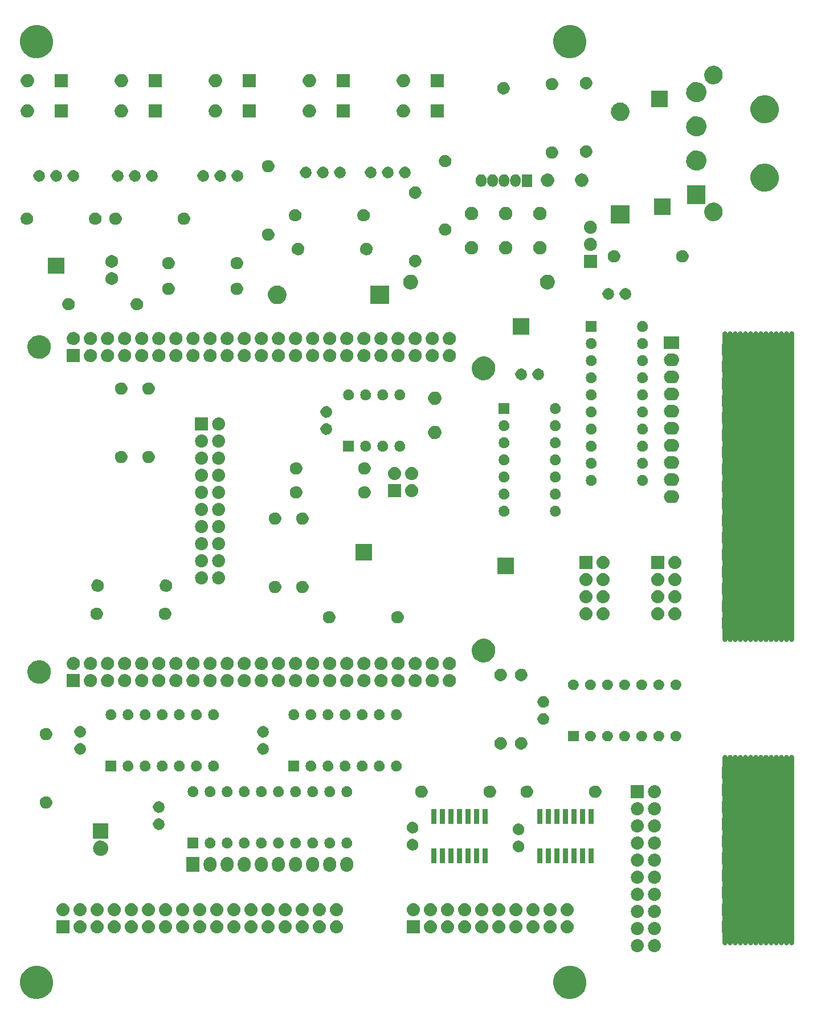
<source format=gts>
G04 #@! TF.FileFunction,Soldermask,Top*
%FSLAX46Y46*%
G04 Gerber Fmt 4.6, Leading zero omitted, Abs format (unit mm)*
G04 Created by KiCad (PCBNEW (after 2015-mar-04 BZR unknown)-product) date Sun 03 Mar 2019 09:58:20 PM EST*
%MOMM*%
G01*
G04 APERTURE LIST*
%ADD10C,0.152400*%
%ADD11C,0.762000*%
G04 APERTURE END LIST*
D10*
D11*
X224434400Y-151917000D02*
X224434400Y-124434200D01*
X225196400Y-151917000D02*
X225196400Y-124434200D01*
X225958400Y-151917000D02*
X225958400Y-124434200D01*
X226720400Y-151917000D02*
X226720400Y-124434200D01*
X227482400Y-151917000D02*
X227482400Y-124434200D01*
X228244400Y-151917000D02*
X228244400Y-124434200D01*
X229006400Y-151917000D02*
X229006400Y-124434200D01*
X229768400Y-151917000D02*
X229768400Y-124434200D01*
X230530400Y-151917000D02*
X230530400Y-124434200D01*
X231292400Y-151917000D02*
X231292400Y-124434200D01*
X232054400Y-151917000D02*
X232054400Y-124434200D01*
X232816400Y-151917000D02*
X232816400Y-124434200D01*
X233578400Y-151917000D02*
X233578400Y-124434200D01*
X234340400Y-151917000D02*
X234340400Y-124434200D01*
X224434400Y-106883200D02*
X224434400Y-61518800D01*
X225196400Y-106883200D02*
X225196400Y-61518800D01*
X225958400Y-106883200D02*
X225958400Y-61518800D01*
X226720400Y-106883200D02*
X226720400Y-61518800D01*
X227482400Y-106883200D02*
X227482400Y-61518800D01*
X228244400Y-106883200D02*
X228244400Y-61518800D01*
X229006400Y-106883200D02*
X229006400Y-61518800D01*
X229768400Y-106883200D02*
X229768400Y-61518800D01*
X230530400Y-106883200D02*
X230530400Y-61518800D01*
X231292400Y-106883200D02*
X231292400Y-61518800D01*
X232054400Y-106883200D02*
X232054400Y-61518800D01*
X232816400Y-106883200D02*
X232816400Y-61518800D01*
X233578400Y-106883200D02*
X233578400Y-61518800D01*
X234340400Y-106883200D02*
X234340400Y-61518800D01*
D10*
G36*
X121655880Y-44359093D02*
X121652980Y-44566759D01*
X121652922Y-44567013D01*
X121652922Y-44567021D01*
X121612701Y-44744054D01*
X121612700Y-44744054D01*
X121538750Y-44910151D01*
X121433949Y-45058716D01*
X121433946Y-45058717D01*
X121302282Y-45184100D01*
X121302281Y-45184102D01*
X121148774Y-45281520D01*
X121148771Y-45281520D01*
X121000158Y-45339163D01*
X120979262Y-45347269D01*
X120979261Y-45347269D01*
X120979259Y-45347270D01*
X120800213Y-45378842D01*
X120618437Y-45375033D01*
X120618434Y-45375033D01*
X120440863Y-45335992D01*
X120274259Y-45263205D01*
X120124961Y-45159440D01*
X119998661Y-45028653D01*
X119900170Y-44875824D01*
X119833241Y-44706781D01*
X119800419Y-44527952D01*
X119802958Y-44346157D01*
X119840759Y-44168317D01*
X119912383Y-44001205D01*
X120015103Y-43851186D01*
X120145002Y-43723980D01*
X120297138Y-43624425D01*
X120465717Y-43556314D01*
X120644307Y-43522247D01*
X120826116Y-43523516D01*
X121004219Y-43560075D01*
X121171827Y-43630531D01*
X121322552Y-43732196D01*
X121450667Y-43861210D01*
X121450671Y-43861214D01*
X121551282Y-44012645D01*
X121551282Y-44012647D01*
X121620567Y-44180744D01*
X121655829Y-44358828D01*
X121655828Y-44358834D01*
X121655880Y-44359093D01*
X121655880Y-44359093D01*
G37*
G36*
X121783642Y-28350867D02*
X121780544Y-28572756D01*
X121780486Y-28573010D01*
X121780486Y-28573017D01*
X121737506Y-28762194D01*
X121737505Y-28762195D01*
X121658490Y-28939668D01*
X121546510Y-29098409D01*
X121546508Y-29098410D01*
X121405824Y-29232383D01*
X121241803Y-29336473D01*
X121241800Y-29336474D01*
X121060681Y-29406725D01*
X121060678Y-29406727D01*
X120869369Y-29440460D01*
X120869366Y-29440459D01*
X120675140Y-29436392D01*
X120485404Y-29394676D01*
X120307390Y-29316903D01*
X120307388Y-29316901D01*
X120147864Y-29206030D01*
X120012918Y-29066289D01*
X119907679Y-28902990D01*
X119836166Y-28722369D01*
X119801096Y-28531291D01*
X119803809Y-28337043D01*
X119844199Y-28147024D01*
X119920729Y-27968465D01*
X120030484Y-27808171D01*
X120169280Y-27672253D01*
X120331837Y-27565879D01*
X120511962Y-27493103D01*
X120702784Y-27456702D01*
X120897046Y-27458059D01*
X121087348Y-27497122D01*
X121266435Y-27572404D01*
X121427488Y-27681034D01*
X121564376Y-27818883D01*
X121671881Y-27980689D01*
X121745911Y-28160301D01*
X121783592Y-28350602D01*
X121783591Y-28350613D01*
X121783642Y-28350867D01*
X121783642Y-28350867D01*
G37*
G36*
X121807642Y-23850867D02*
X121804544Y-24072756D01*
X121804486Y-24073010D01*
X121804486Y-24073017D01*
X121761506Y-24262194D01*
X121761505Y-24262195D01*
X121682490Y-24439668D01*
X121570510Y-24598409D01*
X121570508Y-24598410D01*
X121429824Y-24732383D01*
X121265803Y-24836473D01*
X121265800Y-24836474D01*
X121084681Y-24906725D01*
X121084678Y-24906727D01*
X120893369Y-24940460D01*
X120893366Y-24940459D01*
X120699140Y-24936392D01*
X120509404Y-24894676D01*
X120331390Y-24816903D01*
X120331388Y-24816901D01*
X120171864Y-24706030D01*
X120036918Y-24566289D01*
X119931679Y-24402990D01*
X119860166Y-24222369D01*
X119825096Y-24031291D01*
X119827809Y-23837043D01*
X119868199Y-23647024D01*
X119944729Y-23468465D01*
X120054484Y-23308171D01*
X120193280Y-23172253D01*
X120355837Y-23065879D01*
X120535962Y-22993103D01*
X120726784Y-22956702D01*
X120921046Y-22958059D01*
X121111348Y-22997122D01*
X121290435Y-23072404D01*
X121451488Y-23181034D01*
X121588376Y-23318883D01*
X121695881Y-23480689D01*
X121769911Y-23660301D01*
X121807592Y-23850602D01*
X121807591Y-23850613D01*
X121807642Y-23850867D01*
X121807642Y-23850867D01*
G37*
G36*
X123418637Y-38015320D02*
X123415936Y-38208762D01*
X123415878Y-38209016D01*
X123415878Y-38209023D01*
X123378416Y-38373913D01*
X123378415Y-38373914D01*
X123309530Y-38528634D01*
X123211907Y-38667023D01*
X123211904Y-38667025D01*
X123089258Y-38783819D01*
X123089257Y-38783821D01*
X122946264Y-38874567D01*
X122946262Y-38874567D01*
X122788363Y-38935812D01*
X122788360Y-38935814D01*
X122621578Y-38965223D01*
X122452252Y-38961675D01*
X122452249Y-38961675D01*
X122286840Y-38925308D01*
X122131647Y-38857506D01*
X121992576Y-38760849D01*
X121992575Y-38760847D01*
X121874926Y-38639019D01*
X121783181Y-38496658D01*
X121720836Y-38339194D01*
X121690263Y-38172612D01*
X121692628Y-38003268D01*
X121727839Y-37837611D01*
X121794558Y-37681944D01*
X121890243Y-37542200D01*
X122011243Y-37423708D01*
X122152960Y-37330971D01*
X122309993Y-37267525D01*
X122476350Y-37235791D01*
X122645706Y-37236974D01*
X122811611Y-37271029D01*
X122967738Y-37336659D01*
X123108140Y-37431360D01*
X123227481Y-37551538D01*
X123227485Y-37551542D01*
X123321204Y-37692600D01*
X123385744Y-37849186D01*
X123418587Y-38015055D01*
X123418586Y-38015066D01*
X123418637Y-38015320D01*
X123418637Y-38015320D01*
G37*
G36*
X124307675Y-63328149D02*
X124302193Y-63720722D01*
X124302135Y-63720976D01*
X124302135Y-63720984D01*
X124226048Y-64055883D01*
X124226047Y-64055883D01*
X124086251Y-64369873D01*
X123888130Y-64650728D01*
X123639232Y-64887750D01*
X123349034Y-65071915D01*
X123349031Y-65071915D01*
X123028589Y-65196206D01*
X123028587Y-65196208D01*
X122690111Y-65255891D01*
X122690108Y-65255890D01*
X122346481Y-65248692D01*
X122346477Y-65248692D01*
X122010795Y-65174888D01*
X121695842Y-65037289D01*
X121413607Y-64841130D01*
X121174854Y-64593894D01*
X120988664Y-64304984D01*
X120862140Y-63985421D01*
X120800095Y-63647362D01*
X120804894Y-63303693D01*
X120876353Y-62967504D01*
X121011752Y-62651593D01*
X121205934Y-62367997D01*
X121451498Y-62127524D01*
X121739099Y-61939323D01*
X122057775Y-61810570D01*
X122395388Y-61746166D01*
X122739082Y-61748566D01*
X123075767Y-61817678D01*
X123392614Y-61950868D01*
X123677552Y-62143060D01*
X123919743Y-62386949D01*
X124109942Y-62673221D01*
X124240918Y-62990994D01*
X124307624Y-63327884D01*
X124307623Y-63327890D01*
X124307675Y-63328149D01*
X124307675Y-63328149D01*
G37*
G36*
X124307675Y-111588149D02*
X124302193Y-111980722D01*
X124302135Y-111980976D01*
X124302135Y-111980984D01*
X124226048Y-112315883D01*
X124226047Y-112315883D01*
X124086251Y-112629873D01*
X123888130Y-112910728D01*
X123639232Y-113147750D01*
X123349034Y-113331915D01*
X123349031Y-113331915D01*
X123028589Y-113456206D01*
X123028587Y-113456208D01*
X122690111Y-113515891D01*
X122690108Y-113515890D01*
X122346481Y-113508692D01*
X122346477Y-113508692D01*
X122010795Y-113434888D01*
X121695842Y-113297289D01*
X121413607Y-113101130D01*
X121174854Y-112853894D01*
X120988664Y-112564984D01*
X120862140Y-112245421D01*
X120800095Y-111907362D01*
X120804894Y-111563693D01*
X120876353Y-111227504D01*
X121011752Y-110911593D01*
X121205934Y-110627997D01*
X121451498Y-110387524D01*
X121739099Y-110199323D01*
X122057775Y-110070570D01*
X122395388Y-110006166D01*
X122739082Y-110008566D01*
X123075767Y-110077678D01*
X123392614Y-110210868D01*
X123677552Y-110403060D01*
X123919743Y-110646949D01*
X124109942Y-110933221D01*
X124240918Y-111250994D01*
X124307624Y-111587884D01*
X124307623Y-111587890D01*
X124307675Y-111588149D01*
X124307675Y-111588149D01*
G37*
G36*
X124498140Y-120891833D02*
X124495240Y-121099499D01*
X124495182Y-121099753D01*
X124495182Y-121099761D01*
X124454961Y-121276794D01*
X124454960Y-121276794D01*
X124381010Y-121442891D01*
X124276209Y-121591456D01*
X124276206Y-121591457D01*
X124144542Y-121716840D01*
X124144541Y-121716842D01*
X123991034Y-121814260D01*
X123991031Y-121814260D01*
X123842418Y-121871903D01*
X123821522Y-121880009D01*
X123821521Y-121880009D01*
X123821519Y-121880010D01*
X123642473Y-121911582D01*
X123460697Y-121907773D01*
X123460694Y-121907773D01*
X123283123Y-121868732D01*
X123116519Y-121795945D01*
X122967221Y-121692180D01*
X122840921Y-121561393D01*
X122742430Y-121408564D01*
X122675501Y-121239521D01*
X122642679Y-121060692D01*
X122645218Y-120878897D01*
X122683019Y-120701057D01*
X122754643Y-120533945D01*
X122857363Y-120383926D01*
X122987262Y-120256720D01*
X123139398Y-120157165D01*
X123307977Y-120089054D01*
X123486567Y-120054987D01*
X123668376Y-120056256D01*
X123846479Y-120092815D01*
X124014087Y-120163271D01*
X124164812Y-120264936D01*
X124292927Y-120393950D01*
X124292931Y-120393954D01*
X124393542Y-120545385D01*
X124393542Y-120545387D01*
X124462827Y-120713484D01*
X124498089Y-120891568D01*
X124498088Y-120891574D01*
X124498140Y-120891833D01*
X124498140Y-120891833D01*
G37*
G36*
X124498140Y-131051833D02*
X124495240Y-131259499D01*
X124495182Y-131259753D01*
X124495182Y-131259761D01*
X124454961Y-131436794D01*
X124454960Y-131436794D01*
X124381010Y-131602891D01*
X124276209Y-131751456D01*
X124276206Y-131751457D01*
X124144542Y-131876840D01*
X124144541Y-131876842D01*
X123991034Y-131974260D01*
X123991031Y-131974260D01*
X123842418Y-132031903D01*
X123821522Y-132040009D01*
X123821521Y-132040009D01*
X123821519Y-132040010D01*
X123642473Y-132071582D01*
X123460697Y-132067773D01*
X123460694Y-132067773D01*
X123283123Y-132028732D01*
X123116519Y-131955945D01*
X122967221Y-131852180D01*
X122840921Y-131721393D01*
X122742430Y-131568564D01*
X122675501Y-131399521D01*
X122642679Y-131220692D01*
X122645218Y-131038897D01*
X122683019Y-130861057D01*
X122754643Y-130693945D01*
X122857363Y-130543926D01*
X122987262Y-130416720D01*
X123139398Y-130317165D01*
X123307977Y-130249054D01*
X123486567Y-130214987D01*
X123668376Y-130216256D01*
X123846479Y-130252815D01*
X124014087Y-130323271D01*
X124164812Y-130424936D01*
X124292927Y-130553950D01*
X124292931Y-130553954D01*
X124393542Y-130705385D01*
X124393542Y-130705387D01*
X124462827Y-130873484D01*
X124498089Y-131051568D01*
X124498088Y-131051574D01*
X124498140Y-131051833D01*
X124498140Y-131051833D01*
G37*
G36*
X124650606Y-17918167D02*
X124642861Y-18472890D01*
X124642803Y-18473144D01*
X124642803Y-18473152D01*
X124535264Y-18946487D01*
X124337724Y-19390168D01*
X124057772Y-19787025D01*
X124057769Y-19787026D01*
X123706063Y-20121954D01*
X123296003Y-20382184D01*
X123296001Y-20382184D01*
X123296001Y-20382185D01*
X123069601Y-20469999D01*
X122843202Y-20557814D01*
X122843200Y-20557815D01*
X122364917Y-20642150D01*
X122364914Y-20642149D01*
X121879354Y-20631978D01*
X121879350Y-20631978D01*
X121405015Y-20527689D01*
X120959971Y-20333255D01*
X120561163Y-20056075D01*
X120223793Y-19706719D01*
X119960700Y-19298478D01*
X119781916Y-18846920D01*
X119694243Y-18369229D01*
X119701024Y-17883610D01*
X119801999Y-17408559D01*
X119993324Y-16962164D01*
X120267711Y-16561431D01*
X120614704Y-16221632D01*
X121021094Y-15955697D01*
X121471401Y-15773761D01*
X121948462Y-15682757D01*
X122434116Y-15686148D01*
X122909866Y-15783805D01*
X123357585Y-15972009D01*
X123760216Y-16243587D01*
X123760219Y-16243591D01*
X124102440Y-16588209D01*
X124371201Y-16992726D01*
X124556275Y-17441751D01*
X124650556Y-17917902D01*
X124650555Y-17917913D01*
X124650606Y-17918167D01*
X124650606Y-17918167D01*
G37*
G36*
X124650606Y-157618167D02*
X124642861Y-158172890D01*
X124642803Y-158173144D01*
X124642803Y-158173152D01*
X124535264Y-158646487D01*
X124337724Y-159090168D01*
X124057772Y-159487025D01*
X124057769Y-159487026D01*
X123706063Y-159821954D01*
X123296003Y-160082184D01*
X123296001Y-160082184D01*
X123296001Y-160082185D01*
X123069601Y-160169999D01*
X122843202Y-160257814D01*
X122843200Y-160257815D01*
X122364917Y-160342150D01*
X122364914Y-160342149D01*
X121879354Y-160331978D01*
X121879350Y-160331978D01*
X121405015Y-160227689D01*
X120959971Y-160033255D01*
X120561163Y-159756075D01*
X120223793Y-159406719D01*
X119960700Y-158998478D01*
X119781916Y-158546920D01*
X119694243Y-158069229D01*
X119701024Y-157583610D01*
X119801999Y-157108559D01*
X119993324Y-156662164D01*
X120267711Y-156261431D01*
X120614704Y-155921632D01*
X121021094Y-155655697D01*
X121471401Y-155473761D01*
X121948462Y-155382757D01*
X122434116Y-155386148D01*
X122909866Y-155483805D01*
X123357585Y-155672009D01*
X123760216Y-155943587D01*
X123760219Y-155943591D01*
X124102440Y-156288209D01*
X124371201Y-156692726D01*
X124556275Y-157141751D01*
X124650556Y-157617902D01*
X124650555Y-157617913D01*
X124650606Y-157618167D01*
X124650606Y-157618167D01*
G37*
G36*
X125958637Y-38015320D02*
X125955936Y-38208762D01*
X125955878Y-38209016D01*
X125955878Y-38209023D01*
X125918416Y-38373913D01*
X125918415Y-38373914D01*
X125849530Y-38528634D01*
X125751907Y-38667023D01*
X125751904Y-38667025D01*
X125629258Y-38783819D01*
X125629257Y-38783821D01*
X125486264Y-38874567D01*
X125486262Y-38874567D01*
X125328363Y-38935812D01*
X125328360Y-38935814D01*
X125161578Y-38965223D01*
X124992252Y-38961675D01*
X124992249Y-38961675D01*
X124826840Y-38925308D01*
X124671647Y-38857506D01*
X124532576Y-38760849D01*
X124532575Y-38760847D01*
X124414926Y-38639019D01*
X124323181Y-38496658D01*
X124260836Y-38339194D01*
X124230263Y-38172612D01*
X124232628Y-38003268D01*
X124267839Y-37837611D01*
X124334558Y-37681944D01*
X124430243Y-37542200D01*
X124551243Y-37423708D01*
X124692960Y-37330971D01*
X124849993Y-37267525D01*
X125016350Y-37235791D01*
X125185706Y-37236974D01*
X125351611Y-37271029D01*
X125507738Y-37336659D01*
X125648140Y-37431360D01*
X125767481Y-37551538D01*
X125767485Y-37551542D01*
X125861204Y-37692600D01*
X125925744Y-37849186D01*
X125958587Y-38015055D01*
X125958586Y-38015066D01*
X125958637Y-38015320D01*
X125958637Y-38015320D01*
G37*
G36*
X126314200Y-52654200D02*
X123875800Y-52654200D01*
X123875800Y-50215800D01*
X126314200Y-50215800D01*
X126314200Y-52654200D01*
X126314200Y-52654200D01*
G37*
G36*
X126807600Y-24938600D02*
X124826400Y-24938600D01*
X124826400Y-22957400D01*
X126807600Y-22957400D01*
X126807600Y-24938600D01*
X126807600Y-24938600D01*
G37*
G36*
X126807600Y-29438600D02*
X124826400Y-29438600D01*
X124826400Y-27457400D01*
X126807600Y-27457400D01*
X126807600Y-29438600D01*
X126807600Y-29438600D01*
G37*
G36*
X127076200Y-150571200D02*
X125145800Y-150571200D01*
X125145800Y-148640800D01*
X127076200Y-148640800D01*
X127076200Y-150571200D01*
X127076200Y-150571200D01*
G37*
G36*
X127080849Y-147072737D02*
X127061163Y-147260042D01*
X127061158Y-147260056D01*
X127061156Y-147260080D01*
X127005452Y-147440030D01*
X126915857Y-147605733D01*
X126795783Y-147750878D01*
X126649804Y-147869936D01*
X126483479Y-147958372D01*
X126303145Y-148012818D01*
X126115670Y-148031200D01*
X126113993Y-148031200D01*
X126106330Y-148031200D01*
X126106269Y-148031200D01*
X126094405Y-148031117D01*
X126094403Y-148031116D01*
X126092854Y-148031106D01*
X125905654Y-148010108D01*
X125726097Y-147953149D01*
X125561024Y-147862400D01*
X125416721Y-147741315D01*
X125298685Y-147594508D01*
X125211412Y-147427570D01*
X125158226Y-147246860D01*
X125158224Y-147246838D01*
X125158220Y-147246825D01*
X125141151Y-147059263D01*
X125160837Y-146871958D01*
X125160841Y-146871943D01*
X125160844Y-146871920D01*
X125216548Y-146691970D01*
X125306143Y-146526267D01*
X125426217Y-146381122D01*
X125572196Y-146262064D01*
X125738521Y-146173628D01*
X125918855Y-146119182D01*
X126106330Y-146100800D01*
X126108007Y-146100800D01*
X126115670Y-146100800D01*
X126115731Y-146100800D01*
X126127595Y-146100883D01*
X126127596Y-146100883D01*
X126129146Y-146100894D01*
X126316346Y-146121892D01*
X126495903Y-146178851D01*
X126660976Y-146269600D01*
X126805279Y-146390685D01*
X126923315Y-146537492D01*
X127010588Y-146704430D01*
X127063774Y-146885140D01*
X127063775Y-146885161D01*
X127063780Y-146885175D01*
X127080849Y-147072737D01*
X127080849Y-147072737D01*
G37*
G36*
X127848400Y-57059093D02*
X127845500Y-57266759D01*
X127845442Y-57267013D01*
X127845442Y-57267021D01*
X127805221Y-57444054D01*
X127805220Y-57444054D01*
X127731270Y-57610151D01*
X127626469Y-57758716D01*
X127626466Y-57758717D01*
X127494802Y-57884100D01*
X127494801Y-57884102D01*
X127341294Y-57981520D01*
X127341291Y-57981520D01*
X127192678Y-58039163D01*
X127171782Y-58047269D01*
X127171781Y-58047269D01*
X127171779Y-58047270D01*
X126992733Y-58078842D01*
X126810957Y-58075033D01*
X126810954Y-58075033D01*
X126633383Y-58035992D01*
X126466779Y-57963205D01*
X126317481Y-57859440D01*
X126191181Y-57728653D01*
X126092690Y-57575824D01*
X126025761Y-57406781D01*
X125992939Y-57227952D01*
X125995478Y-57046157D01*
X126033279Y-56868317D01*
X126104903Y-56701205D01*
X126207623Y-56551186D01*
X126337522Y-56423980D01*
X126489658Y-56324425D01*
X126658237Y-56256314D01*
X126836827Y-56222247D01*
X127018636Y-56223516D01*
X127196739Y-56260075D01*
X127364347Y-56330531D01*
X127515072Y-56432196D01*
X127643187Y-56561210D01*
X127643191Y-56561214D01*
X127743802Y-56712645D01*
X127743802Y-56712647D01*
X127813087Y-56880744D01*
X127848349Y-57058828D01*
X127848348Y-57058834D01*
X127848400Y-57059093D01*
X127848400Y-57059093D01*
G37*
G36*
X128498637Y-38015320D02*
X128495936Y-38208762D01*
X128495878Y-38209016D01*
X128495878Y-38209023D01*
X128458416Y-38373913D01*
X128458415Y-38373914D01*
X128389530Y-38528634D01*
X128291907Y-38667023D01*
X128291904Y-38667025D01*
X128169258Y-38783819D01*
X128169257Y-38783821D01*
X128026264Y-38874567D01*
X128026262Y-38874567D01*
X127868363Y-38935812D01*
X127868360Y-38935814D01*
X127701578Y-38965223D01*
X127532252Y-38961675D01*
X127532249Y-38961675D01*
X127366840Y-38925308D01*
X127211647Y-38857506D01*
X127072576Y-38760849D01*
X127072575Y-38760847D01*
X126954926Y-38639019D01*
X126863181Y-38496658D01*
X126800836Y-38339194D01*
X126770263Y-38172612D01*
X126772628Y-38003268D01*
X126807839Y-37837611D01*
X126874558Y-37681944D01*
X126970243Y-37542200D01*
X127091243Y-37423708D01*
X127232960Y-37330971D01*
X127389993Y-37267525D01*
X127556350Y-37235791D01*
X127725706Y-37236974D01*
X127891611Y-37271029D01*
X128047738Y-37336659D01*
X128188140Y-37431360D01*
X128307481Y-37551538D01*
X128307485Y-37551542D01*
X128401204Y-37692600D01*
X128465744Y-37849186D01*
X128498587Y-38015055D01*
X128498586Y-38015066D01*
X128498637Y-38015320D01*
X128498637Y-38015320D01*
G37*
G36*
X128600200Y-65735200D02*
X126669800Y-65735200D01*
X126669800Y-63804800D01*
X128600200Y-63804800D01*
X128600200Y-65735200D01*
X128600200Y-65735200D01*
G37*
G36*
X128600200Y-113995200D02*
X126669800Y-113995200D01*
X126669800Y-112064800D01*
X128600200Y-112064800D01*
X128600200Y-113995200D01*
X128600200Y-113995200D01*
G37*
G36*
X128600241Y-62135357D02*
X128597222Y-62351557D01*
X128597165Y-62351807D01*
X128597165Y-62351819D01*
X128555289Y-62536138D01*
X128478299Y-62709062D01*
X128369190Y-62863732D01*
X128369187Y-62863733D01*
X128232111Y-62994271D01*
X128072295Y-63095693D01*
X127895815Y-63164145D01*
X127709411Y-63197014D01*
X127520160Y-63193049D01*
X127335292Y-63152403D01*
X127161841Y-63076625D01*
X127006406Y-62968594D01*
X126874917Y-62832433D01*
X126772381Y-62673331D01*
X126702698Y-62497331D01*
X126668529Y-62311155D01*
X126671172Y-62121888D01*
X126710526Y-61936741D01*
X126785094Y-61762761D01*
X126892033Y-61606579D01*
X127027275Y-61474142D01*
X127185663Y-61370495D01*
X127361166Y-61299588D01*
X127547097Y-61264119D01*
X127736378Y-61265441D01*
X127921801Y-61303502D01*
X128096296Y-61376854D01*
X128253216Y-61482697D01*
X128386600Y-61617016D01*
X128491346Y-61774671D01*
X128563478Y-61949677D01*
X128600191Y-62135092D01*
X128600190Y-62135103D01*
X128600241Y-62135357D01*
X128600241Y-62135357D01*
G37*
G36*
X128600241Y-110395357D02*
X128597222Y-110611557D01*
X128597165Y-110611807D01*
X128597165Y-110611819D01*
X128555289Y-110796138D01*
X128478299Y-110969062D01*
X128369190Y-111123732D01*
X128369187Y-111123733D01*
X128232111Y-111254271D01*
X128072295Y-111355693D01*
X127895815Y-111424145D01*
X127709411Y-111457014D01*
X127520160Y-111453049D01*
X127335292Y-111412403D01*
X127161841Y-111336625D01*
X127006406Y-111228594D01*
X126874917Y-111092433D01*
X126772381Y-110933331D01*
X126702698Y-110757331D01*
X126668529Y-110571155D01*
X126671172Y-110381888D01*
X126710526Y-110196741D01*
X126785094Y-110022761D01*
X126892033Y-109866579D01*
X127027275Y-109734142D01*
X127185663Y-109630495D01*
X127361166Y-109559588D01*
X127547097Y-109524119D01*
X127736378Y-109525441D01*
X127921801Y-109563502D01*
X128096296Y-109636854D01*
X128253216Y-109742697D01*
X128386600Y-109877016D01*
X128491346Y-110034671D01*
X128563478Y-110209677D01*
X128600191Y-110395092D01*
X128600190Y-110395103D01*
X128600241Y-110395357D01*
X128600241Y-110395357D01*
G37*
G36*
X129514637Y-120565320D02*
X129511936Y-120758762D01*
X129511878Y-120759016D01*
X129511878Y-120759023D01*
X129474416Y-120923913D01*
X129474415Y-120923914D01*
X129405530Y-121078634D01*
X129307907Y-121217023D01*
X129307904Y-121217025D01*
X129185258Y-121333819D01*
X129185257Y-121333821D01*
X129042264Y-121424567D01*
X129042262Y-121424567D01*
X128884363Y-121485812D01*
X128884360Y-121485814D01*
X128717578Y-121515223D01*
X128548252Y-121511675D01*
X128548249Y-121511675D01*
X128382840Y-121475308D01*
X128227647Y-121407506D01*
X128088576Y-121310849D01*
X128088575Y-121310847D01*
X127970926Y-121189019D01*
X127879181Y-121046658D01*
X127816836Y-120889194D01*
X127786263Y-120722612D01*
X127788628Y-120553268D01*
X127823839Y-120387611D01*
X127890558Y-120231944D01*
X127986243Y-120092200D01*
X128107243Y-119973708D01*
X128248960Y-119880971D01*
X128405993Y-119817525D01*
X128572350Y-119785791D01*
X128741706Y-119786974D01*
X128907611Y-119821029D01*
X129063738Y-119886659D01*
X129204140Y-119981360D01*
X129323481Y-120101538D01*
X129323485Y-120101542D01*
X129417204Y-120242600D01*
X129481744Y-120399186D01*
X129514587Y-120565055D01*
X129514586Y-120565066D01*
X129514637Y-120565320D01*
X129514637Y-120565320D01*
G37*
G36*
X129514637Y-123105320D02*
X129511936Y-123298762D01*
X129511878Y-123299016D01*
X129511878Y-123299023D01*
X129474416Y-123463913D01*
X129474415Y-123463914D01*
X129405530Y-123618634D01*
X129307907Y-123757023D01*
X129307904Y-123757025D01*
X129185258Y-123873819D01*
X129185257Y-123873821D01*
X129042264Y-123964567D01*
X129042262Y-123964567D01*
X128884363Y-124025812D01*
X128884360Y-124025814D01*
X128717578Y-124055223D01*
X128548252Y-124051675D01*
X128548249Y-124051675D01*
X128382840Y-124015308D01*
X128227647Y-123947506D01*
X128088576Y-123850849D01*
X128088575Y-123850847D01*
X127970926Y-123729019D01*
X127879181Y-123586658D01*
X127816836Y-123429194D01*
X127786263Y-123262612D01*
X127788628Y-123093268D01*
X127823839Y-122927611D01*
X127890558Y-122771944D01*
X127986243Y-122632200D01*
X128107243Y-122513708D01*
X128248960Y-122420971D01*
X128405993Y-122357525D01*
X128572350Y-122325791D01*
X128741706Y-122326974D01*
X128907611Y-122361029D01*
X129063738Y-122426659D01*
X129204140Y-122521360D01*
X129323481Y-122641538D01*
X129323485Y-122641542D01*
X129417204Y-122782600D01*
X129481744Y-122939186D01*
X129514587Y-123105055D01*
X129514586Y-123105066D01*
X129514637Y-123105320D01*
X129514637Y-123105320D01*
G37*
G36*
X129620849Y-147072737D02*
X129601163Y-147260042D01*
X129601158Y-147260056D01*
X129601156Y-147260080D01*
X129545452Y-147440030D01*
X129455857Y-147605733D01*
X129335783Y-147750878D01*
X129189804Y-147869936D01*
X129023479Y-147958372D01*
X128843145Y-148012818D01*
X128655670Y-148031200D01*
X128653993Y-148031200D01*
X128646330Y-148031200D01*
X128646269Y-148031200D01*
X128634405Y-148031117D01*
X128634403Y-148031116D01*
X128632854Y-148031106D01*
X128445654Y-148010108D01*
X128266097Y-147953149D01*
X128101024Y-147862400D01*
X127956721Y-147741315D01*
X127838685Y-147594508D01*
X127751412Y-147427570D01*
X127698226Y-147246860D01*
X127698224Y-147246838D01*
X127698220Y-147246825D01*
X127681151Y-147059263D01*
X127700837Y-146871958D01*
X127700841Y-146871943D01*
X127700844Y-146871920D01*
X127756548Y-146691970D01*
X127846143Y-146526267D01*
X127966217Y-146381122D01*
X128112196Y-146262064D01*
X128278521Y-146173628D01*
X128458855Y-146119182D01*
X128646330Y-146100800D01*
X128648007Y-146100800D01*
X128655670Y-146100800D01*
X128655731Y-146100800D01*
X128667595Y-146100883D01*
X128667596Y-146100883D01*
X128669146Y-146100894D01*
X128856346Y-146121892D01*
X129035903Y-146178851D01*
X129200976Y-146269600D01*
X129345279Y-146390685D01*
X129463315Y-146537492D01*
X129550588Y-146704430D01*
X129603774Y-146885140D01*
X129603775Y-146885161D01*
X129603780Y-146885175D01*
X129620849Y-147072737D01*
X129620849Y-147072737D01*
G37*
G36*
X129620849Y-149612737D02*
X129601163Y-149800042D01*
X129601158Y-149800056D01*
X129601156Y-149800080D01*
X129545452Y-149980030D01*
X129455857Y-150145733D01*
X129335783Y-150290878D01*
X129189804Y-150409936D01*
X129023479Y-150498372D01*
X128843145Y-150552818D01*
X128655670Y-150571200D01*
X128653993Y-150571200D01*
X128646330Y-150571200D01*
X128646269Y-150571200D01*
X128634405Y-150571117D01*
X128634403Y-150571116D01*
X128632854Y-150571106D01*
X128445654Y-150550108D01*
X128266097Y-150493149D01*
X128101024Y-150402400D01*
X127956721Y-150281315D01*
X127838685Y-150134508D01*
X127751412Y-149967570D01*
X127698226Y-149786860D01*
X127698224Y-149786838D01*
X127698220Y-149786825D01*
X127681151Y-149599263D01*
X127700837Y-149411958D01*
X127700841Y-149411943D01*
X127700844Y-149411920D01*
X127756548Y-149231970D01*
X127846143Y-149066267D01*
X127966217Y-148921122D01*
X128112196Y-148802064D01*
X128278521Y-148713628D01*
X128458855Y-148659182D01*
X128646330Y-148640800D01*
X128648007Y-148640800D01*
X128655670Y-148640800D01*
X128655731Y-148640800D01*
X128667595Y-148640883D01*
X128667596Y-148640883D01*
X128669146Y-148640894D01*
X128856346Y-148661892D01*
X129035903Y-148718851D01*
X129200976Y-148809600D01*
X129345279Y-148930685D01*
X129463315Y-149077492D01*
X129550588Y-149244430D01*
X129603774Y-149425140D01*
X129603775Y-149425161D01*
X129603780Y-149425175D01*
X129620849Y-149612737D01*
X129620849Y-149612737D01*
G37*
G36*
X131140241Y-62135357D02*
X131137222Y-62351557D01*
X131137165Y-62351807D01*
X131137165Y-62351819D01*
X131095289Y-62536138D01*
X131018299Y-62709062D01*
X130909190Y-62863732D01*
X130909187Y-62863733D01*
X130772111Y-62994271D01*
X130612295Y-63095693D01*
X130435815Y-63164145D01*
X130249411Y-63197014D01*
X130060160Y-63193049D01*
X129875292Y-63152403D01*
X129701841Y-63076625D01*
X129546406Y-62968594D01*
X129414917Y-62832433D01*
X129312381Y-62673331D01*
X129242698Y-62497331D01*
X129208529Y-62311155D01*
X129211172Y-62121888D01*
X129250526Y-61936741D01*
X129325094Y-61762761D01*
X129432033Y-61606579D01*
X129567275Y-61474142D01*
X129725663Y-61370495D01*
X129901166Y-61299588D01*
X130087097Y-61264119D01*
X130276378Y-61265441D01*
X130461801Y-61303502D01*
X130636296Y-61376854D01*
X130793216Y-61482697D01*
X130926600Y-61617016D01*
X131031346Y-61774671D01*
X131103478Y-61949677D01*
X131140191Y-62135092D01*
X131140190Y-62135103D01*
X131140241Y-62135357D01*
X131140241Y-62135357D01*
G37*
G36*
X131140241Y-64675357D02*
X131137222Y-64891557D01*
X131137165Y-64891807D01*
X131137165Y-64891819D01*
X131095289Y-65076138D01*
X131018299Y-65249062D01*
X130909190Y-65403732D01*
X130909187Y-65403733D01*
X130772111Y-65534271D01*
X130612295Y-65635693D01*
X130435815Y-65704145D01*
X130249411Y-65737014D01*
X130060160Y-65733049D01*
X129875292Y-65692403D01*
X129701841Y-65616625D01*
X129546406Y-65508594D01*
X129414917Y-65372433D01*
X129312381Y-65213331D01*
X129242698Y-65037331D01*
X129208529Y-64851155D01*
X129211172Y-64661888D01*
X129250526Y-64476741D01*
X129325094Y-64302761D01*
X129432033Y-64146579D01*
X129567275Y-64014142D01*
X129725663Y-63910495D01*
X129901166Y-63839588D01*
X130087097Y-63804119D01*
X130276378Y-63805441D01*
X130461801Y-63843502D01*
X130636296Y-63916854D01*
X130793216Y-64022697D01*
X130926600Y-64157016D01*
X131031346Y-64314671D01*
X131103478Y-64489677D01*
X131140191Y-64675092D01*
X131140190Y-64675103D01*
X131140241Y-64675357D01*
X131140241Y-64675357D01*
G37*
G36*
X131140241Y-110395357D02*
X131137222Y-110611557D01*
X131137165Y-110611807D01*
X131137165Y-110611819D01*
X131095289Y-110796138D01*
X131018299Y-110969062D01*
X130909190Y-111123732D01*
X130909187Y-111123733D01*
X130772111Y-111254271D01*
X130612295Y-111355693D01*
X130435815Y-111424145D01*
X130249411Y-111457014D01*
X130060160Y-111453049D01*
X129875292Y-111412403D01*
X129701841Y-111336625D01*
X129546406Y-111228594D01*
X129414917Y-111092433D01*
X129312381Y-110933331D01*
X129242698Y-110757331D01*
X129208529Y-110571155D01*
X129211172Y-110381888D01*
X129250526Y-110196741D01*
X129325094Y-110022761D01*
X129432033Y-109866579D01*
X129567275Y-109734142D01*
X129725663Y-109630495D01*
X129901166Y-109559588D01*
X130087097Y-109524119D01*
X130276378Y-109525441D01*
X130461801Y-109563502D01*
X130636296Y-109636854D01*
X130793216Y-109742697D01*
X130926600Y-109877016D01*
X131031346Y-110034671D01*
X131103478Y-110209677D01*
X131140191Y-110395092D01*
X131140190Y-110395103D01*
X131140241Y-110395357D01*
X131140241Y-110395357D01*
G37*
G36*
X131140241Y-112935357D02*
X131137222Y-113151557D01*
X131137165Y-113151807D01*
X131137165Y-113151819D01*
X131095289Y-113336138D01*
X131018299Y-113509062D01*
X130909190Y-113663732D01*
X130909187Y-113663733D01*
X130772111Y-113794271D01*
X130612295Y-113895693D01*
X130435815Y-113964145D01*
X130249411Y-113997014D01*
X130060160Y-113993049D01*
X129875292Y-113952403D01*
X129701841Y-113876625D01*
X129546406Y-113768594D01*
X129414917Y-113632433D01*
X129312381Y-113473331D01*
X129242698Y-113297331D01*
X129208529Y-113111155D01*
X129211172Y-112921888D01*
X129250526Y-112736741D01*
X129325094Y-112562761D01*
X129432033Y-112406579D01*
X129567275Y-112274142D01*
X129725663Y-112170495D01*
X129901166Y-112099588D01*
X130087097Y-112064119D01*
X130276378Y-112065441D01*
X130461801Y-112103502D01*
X130636296Y-112176854D01*
X130793216Y-112282697D01*
X130926600Y-112417016D01*
X131031346Y-112574671D01*
X131103478Y-112749677D01*
X131140191Y-112935092D01*
X131140190Y-112935103D01*
X131140241Y-112935357D01*
X131140241Y-112935357D01*
G37*
G36*
X131815880Y-44359093D02*
X131812980Y-44566759D01*
X131812922Y-44567013D01*
X131812922Y-44567021D01*
X131772701Y-44744054D01*
X131772700Y-44744054D01*
X131698750Y-44910151D01*
X131593949Y-45058716D01*
X131593946Y-45058717D01*
X131462282Y-45184100D01*
X131462281Y-45184102D01*
X131308774Y-45281520D01*
X131308771Y-45281520D01*
X131160158Y-45339163D01*
X131139262Y-45347269D01*
X131139261Y-45347269D01*
X131139259Y-45347270D01*
X130960213Y-45378842D01*
X130778437Y-45375033D01*
X130778434Y-45375033D01*
X130600863Y-45335992D01*
X130434259Y-45263205D01*
X130284961Y-45159440D01*
X130158661Y-45028653D01*
X130060170Y-44875824D01*
X129993241Y-44706781D01*
X129960419Y-44527952D01*
X129962958Y-44346157D01*
X130000759Y-44168317D01*
X130072383Y-44001205D01*
X130175103Y-43851186D01*
X130305002Y-43723980D01*
X130457138Y-43624425D01*
X130625717Y-43556314D01*
X130804307Y-43522247D01*
X130986116Y-43523516D01*
X131164219Y-43560075D01*
X131331827Y-43630531D01*
X131482552Y-43732196D01*
X131610667Y-43861210D01*
X131610671Y-43861214D01*
X131711282Y-44012645D01*
X131711282Y-44012647D01*
X131780567Y-44180744D01*
X131815829Y-44358828D01*
X131815828Y-44358834D01*
X131815880Y-44359093D01*
X131815880Y-44359093D01*
G37*
G36*
X132039400Y-103033093D02*
X132036500Y-103240759D01*
X132036442Y-103241013D01*
X132036442Y-103241021D01*
X131996221Y-103418054D01*
X131996220Y-103418054D01*
X131922270Y-103584151D01*
X131817469Y-103732716D01*
X131817466Y-103732717D01*
X131685802Y-103858100D01*
X131685801Y-103858102D01*
X131532294Y-103955520D01*
X131532291Y-103955520D01*
X131383678Y-104013163D01*
X131362782Y-104021269D01*
X131362781Y-104021269D01*
X131362779Y-104021270D01*
X131183733Y-104052842D01*
X131001957Y-104049033D01*
X131001954Y-104049033D01*
X130824383Y-104009992D01*
X130657779Y-103937205D01*
X130508481Y-103833440D01*
X130382181Y-103702653D01*
X130283690Y-103549824D01*
X130216761Y-103380781D01*
X130183939Y-103201952D01*
X130186478Y-103020157D01*
X130224279Y-102842317D01*
X130295903Y-102675205D01*
X130398623Y-102525186D01*
X130528522Y-102397980D01*
X130680658Y-102298425D01*
X130849237Y-102230314D01*
X131027827Y-102196247D01*
X131209636Y-102197516D01*
X131387739Y-102234075D01*
X131555347Y-102304531D01*
X131706072Y-102406196D01*
X131834187Y-102535210D01*
X131834191Y-102535214D01*
X131934802Y-102686645D01*
X131934802Y-102686647D01*
X132004087Y-102854744D01*
X132039349Y-103032828D01*
X132039348Y-103032834D01*
X132039400Y-103033093D01*
X132039400Y-103033093D01*
G37*
G36*
X132160849Y-147072737D02*
X132141163Y-147260042D01*
X132141158Y-147260056D01*
X132141156Y-147260080D01*
X132085452Y-147440030D01*
X131995857Y-147605733D01*
X131875783Y-147750878D01*
X131729804Y-147869936D01*
X131563479Y-147958372D01*
X131383145Y-148012818D01*
X131195670Y-148031200D01*
X131193993Y-148031200D01*
X131186330Y-148031200D01*
X131186269Y-148031200D01*
X131174405Y-148031117D01*
X131174403Y-148031116D01*
X131172854Y-148031106D01*
X130985654Y-148010108D01*
X130806097Y-147953149D01*
X130641024Y-147862400D01*
X130496721Y-147741315D01*
X130378685Y-147594508D01*
X130291412Y-147427570D01*
X130238226Y-147246860D01*
X130238224Y-147246838D01*
X130238220Y-147246825D01*
X130221151Y-147059263D01*
X130240837Y-146871958D01*
X130240841Y-146871943D01*
X130240844Y-146871920D01*
X130296548Y-146691970D01*
X130386143Y-146526267D01*
X130506217Y-146381122D01*
X130652196Y-146262064D01*
X130818521Y-146173628D01*
X130998855Y-146119182D01*
X131186330Y-146100800D01*
X131188007Y-146100800D01*
X131195670Y-146100800D01*
X131195731Y-146100800D01*
X131207595Y-146100883D01*
X131207596Y-146100883D01*
X131209146Y-146100894D01*
X131396346Y-146121892D01*
X131575903Y-146178851D01*
X131740976Y-146269600D01*
X131885279Y-146390685D01*
X132003315Y-146537492D01*
X132090588Y-146704430D01*
X132143774Y-146885140D01*
X132143775Y-146885161D01*
X132143780Y-146885175D01*
X132160849Y-147072737D01*
X132160849Y-147072737D01*
G37*
G36*
X132160849Y-149612737D02*
X132141163Y-149800042D01*
X132141158Y-149800056D01*
X132141156Y-149800080D01*
X132085452Y-149980030D01*
X131995857Y-150145733D01*
X131875783Y-150290878D01*
X131729804Y-150409936D01*
X131563479Y-150498372D01*
X131383145Y-150552818D01*
X131195670Y-150571200D01*
X131193993Y-150571200D01*
X131186330Y-150571200D01*
X131186269Y-150571200D01*
X131174405Y-150571117D01*
X131174403Y-150571116D01*
X131172854Y-150571106D01*
X130985654Y-150550108D01*
X130806097Y-150493149D01*
X130641024Y-150402400D01*
X130496721Y-150281315D01*
X130378685Y-150134508D01*
X130291412Y-149967570D01*
X130238226Y-149786860D01*
X130238224Y-149786838D01*
X130238220Y-149786825D01*
X130221151Y-149599263D01*
X130240837Y-149411958D01*
X130240841Y-149411943D01*
X130240844Y-149411920D01*
X130296548Y-149231970D01*
X130386143Y-149066267D01*
X130506217Y-148921122D01*
X130652196Y-148802064D01*
X130818521Y-148713628D01*
X130998855Y-148659182D01*
X131186330Y-148640800D01*
X131188007Y-148640800D01*
X131195670Y-148640800D01*
X131195731Y-148640800D01*
X131207595Y-148640883D01*
X131207596Y-148640883D01*
X131209146Y-148640894D01*
X131396346Y-148661892D01*
X131575903Y-148718851D01*
X131740976Y-148809600D01*
X131885279Y-148930685D01*
X132003315Y-149077492D01*
X132090588Y-149244430D01*
X132143774Y-149425140D01*
X132143775Y-149425161D01*
X132143780Y-149425175D01*
X132160849Y-149612737D01*
X132160849Y-149612737D01*
G37*
G36*
X132166400Y-98842093D02*
X132163500Y-99049759D01*
X132163442Y-99050013D01*
X132163442Y-99050021D01*
X132123221Y-99227054D01*
X132123220Y-99227054D01*
X132049270Y-99393151D01*
X131944469Y-99541716D01*
X131944466Y-99541717D01*
X131812802Y-99667100D01*
X131812801Y-99667102D01*
X131659294Y-99764520D01*
X131659291Y-99764520D01*
X131510678Y-99822163D01*
X131489782Y-99830269D01*
X131489781Y-99830269D01*
X131489779Y-99830270D01*
X131310733Y-99861842D01*
X131128957Y-99858033D01*
X131128954Y-99858033D01*
X130951383Y-99818992D01*
X130784779Y-99746205D01*
X130635481Y-99642440D01*
X130509181Y-99511653D01*
X130410690Y-99358824D01*
X130343761Y-99189781D01*
X130310939Y-99010952D01*
X130313478Y-98829157D01*
X130351279Y-98651317D01*
X130422903Y-98484205D01*
X130525623Y-98334186D01*
X130655522Y-98206980D01*
X130807658Y-98107425D01*
X130976237Y-98039314D01*
X131154827Y-98005247D01*
X131336636Y-98006516D01*
X131514739Y-98043075D01*
X131682347Y-98113531D01*
X131833072Y-98215196D01*
X131961187Y-98344210D01*
X131961191Y-98344214D01*
X132061802Y-98495645D01*
X132061802Y-98495647D01*
X132131087Y-98663744D01*
X132166349Y-98841828D01*
X132166348Y-98841834D01*
X132166400Y-98842093D01*
X132166400Y-98842093D01*
G37*
G36*
X132816600Y-136499600D02*
X130581400Y-136499600D01*
X130581400Y-134264400D01*
X132816600Y-134264400D01*
X132816600Y-136499600D01*
X132816600Y-136499600D01*
G37*
G36*
X132816600Y-137927468D02*
X132816502Y-137941460D01*
X132816501Y-137941461D01*
X132816491Y-137943012D01*
X132792178Y-138159770D01*
X132726226Y-138367677D01*
X132621147Y-138558815D01*
X132480944Y-138725903D01*
X132310957Y-138862576D01*
X132117660Y-138963629D01*
X131908417Y-139025212D01*
X131908390Y-139025214D01*
X131908382Y-139025217D01*
X131691199Y-139044982D01*
X131691198Y-139044981D01*
X131474312Y-139022186D01*
X131474306Y-139022184D01*
X131474275Y-139022181D01*
X131265913Y-138957682D01*
X131074046Y-138853940D01*
X130905984Y-138714907D01*
X130768127Y-138545878D01*
X130665727Y-138353292D01*
X130602685Y-138144484D01*
X130581400Y-137927408D01*
X130581400Y-137925730D01*
X130581400Y-137916592D01*
X130581400Y-137916532D01*
X130581498Y-137902540D01*
X130581498Y-137902538D01*
X130581509Y-137900988D01*
X130605822Y-137684230D01*
X130671774Y-137476323D01*
X130776853Y-137285185D01*
X130917056Y-137118097D01*
X131087043Y-136981424D01*
X131280340Y-136880371D01*
X131489583Y-136818788D01*
X131489609Y-136818785D01*
X131489618Y-136818783D01*
X131706801Y-136799018D01*
X131923688Y-136821814D01*
X131923693Y-136821815D01*
X131923725Y-136821819D01*
X132132087Y-136886318D01*
X132323954Y-136990060D01*
X132492016Y-137129093D01*
X132629873Y-137298122D01*
X132732273Y-137490708D01*
X132795315Y-137699516D01*
X132816600Y-137916592D01*
X132816600Y-137918270D01*
X132816600Y-137927408D01*
X132816600Y-137927468D01*
X132816600Y-137927468D01*
G37*
G36*
X133680241Y-62135357D02*
X133677222Y-62351557D01*
X133677165Y-62351807D01*
X133677165Y-62351819D01*
X133635289Y-62536138D01*
X133558299Y-62709062D01*
X133449190Y-62863732D01*
X133449187Y-62863733D01*
X133312111Y-62994271D01*
X133152295Y-63095693D01*
X132975815Y-63164145D01*
X132789411Y-63197014D01*
X132600160Y-63193049D01*
X132415292Y-63152403D01*
X132241841Y-63076625D01*
X132086406Y-62968594D01*
X131954917Y-62832433D01*
X131852381Y-62673331D01*
X131782698Y-62497331D01*
X131748529Y-62311155D01*
X131751172Y-62121888D01*
X131790526Y-61936741D01*
X131865094Y-61762761D01*
X131972033Y-61606579D01*
X132107275Y-61474142D01*
X132265663Y-61370495D01*
X132441166Y-61299588D01*
X132627097Y-61264119D01*
X132816378Y-61265441D01*
X133001801Y-61303502D01*
X133176296Y-61376854D01*
X133333216Y-61482697D01*
X133466600Y-61617016D01*
X133571346Y-61774671D01*
X133643478Y-61949677D01*
X133680191Y-62135092D01*
X133680190Y-62135103D01*
X133680241Y-62135357D01*
X133680241Y-62135357D01*
G37*
G36*
X133680241Y-64675357D02*
X133677222Y-64891557D01*
X133677165Y-64891807D01*
X133677165Y-64891819D01*
X133635289Y-65076138D01*
X133558299Y-65249062D01*
X133449190Y-65403732D01*
X133449187Y-65403733D01*
X133312111Y-65534271D01*
X133152295Y-65635693D01*
X132975815Y-65704145D01*
X132789411Y-65737014D01*
X132600160Y-65733049D01*
X132415292Y-65692403D01*
X132241841Y-65616625D01*
X132086406Y-65508594D01*
X131954917Y-65372433D01*
X131852381Y-65213331D01*
X131782698Y-65037331D01*
X131748529Y-64851155D01*
X131751172Y-64661888D01*
X131790526Y-64476741D01*
X131865094Y-64302761D01*
X131972033Y-64146579D01*
X132107275Y-64014142D01*
X132265663Y-63910495D01*
X132441166Y-63839588D01*
X132627097Y-63804119D01*
X132816378Y-63805441D01*
X133001801Y-63843502D01*
X133176296Y-63916854D01*
X133333216Y-64022697D01*
X133466600Y-64157016D01*
X133571346Y-64314671D01*
X133643478Y-64489677D01*
X133680191Y-64675092D01*
X133680190Y-64675103D01*
X133680241Y-64675357D01*
X133680241Y-64675357D01*
G37*
G36*
X133680241Y-110395357D02*
X133677222Y-110611557D01*
X133677165Y-110611807D01*
X133677165Y-110611819D01*
X133635289Y-110796138D01*
X133558299Y-110969062D01*
X133449190Y-111123732D01*
X133449187Y-111123733D01*
X133312111Y-111254271D01*
X133152295Y-111355693D01*
X132975815Y-111424145D01*
X132789411Y-111457014D01*
X132600160Y-111453049D01*
X132415292Y-111412403D01*
X132241841Y-111336625D01*
X132086406Y-111228594D01*
X131954917Y-111092433D01*
X131852381Y-110933331D01*
X131782698Y-110757331D01*
X131748529Y-110571155D01*
X131751172Y-110381888D01*
X131790526Y-110196741D01*
X131865094Y-110022761D01*
X131972033Y-109866579D01*
X132107275Y-109734142D01*
X132265663Y-109630495D01*
X132441166Y-109559588D01*
X132627097Y-109524119D01*
X132816378Y-109525441D01*
X133001801Y-109563502D01*
X133176296Y-109636854D01*
X133333216Y-109742697D01*
X133466600Y-109877016D01*
X133571346Y-110034671D01*
X133643478Y-110209677D01*
X133680191Y-110395092D01*
X133680190Y-110395103D01*
X133680241Y-110395357D01*
X133680241Y-110395357D01*
G37*
G36*
X133680241Y-112935357D02*
X133677222Y-113151557D01*
X133677165Y-113151807D01*
X133677165Y-113151819D01*
X133635289Y-113336138D01*
X133558299Y-113509062D01*
X133449190Y-113663732D01*
X133449187Y-113663733D01*
X133312111Y-113794271D01*
X133152295Y-113895693D01*
X132975815Y-113964145D01*
X132789411Y-113997014D01*
X132600160Y-113993049D01*
X132415292Y-113952403D01*
X132241841Y-113876625D01*
X132086406Y-113768594D01*
X131954917Y-113632433D01*
X131852381Y-113473331D01*
X131782698Y-113297331D01*
X131748529Y-113111155D01*
X131751172Y-112921888D01*
X131790526Y-112736741D01*
X131865094Y-112562761D01*
X131972033Y-112406579D01*
X132107275Y-112274142D01*
X132265663Y-112170495D01*
X132441166Y-112099588D01*
X132627097Y-112064119D01*
X132816378Y-112065441D01*
X133001801Y-112103502D01*
X133176296Y-112176854D01*
X133333216Y-112282697D01*
X133466600Y-112417016D01*
X133571346Y-112574671D01*
X133643478Y-112749677D01*
X133680191Y-112935092D01*
X133680190Y-112935103D01*
X133680241Y-112935357D01*
X133680241Y-112935357D01*
G37*
G36*
X134023100Y-126530100D02*
X132422900Y-126530100D01*
X132422900Y-124929900D01*
X134023100Y-124929900D01*
X134023100Y-126530100D01*
X134023100Y-126530100D01*
G37*
G36*
X134023134Y-118031546D02*
X134020631Y-118210764D01*
X134020575Y-118211009D01*
X134020575Y-118211027D01*
X133985872Y-118363772D01*
X133922050Y-118507118D01*
X133831606Y-118635330D01*
X133717974Y-118743541D01*
X133585495Y-118827614D01*
X133439204Y-118884355D01*
X133439201Y-118884357D01*
X133284683Y-118911604D01*
X133127804Y-118908317D01*
X132974558Y-118874624D01*
X132830776Y-118811808D01*
X132701928Y-118722255D01*
X132592933Y-118609388D01*
X132507932Y-118477491D01*
X132450172Y-118331606D01*
X132421846Y-118177273D01*
X132424037Y-118020381D01*
X132456659Y-117866904D01*
X132518472Y-117722683D01*
X132607121Y-117593214D01*
X132719225Y-117483435D01*
X132850521Y-117397517D01*
X132996008Y-117338736D01*
X133150133Y-117309335D01*
X133307037Y-117310431D01*
X133460743Y-117341982D01*
X133605390Y-117402787D01*
X133735468Y-117490525D01*
X133846038Y-117601870D01*
X133932866Y-117732556D01*
X133992660Y-117877628D01*
X134023084Y-118031281D01*
X134023083Y-118031292D01*
X134023134Y-118031546D01*
X134023134Y-118031546D01*
G37*
G36*
X134289840Y-50707848D02*
X134286901Y-50918358D01*
X134286844Y-50918608D01*
X134286844Y-50918620D01*
X134246071Y-51098082D01*
X134171107Y-51266455D01*
X134064870Y-51417055D01*
X133931399Y-51544159D01*
X133775788Y-51642911D01*
X133775785Y-51642911D01*
X133603954Y-51709560D01*
X133603951Y-51709562D01*
X133422453Y-51741566D01*
X133238181Y-51737706D01*
X133058179Y-51698130D01*
X132889292Y-51624345D01*
X132737951Y-51519159D01*
X132609920Y-51386580D01*
X132510079Y-51231657D01*
X132442233Y-51060299D01*
X132408962Y-50879020D01*
X132411536Y-50694733D01*
X132449854Y-50514459D01*
X132522460Y-50345056D01*
X132626585Y-50192985D01*
X132758268Y-50064033D01*
X132912485Y-49963115D01*
X133083374Y-49894071D01*
X133264411Y-49859537D01*
X133448710Y-49860824D01*
X133629253Y-49897884D01*
X133799157Y-49969305D01*
X133951947Y-50072363D01*
X134081821Y-50203148D01*
X134183811Y-50356653D01*
X134254045Y-50527054D01*
X134289790Y-50707583D01*
X134289789Y-50707594D01*
X134289840Y-50707848D01*
X134289840Y-50707848D01*
G37*
G36*
X134289840Y-53247848D02*
X134286901Y-53458358D01*
X134286844Y-53458608D01*
X134286844Y-53458620D01*
X134246071Y-53638082D01*
X134171107Y-53806455D01*
X134064870Y-53957055D01*
X133931399Y-54084159D01*
X133775788Y-54182911D01*
X133775785Y-54182911D01*
X133603954Y-54249560D01*
X133603951Y-54249562D01*
X133422453Y-54281566D01*
X133238181Y-54277706D01*
X133058179Y-54238130D01*
X132889292Y-54164345D01*
X132737951Y-54059159D01*
X132609920Y-53926580D01*
X132510079Y-53771657D01*
X132442233Y-53600299D01*
X132408962Y-53419020D01*
X132411536Y-53234733D01*
X132449854Y-53054459D01*
X132522460Y-52885056D01*
X132626585Y-52732985D01*
X132758268Y-52604033D01*
X132912485Y-52503115D01*
X133083374Y-52434071D01*
X133264411Y-52399537D01*
X133448710Y-52400824D01*
X133629253Y-52437884D01*
X133799157Y-52509305D01*
X133951947Y-52612363D01*
X134081821Y-52743148D01*
X134183811Y-52896653D01*
X134254045Y-53067054D01*
X134289790Y-53247583D01*
X134289789Y-53247594D01*
X134289840Y-53247848D01*
X134289840Y-53247848D01*
G37*
G36*
X134700849Y-147072737D02*
X134681163Y-147260042D01*
X134681158Y-147260056D01*
X134681156Y-147260080D01*
X134625452Y-147440030D01*
X134535857Y-147605733D01*
X134415783Y-147750878D01*
X134269804Y-147869936D01*
X134103479Y-147958372D01*
X133923145Y-148012818D01*
X133735670Y-148031200D01*
X133733993Y-148031200D01*
X133726330Y-148031200D01*
X133726269Y-148031200D01*
X133714405Y-148031117D01*
X133714403Y-148031116D01*
X133712854Y-148031106D01*
X133525654Y-148010108D01*
X133346097Y-147953149D01*
X133181024Y-147862400D01*
X133036721Y-147741315D01*
X132918685Y-147594508D01*
X132831412Y-147427570D01*
X132778226Y-147246860D01*
X132778224Y-147246838D01*
X132778220Y-147246825D01*
X132761151Y-147059263D01*
X132780837Y-146871958D01*
X132780841Y-146871943D01*
X132780844Y-146871920D01*
X132836548Y-146691970D01*
X132926143Y-146526267D01*
X133046217Y-146381122D01*
X133192196Y-146262064D01*
X133358521Y-146173628D01*
X133538855Y-146119182D01*
X133726330Y-146100800D01*
X133728007Y-146100800D01*
X133735670Y-146100800D01*
X133735731Y-146100800D01*
X133747595Y-146100883D01*
X133747596Y-146100883D01*
X133749146Y-146100894D01*
X133936346Y-146121892D01*
X134115903Y-146178851D01*
X134280976Y-146269600D01*
X134425279Y-146390685D01*
X134543315Y-146537492D01*
X134630588Y-146704430D01*
X134683774Y-146885140D01*
X134683775Y-146885161D01*
X134683780Y-146885175D01*
X134700849Y-147072737D01*
X134700849Y-147072737D01*
G37*
G36*
X134700849Y-149612737D02*
X134681163Y-149800042D01*
X134681158Y-149800056D01*
X134681156Y-149800080D01*
X134625452Y-149980030D01*
X134535857Y-150145733D01*
X134415783Y-150290878D01*
X134269804Y-150409936D01*
X134103479Y-150498372D01*
X133923145Y-150552818D01*
X133735670Y-150571200D01*
X133733993Y-150571200D01*
X133726330Y-150571200D01*
X133726269Y-150571200D01*
X133714405Y-150571117D01*
X133714403Y-150571116D01*
X133712854Y-150571106D01*
X133525654Y-150550108D01*
X133346097Y-150493149D01*
X133181024Y-150402400D01*
X133036721Y-150281315D01*
X132918685Y-150134508D01*
X132831412Y-149967570D01*
X132778226Y-149786860D01*
X132778224Y-149786838D01*
X132778220Y-149786825D01*
X132761151Y-149599263D01*
X132780837Y-149411958D01*
X132780841Y-149411943D01*
X132780844Y-149411920D01*
X132836548Y-149231970D01*
X132926143Y-149066267D01*
X133046217Y-148921122D01*
X133192196Y-148802064D01*
X133358521Y-148713628D01*
X133538855Y-148659182D01*
X133726330Y-148640800D01*
X133728007Y-148640800D01*
X133735670Y-148640800D01*
X133735731Y-148640800D01*
X133747595Y-148640883D01*
X133747596Y-148640883D01*
X133749146Y-148640894D01*
X133936346Y-148661892D01*
X134115903Y-148718851D01*
X134280976Y-148809600D01*
X134425279Y-148930685D01*
X134543315Y-149077492D01*
X134630588Y-149244430D01*
X134683774Y-149425140D01*
X134683775Y-149425161D01*
X134683780Y-149425175D01*
X134700849Y-149612737D01*
X134700849Y-149612737D01*
G37*
G36*
X134833400Y-44359093D02*
X134830500Y-44566759D01*
X134830442Y-44567013D01*
X134830442Y-44567021D01*
X134790221Y-44744054D01*
X134790220Y-44744054D01*
X134716270Y-44910151D01*
X134611469Y-45058716D01*
X134611466Y-45058717D01*
X134479802Y-45184100D01*
X134479801Y-45184102D01*
X134326294Y-45281520D01*
X134326291Y-45281520D01*
X134177678Y-45339163D01*
X134156782Y-45347269D01*
X134156781Y-45347269D01*
X134156779Y-45347270D01*
X133977733Y-45378842D01*
X133795957Y-45375033D01*
X133795954Y-45375033D01*
X133618383Y-45335992D01*
X133451779Y-45263205D01*
X133302481Y-45159440D01*
X133176181Y-45028653D01*
X133077690Y-44875824D01*
X133010761Y-44706781D01*
X132977939Y-44527952D01*
X132980478Y-44346157D01*
X133018279Y-44168317D01*
X133089903Y-44001205D01*
X133192623Y-43851186D01*
X133322522Y-43723980D01*
X133474658Y-43624425D01*
X133643237Y-43556314D01*
X133821827Y-43522247D01*
X134003636Y-43523516D01*
X134181739Y-43560075D01*
X134349347Y-43630531D01*
X134500072Y-43732196D01*
X134628187Y-43861210D01*
X134628191Y-43861214D01*
X134728802Y-44012645D01*
X134728802Y-44012647D01*
X134798087Y-44180744D01*
X134833349Y-44358828D01*
X134833348Y-44358834D01*
X134833400Y-44359093D01*
X134833400Y-44359093D01*
G37*
G36*
X135102637Y-38015320D02*
X135099936Y-38208762D01*
X135099878Y-38209016D01*
X135099878Y-38209023D01*
X135062416Y-38373913D01*
X135062415Y-38373914D01*
X134993530Y-38528634D01*
X134895907Y-38667023D01*
X134895904Y-38667025D01*
X134773258Y-38783819D01*
X134773257Y-38783821D01*
X134630264Y-38874567D01*
X134630262Y-38874567D01*
X134472363Y-38935812D01*
X134472360Y-38935814D01*
X134305578Y-38965223D01*
X134136252Y-38961675D01*
X134136249Y-38961675D01*
X133970840Y-38925308D01*
X133815647Y-38857506D01*
X133676576Y-38760849D01*
X133676575Y-38760847D01*
X133558926Y-38639019D01*
X133467181Y-38496658D01*
X133404836Y-38339194D01*
X133374263Y-38172612D01*
X133376628Y-38003268D01*
X133411839Y-37837611D01*
X133478558Y-37681944D01*
X133574243Y-37542200D01*
X133695243Y-37423708D01*
X133836960Y-37330971D01*
X133993993Y-37267525D01*
X134160350Y-37235791D01*
X134329706Y-37236974D01*
X134495611Y-37271029D01*
X134651738Y-37336659D01*
X134792140Y-37431360D01*
X134911481Y-37551538D01*
X134911485Y-37551542D01*
X135005204Y-37692600D01*
X135069744Y-37849186D01*
X135102587Y-38015055D01*
X135102586Y-38015066D01*
X135102637Y-38015320D01*
X135102637Y-38015320D01*
G37*
G36*
X135674140Y-69583833D02*
X135671240Y-69791499D01*
X135671182Y-69791753D01*
X135671182Y-69791761D01*
X135630961Y-69968794D01*
X135630960Y-69968794D01*
X135557010Y-70134891D01*
X135452209Y-70283456D01*
X135452206Y-70283457D01*
X135320542Y-70408840D01*
X135320541Y-70408842D01*
X135167034Y-70506260D01*
X135167031Y-70506260D01*
X135018418Y-70563903D01*
X134997522Y-70572009D01*
X134997521Y-70572009D01*
X134997519Y-70572010D01*
X134818473Y-70603582D01*
X134636697Y-70599773D01*
X134636694Y-70599773D01*
X134459123Y-70560732D01*
X134292519Y-70487945D01*
X134143221Y-70384180D01*
X134016921Y-70253393D01*
X133918430Y-70100564D01*
X133851501Y-69931521D01*
X133818679Y-69752692D01*
X133821218Y-69570897D01*
X133859019Y-69393057D01*
X133930643Y-69225945D01*
X134033363Y-69075926D01*
X134163262Y-68948720D01*
X134315398Y-68849165D01*
X134483977Y-68781054D01*
X134662567Y-68746987D01*
X134844376Y-68748256D01*
X135022479Y-68784815D01*
X135190087Y-68855271D01*
X135340812Y-68956936D01*
X135468927Y-69085950D01*
X135468931Y-69085954D01*
X135569542Y-69237385D01*
X135569542Y-69237387D01*
X135638827Y-69405484D01*
X135674089Y-69583568D01*
X135674088Y-69583574D01*
X135674140Y-69583833D01*
X135674140Y-69583833D01*
G37*
G36*
X135674140Y-79743833D02*
X135671240Y-79951499D01*
X135671182Y-79951753D01*
X135671182Y-79951761D01*
X135630961Y-80128794D01*
X135630960Y-80128794D01*
X135557010Y-80294891D01*
X135452209Y-80443456D01*
X135452206Y-80443457D01*
X135320542Y-80568840D01*
X135320541Y-80568842D01*
X135167034Y-80666260D01*
X135167031Y-80666260D01*
X135018418Y-80723903D01*
X134997522Y-80732009D01*
X134997521Y-80732009D01*
X134997519Y-80732010D01*
X134818473Y-80763582D01*
X134636697Y-80759773D01*
X134636694Y-80759773D01*
X134459123Y-80720732D01*
X134292519Y-80647945D01*
X134143221Y-80544180D01*
X134016921Y-80413393D01*
X133918430Y-80260564D01*
X133851501Y-80091521D01*
X133818679Y-79912692D01*
X133821218Y-79730897D01*
X133859019Y-79553057D01*
X133930643Y-79385945D01*
X134033363Y-79235926D01*
X134163262Y-79108720D01*
X134315398Y-79009165D01*
X134483977Y-78941054D01*
X134662567Y-78906987D01*
X134844376Y-78908256D01*
X135022479Y-78944815D01*
X135190087Y-79015271D01*
X135340812Y-79116936D01*
X135468927Y-79245950D01*
X135468931Y-79245954D01*
X135569542Y-79397385D01*
X135569542Y-79397387D01*
X135638827Y-79565484D01*
X135674089Y-79743568D01*
X135674088Y-79743574D01*
X135674140Y-79743833D01*
X135674140Y-79743833D01*
G37*
G36*
X135753642Y-28350867D02*
X135750544Y-28572756D01*
X135750486Y-28573010D01*
X135750486Y-28573017D01*
X135707506Y-28762194D01*
X135707505Y-28762195D01*
X135628490Y-28939668D01*
X135516510Y-29098409D01*
X135516508Y-29098410D01*
X135375824Y-29232383D01*
X135211803Y-29336473D01*
X135211800Y-29336474D01*
X135030681Y-29406725D01*
X135030678Y-29406727D01*
X134839369Y-29440460D01*
X134839366Y-29440459D01*
X134645140Y-29436392D01*
X134455404Y-29394676D01*
X134277390Y-29316903D01*
X134277388Y-29316901D01*
X134117864Y-29206030D01*
X133982918Y-29066289D01*
X133877679Y-28902990D01*
X133806166Y-28722369D01*
X133771096Y-28531291D01*
X133773809Y-28337043D01*
X133814199Y-28147024D01*
X133890729Y-27968465D01*
X134000484Y-27808171D01*
X134139280Y-27672253D01*
X134301837Y-27565879D01*
X134481962Y-27493103D01*
X134672784Y-27456702D01*
X134867046Y-27458059D01*
X135057348Y-27497122D01*
X135236435Y-27572404D01*
X135397488Y-27681034D01*
X135534376Y-27818883D01*
X135641881Y-27980689D01*
X135715911Y-28160301D01*
X135753592Y-28350602D01*
X135753591Y-28350613D01*
X135753642Y-28350867D01*
X135753642Y-28350867D01*
G37*
G36*
X135777642Y-23850867D02*
X135774544Y-24072756D01*
X135774486Y-24073010D01*
X135774486Y-24073017D01*
X135731506Y-24262194D01*
X135731505Y-24262195D01*
X135652490Y-24439668D01*
X135540510Y-24598409D01*
X135540508Y-24598410D01*
X135399824Y-24732383D01*
X135235803Y-24836473D01*
X135235800Y-24836474D01*
X135054681Y-24906725D01*
X135054678Y-24906727D01*
X134863369Y-24940460D01*
X134863366Y-24940459D01*
X134669140Y-24936392D01*
X134479404Y-24894676D01*
X134301390Y-24816903D01*
X134301388Y-24816901D01*
X134141864Y-24706030D01*
X134006918Y-24566289D01*
X133901679Y-24402990D01*
X133830166Y-24222369D01*
X133795096Y-24031291D01*
X133797809Y-23837043D01*
X133838199Y-23647024D01*
X133914729Y-23468465D01*
X134024484Y-23308171D01*
X134163280Y-23172253D01*
X134325837Y-23065879D01*
X134505962Y-22993103D01*
X134696784Y-22956702D01*
X134891046Y-22958059D01*
X135081348Y-22997122D01*
X135260435Y-23072404D01*
X135421488Y-23181034D01*
X135558376Y-23318883D01*
X135665881Y-23480689D01*
X135739911Y-23660301D01*
X135777592Y-23850602D01*
X135777591Y-23850613D01*
X135777642Y-23850867D01*
X135777642Y-23850867D01*
G37*
G36*
X136220241Y-62135357D02*
X136217222Y-62351557D01*
X136217165Y-62351807D01*
X136217165Y-62351819D01*
X136175289Y-62536138D01*
X136098299Y-62709062D01*
X135989190Y-62863732D01*
X135989187Y-62863733D01*
X135852111Y-62994271D01*
X135692295Y-63095693D01*
X135515815Y-63164145D01*
X135329411Y-63197014D01*
X135140160Y-63193049D01*
X134955292Y-63152403D01*
X134781841Y-63076625D01*
X134626406Y-62968594D01*
X134494917Y-62832433D01*
X134392381Y-62673331D01*
X134322698Y-62497331D01*
X134288529Y-62311155D01*
X134291172Y-62121888D01*
X134330526Y-61936741D01*
X134405094Y-61762761D01*
X134512033Y-61606579D01*
X134647275Y-61474142D01*
X134805663Y-61370495D01*
X134981166Y-61299588D01*
X135167097Y-61264119D01*
X135356378Y-61265441D01*
X135541801Y-61303502D01*
X135716296Y-61376854D01*
X135873216Y-61482697D01*
X136006600Y-61617016D01*
X136111346Y-61774671D01*
X136183478Y-61949677D01*
X136220191Y-62135092D01*
X136220190Y-62135103D01*
X136220241Y-62135357D01*
X136220241Y-62135357D01*
G37*
G36*
X136220241Y-64675357D02*
X136217222Y-64891557D01*
X136217165Y-64891807D01*
X136217165Y-64891819D01*
X136175289Y-65076138D01*
X136098299Y-65249062D01*
X135989190Y-65403732D01*
X135989187Y-65403733D01*
X135852111Y-65534271D01*
X135692295Y-65635693D01*
X135515815Y-65704145D01*
X135329411Y-65737014D01*
X135140160Y-65733049D01*
X134955292Y-65692403D01*
X134781841Y-65616625D01*
X134626406Y-65508594D01*
X134494917Y-65372433D01*
X134392381Y-65213331D01*
X134322698Y-65037331D01*
X134288529Y-64851155D01*
X134291172Y-64661888D01*
X134330526Y-64476741D01*
X134405094Y-64302761D01*
X134512033Y-64146579D01*
X134647275Y-64014142D01*
X134805663Y-63910495D01*
X134981166Y-63839588D01*
X135167097Y-63804119D01*
X135356378Y-63805441D01*
X135541801Y-63843502D01*
X135716296Y-63916854D01*
X135873216Y-64022697D01*
X136006600Y-64157016D01*
X136111346Y-64314671D01*
X136183478Y-64489677D01*
X136220191Y-64675092D01*
X136220190Y-64675103D01*
X136220241Y-64675357D01*
X136220241Y-64675357D01*
G37*
G36*
X136220241Y-110395357D02*
X136217222Y-110611557D01*
X136217165Y-110611807D01*
X136217165Y-110611819D01*
X136175289Y-110796138D01*
X136098299Y-110969062D01*
X135989190Y-111123732D01*
X135989187Y-111123733D01*
X135852111Y-111254271D01*
X135692295Y-111355693D01*
X135515815Y-111424145D01*
X135329411Y-111457014D01*
X135140160Y-111453049D01*
X134955292Y-111412403D01*
X134781841Y-111336625D01*
X134626406Y-111228594D01*
X134494917Y-111092433D01*
X134392381Y-110933331D01*
X134322698Y-110757331D01*
X134288529Y-110571155D01*
X134291172Y-110381888D01*
X134330526Y-110196741D01*
X134405094Y-110022761D01*
X134512033Y-109866579D01*
X134647275Y-109734142D01*
X134805663Y-109630495D01*
X134981166Y-109559588D01*
X135167097Y-109524119D01*
X135356378Y-109525441D01*
X135541801Y-109563502D01*
X135716296Y-109636854D01*
X135873216Y-109742697D01*
X136006600Y-109877016D01*
X136111346Y-110034671D01*
X136183478Y-110209677D01*
X136220191Y-110395092D01*
X136220190Y-110395103D01*
X136220241Y-110395357D01*
X136220241Y-110395357D01*
G37*
G36*
X136220241Y-112935357D02*
X136217222Y-113151557D01*
X136217165Y-113151807D01*
X136217165Y-113151819D01*
X136175289Y-113336138D01*
X136098299Y-113509062D01*
X135989190Y-113663732D01*
X135989187Y-113663733D01*
X135852111Y-113794271D01*
X135692295Y-113895693D01*
X135515815Y-113964145D01*
X135329411Y-113997014D01*
X135140160Y-113993049D01*
X134955292Y-113952403D01*
X134781841Y-113876625D01*
X134626406Y-113768594D01*
X134494917Y-113632433D01*
X134392381Y-113473331D01*
X134322698Y-113297331D01*
X134288529Y-113111155D01*
X134291172Y-112921888D01*
X134330526Y-112736741D01*
X134405094Y-112562761D01*
X134512033Y-112406579D01*
X134647275Y-112274142D01*
X134805663Y-112170495D01*
X134981166Y-112099588D01*
X135167097Y-112064119D01*
X135356378Y-112065441D01*
X135541801Y-112103502D01*
X135716296Y-112176854D01*
X135873216Y-112282697D01*
X136006600Y-112417016D01*
X136111346Y-112574671D01*
X136183478Y-112749677D01*
X136220191Y-112935092D01*
X136220190Y-112935103D01*
X136220241Y-112935357D01*
X136220241Y-112935357D01*
G37*
G36*
X136563134Y-118031546D02*
X136560631Y-118210764D01*
X136560575Y-118211009D01*
X136560575Y-118211027D01*
X136525872Y-118363772D01*
X136462050Y-118507118D01*
X136371606Y-118635330D01*
X136257974Y-118743541D01*
X136125495Y-118827614D01*
X135979204Y-118884355D01*
X135979201Y-118884357D01*
X135824683Y-118911604D01*
X135667804Y-118908317D01*
X135514558Y-118874624D01*
X135370776Y-118811808D01*
X135241928Y-118722255D01*
X135132933Y-118609388D01*
X135047932Y-118477491D01*
X134990172Y-118331606D01*
X134961846Y-118177273D01*
X134964037Y-118020381D01*
X134996659Y-117866904D01*
X135058472Y-117722683D01*
X135147121Y-117593214D01*
X135259225Y-117483435D01*
X135390521Y-117397517D01*
X135536008Y-117338736D01*
X135690133Y-117309335D01*
X135847037Y-117310431D01*
X136000743Y-117341982D01*
X136145390Y-117402787D01*
X136275468Y-117490525D01*
X136386038Y-117601870D01*
X136472866Y-117732556D01*
X136532660Y-117877628D01*
X136563084Y-118031281D01*
X136563083Y-118031292D01*
X136563134Y-118031546D01*
X136563134Y-118031546D01*
G37*
G36*
X136563134Y-125651546D02*
X136560631Y-125830764D01*
X136560575Y-125831009D01*
X136560575Y-125831027D01*
X136525872Y-125983772D01*
X136462050Y-126127118D01*
X136371606Y-126255330D01*
X136257974Y-126363541D01*
X136125495Y-126447614D01*
X135979204Y-126504355D01*
X135979201Y-126504357D01*
X135824683Y-126531604D01*
X135667804Y-126528317D01*
X135514558Y-126494624D01*
X135370776Y-126431808D01*
X135241928Y-126342255D01*
X135132933Y-126229388D01*
X135047932Y-126097491D01*
X134990172Y-125951606D01*
X134961846Y-125797273D01*
X134964037Y-125640381D01*
X134996659Y-125486904D01*
X135058472Y-125342683D01*
X135147121Y-125213214D01*
X135259225Y-125103435D01*
X135390521Y-125017517D01*
X135536008Y-124958736D01*
X135690133Y-124929335D01*
X135847037Y-124930431D01*
X136000743Y-124961982D01*
X136145390Y-125022787D01*
X136275468Y-125110525D01*
X136386038Y-125221870D01*
X136472866Y-125352556D01*
X136532660Y-125497628D01*
X136563084Y-125651281D01*
X136563083Y-125651292D01*
X136563134Y-125651546D01*
X136563134Y-125651546D01*
G37*
G36*
X137240849Y-147072737D02*
X137221163Y-147260042D01*
X137221158Y-147260056D01*
X137221156Y-147260080D01*
X137165452Y-147440030D01*
X137075857Y-147605733D01*
X136955783Y-147750878D01*
X136809804Y-147869936D01*
X136643479Y-147958372D01*
X136463145Y-148012818D01*
X136275670Y-148031200D01*
X136273993Y-148031200D01*
X136266330Y-148031200D01*
X136266269Y-148031200D01*
X136254405Y-148031117D01*
X136254403Y-148031116D01*
X136252854Y-148031106D01*
X136065654Y-148010108D01*
X135886097Y-147953149D01*
X135721024Y-147862400D01*
X135576721Y-147741315D01*
X135458685Y-147594508D01*
X135371412Y-147427570D01*
X135318226Y-147246860D01*
X135318224Y-147246838D01*
X135318220Y-147246825D01*
X135301151Y-147059263D01*
X135320837Y-146871958D01*
X135320841Y-146871943D01*
X135320844Y-146871920D01*
X135376548Y-146691970D01*
X135466143Y-146526267D01*
X135586217Y-146381122D01*
X135732196Y-146262064D01*
X135898521Y-146173628D01*
X136078855Y-146119182D01*
X136266330Y-146100800D01*
X136268007Y-146100800D01*
X136275670Y-146100800D01*
X136275731Y-146100800D01*
X136287595Y-146100883D01*
X136287596Y-146100883D01*
X136289146Y-146100894D01*
X136476346Y-146121892D01*
X136655903Y-146178851D01*
X136820976Y-146269600D01*
X136965279Y-146390685D01*
X137083315Y-146537492D01*
X137170588Y-146704430D01*
X137223774Y-146885140D01*
X137223775Y-146885161D01*
X137223780Y-146885175D01*
X137240849Y-147072737D01*
X137240849Y-147072737D01*
G37*
G36*
X137240849Y-149612737D02*
X137221163Y-149800042D01*
X137221158Y-149800056D01*
X137221156Y-149800080D01*
X137165452Y-149980030D01*
X137075857Y-150145733D01*
X136955783Y-150290878D01*
X136809804Y-150409936D01*
X136643479Y-150498372D01*
X136463145Y-150552818D01*
X136275670Y-150571200D01*
X136273993Y-150571200D01*
X136266330Y-150571200D01*
X136266269Y-150571200D01*
X136254405Y-150571117D01*
X136254403Y-150571116D01*
X136252854Y-150571106D01*
X136065654Y-150550108D01*
X135886097Y-150493149D01*
X135721024Y-150402400D01*
X135576721Y-150281315D01*
X135458685Y-150134508D01*
X135371412Y-149967570D01*
X135318226Y-149786860D01*
X135318224Y-149786838D01*
X135318220Y-149786825D01*
X135301151Y-149599263D01*
X135320837Y-149411958D01*
X135320841Y-149411943D01*
X135320844Y-149411920D01*
X135376548Y-149231970D01*
X135466143Y-149066267D01*
X135586217Y-148921122D01*
X135732196Y-148802064D01*
X135898521Y-148713628D01*
X136078855Y-148659182D01*
X136266330Y-148640800D01*
X136268007Y-148640800D01*
X136275670Y-148640800D01*
X136275731Y-148640800D01*
X136287595Y-148640883D01*
X136287596Y-148640883D01*
X136289146Y-148640894D01*
X136476346Y-148661892D01*
X136655903Y-148718851D01*
X136820976Y-148809600D01*
X136965279Y-148930685D01*
X137083315Y-149077492D01*
X137170588Y-149244430D01*
X137223774Y-149425140D01*
X137223775Y-149425161D01*
X137223780Y-149425175D01*
X137240849Y-149612737D01*
X137240849Y-149612737D01*
G37*
G36*
X137642637Y-38015320D02*
X137639936Y-38208762D01*
X137639878Y-38209016D01*
X137639878Y-38209023D01*
X137602416Y-38373913D01*
X137602415Y-38373914D01*
X137533530Y-38528634D01*
X137435907Y-38667023D01*
X137435904Y-38667025D01*
X137313258Y-38783819D01*
X137313257Y-38783821D01*
X137170264Y-38874567D01*
X137170262Y-38874567D01*
X137012363Y-38935812D01*
X137012360Y-38935814D01*
X136845578Y-38965223D01*
X136676252Y-38961675D01*
X136676249Y-38961675D01*
X136510840Y-38925308D01*
X136355647Y-38857506D01*
X136216576Y-38760849D01*
X136216575Y-38760847D01*
X136098926Y-38639019D01*
X136007181Y-38496658D01*
X135944836Y-38339194D01*
X135914263Y-38172612D01*
X135916628Y-38003268D01*
X135951839Y-37837611D01*
X136018558Y-37681944D01*
X136114243Y-37542200D01*
X136235243Y-37423708D01*
X136376960Y-37330971D01*
X136533993Y-37267525D01*
X136700350Y-37235791D01*
X136869706Y-37236974D01*
X137035611Y-37271029D01*
X137191738Y-37336659D01*
X137332140Y-37431360D01*
X137451481Y-37551538D01*
X137451485Y-37551542D01*
X137545204Y-37692600D01*
X137609744Y-37849186D01*
X137642587Y-38015055D01*
X137642586Y-38015066D01*
X137642637Y-38015320D01*
X137642637Y-38015320D01*
G37*
G36*
X138008400Y-57059093D02*
X138005500Y-57266759D01*
X138005442Y-57267013D01*
X138005442Y-57267021D01*
X137965221Y-57444054D01*
X137965220Y-57444054D01*
X137891270Y-57610151D01*
X137786469Y-57758716D01*
X137786466Y-57758717D01*
X137654802Y-57884100D01*
X137654801Y-57884102D01*
X137501294Y-57981520D01*
X137501291Y-57981520D01*
X137352678Y-58039163D01*
X137331782Y-58047269D01*
X137331781Y-58047269D01*
X137331779Y-58047270D01*
X137152733Y-58078842D01*
X136970957Y-58075033D01*
X136970954Y-58075033D01*
X136793383Y-58035992D01*
X136626779Y-57963205D01*
X136477481Y-57859440D01*
X136351181Y-57728653D01*
X136252690Y-57575824D01*
X136185761Y-57406781D01*
X136152939Y-57227952D01*
X136155478Y-57046157D01*
X136193279Y-56868317D01*
X136264903Y-56701205D01*
X136367623Y-56551186D01*
X136497522Y-56423980D01*
X136649658Y-56324425D01*
X136818237Y-56256314D01*
X136996827Y-56222247D01*
X137178636Y-56223516D01*
X137356739Y-56260075D01*
X137524347Y-56330531D01*
X137675072Y-56432196D01*
X137803187Y-56561210D01*
X137803191Y-56561214D01*
X137903802Y-56712645D01*
X137903802Y-56712647D01*
X137973087Y-56880744D01*
X138008349Y-57058828D01*
X138008348Y-57058834D01*
X138008400Y-57059093D01*
X138008400Y-57059093D01*
G37*
G36*
X138760241Y-62135357D02*
X138757222Y-62351557D01*
X138757165Y-62351807D01*
X138757165Y-62351819D01*
X138715289Y-62536138D01*
X138638299Y-62709062D01*
X138529190Y-62863732D01*
X138529187Y-62863733D01*
X138392111Y-62994271D01*
X138232295Y-63095693D01*
X138055815Y-63164145D01*
X137869411Y-63197014D01*
X137680160Y-63193049D01*
X137495292Y-63152403D01*
X137321841Y-63076625D01*
X137166406Y-62968594D01*
X137034917Y-62832433D01*
X136932381Y-62673331D01*
X136862698Y-62497331D01*
X136828529Y-62311155D01*
X136831172Y-62121888D01*
X136870526Y-61936741D01*
X136945094Y-61762761D01*
X137052033Y-61606579D01*
X137187275Y-61474142D01*
X137345663Y-61370495D01*
X137521166Y-61299588D01*
X137707097Y-61264119D01*
X137896378Y-61265441D01*
X138081801Y-61303502D01*
X138256296Y-61376854D01*
X138413216Y-61482697D01*
X138546600Y-61617016D01*
X138651346Y-61774671D01*
X138723478Y-61949677D01*
X138760191Y-62135092D01*
X138760190Y-62135103D01*
X138760241Y-62135357D01*
X138760241Y-62135357D01*
G37*
G36*
X138760241Y-64675357D02*
X138757222Y-64891557D01*
X138757165Y-64891807D01*
X138757165Y-64891819D01*
X138715289Y-65076138D01*
X138638299Y-65249062D01*
X138529190Y-65403732D01*
X138529187Y-65403733D01*
X138392111Y-65534271D01*
X138232295Y-65635693D01*
X138055815Y-65704145D01*
X137869411Y-65737014D01*
X137680160Y-65733049D01*
X137495292Y-65692403D01*
X137321841Y-65616625D01*
X137166406Y-65508594D01*
X137034917Y-65372433D01*
X136932381Y-65213331D01*
X136862698Y-65037331D01*
X136828529Y-64851155D01*
X136831172Y-64661888D01*
X136870526Y-64476741D01*
X136945094Y-64302761D01*
X137052033Y-64146579D01*
X137187275Y-64014142D01*
X137345663Y-63910495D01*
X137521166Y-63839588D01*
X137707097Y-63804119D01*
X137896378Y-63805441D01*
X138081801Y-63843502D01*
X138256296Y-63916854D01*
X138413216Y-64022697D01*
X138546600Y-64157016D01*
X138651346Y-64314671D01*
X138723478Y-64489677D01*
X138760191Y-64675092D01*
X138760190Y-64675103D01*
X138760241Y-64675357D01*
X138760241Y-64675357D01*
G37*
G36*
X138760241Y-110395357D02*
X138757222Y-110611557D01*
X138757165Y-110611807D01*
X138757165Y-110611819D01*
X138715289Y-110796138D01*
X138638299Y-110969062D01*
X138529190Y-111123732D01*
X138529187Y-111123733D01*
X138392111Y-111254271D01*
X138232295Y-111355693D01*
X138055815Y-111424145D01*
X137869411Y-111457014D01*
X137680160Y-111453049D01*
X137495292Y-111412403D01*
X137321841Y-111336625D01*
X137166406Y-111228594D01*
X137034917Y-111092433D01*
X136932381Y-110933331D01*
X136862698Y-110757331D01*
X136828529Y-110571155D01*
X136831172Y-110381888D01*
X136870526Y-110196741D01*
X136945094Y-110022761D01*
X137052033Y-109866579D01*
X137187275Y-109734142D01*
X137345663Y-109630495D01*
X137521166Y-109559588D01*
X137707097Y-109524119D01*
X137896378Y-109525441D01*
X138081801Y-109563502D01*
X138256296Y-109636854D01*
X138413216Y-109742697D01*
X138546600Y-109877016D01*
X138651346Y-110034671D01*
X138723478Y-110209677D01*
X138760191Y-110395092D01*
X138760190Y-110395103D01*
X138760241Y-110395357D01*
X138760241Y-110395357D01*
G37*
G36*
X138760241Y-112935357D02*
X138757222Y-113151557D01*
X138757165Y-113151807D01*
X138757165Y-113151819D01*
X138715289Y-113336138D01*
X138638299Y-113509062D01*
X138529190Y-113663732D01*
X138529187Y-113663733D01*
X138392111Y-113794271D01*
X138232295Y-113895693D01*
X138055815Y-113964145D01*
X137869411Y-113997014D01*
X137680160Y-113993049D01*
X137495292Y-113952403D01*
X137321841Y-113876625D01*
X137166406Y-113768594D01*
X137034917Y-113632433D01*
X136932381Y-113473331D01*
X136862698Y-113297331D01*
X136828529Y-113111155D01*
X136831172Y-112921888D01*
X136870526Y-112736741D01*
X136945094Y-112562761D01*
X137052033Y-112406579D01*
X137187275Y-112274142D01*
X137345663Y-112170495D01*
X137521166Y-112099588D01*
X137707097Y-112064119D01*
X137896378Y-112065441D01*
X138081801Y-112103502D01*
X138256296Y-112176854D01*
X138413216Y-112282697D01*
X138546600Y-112417016D01*
X138651346Y-112574671D01*
X138723478Y-112749677D01*
X138760191Y-112935092D01*
X138760190Y-112935103D01*
X138760241Y-112935357D01*
X138760241Y-112935357D01*
G37*
G36*
X139103134Y-118031546D02*
X139100631Y-118210764D01*
X139100575Y-118211009D01*
X139100575Y-118211027D01*
X139065872Y-118363772D01*
X139002050Y-118507118D01*
X138911606Y-118635330D01*
X138797974Y-118743541D01*
X138665495Y-118827614D01*
X138519204Y-118884355D01*
X138519201Y-118884357D01*
X138364683Y-118911604D01*
X138207804Y-118908317D01*
X138054558Y-118874624D01*
X137910776Y-118811808D01*
X137781928Y-118722255D01*
X137672933Y-118609388D01*
X137587932Y-118477491D01*
X137530172Y-118331606D01*
X137501846Y-118177273D01*
X137504037Y-118020381D01*
X137536659Y-117866904D01*
X137598472Y-117722683D01*
X137687121Y-117593214D01*
X137799225Y-117483435D01*
X137930521Y-117397517D01*
X138076008Y-117338736D01*
X138230133Y-117309335D01*
X138387037Y-117310431D01*
X138540743Y-117341982D01*
X138685390Y-117402787D01*
X138815468Y-117490525D01*
X138926038Y-117601870D01*
X139012866Y-117732556D01*
X139072660Y-117877628D01*
X139103084Y-118031281D01*
X139103083Y-118031292D01*
X139103134Y-118031546D01*
X139103134Y-118031546D01*
G37*
G36*
X139103134Y-125651546D02*
X139100631Y-125830764D01*
X139100575Y-125831009D01*
X139100575Y-125831027D01*
X139065872Y-125983772D01*
X139002050Y-126127118D01*
X138911606Y-126255330D01*
X138797974Y-126363541D01*
X138665495Y-126447614D01*
X138519204Y-126504355D01*
X138519201Y-126504357D01*
X138364683Y-126531604D01*
X138207804Y-126528317D01*
X138054558Y-126494624D01*
X137910776Y-126431808D01*
X137781928Y-126342255D01*
X137672933Y-126229388D01*
X137587932Y-126097491D01*
X137530172Y-125951606D01*
X137501846Y-125797273D01*
X137504037Y-125640381D01*
X137536659Y-125486904D01*
X137598472Y-125342683D01*
X137687121Y-125213214D01*
X137799225Y-125103435D01*
X137930521Y-125017517D01*
X138076008Y-124958736D01*
X138230133Y-124929335D01*
X138387037Y-124930431D01*
X138540743Y-124961982D01*
X138685390Y-125022787D01*
X138815468Y-125110525D01*
X138926038Y-125221870D01*
X139012866Y-125352556D01*
X139072660Y-125497628D01*
X139103084Y-125651281D01*
X139103083Y-125651292D01*
X139103134Y-125651546D01*
X139103134Y-125651546D01*
G37*
G36*
X139738140Y-69583833D02*
X139735240Y-69791499D01*
X139735182Y-69791753D01*
X139735182Y-69791761D01*
X139694961Y-69968794D01*
X139694960Y-69968794D01*
X139621010Y-70134891D01*
X139516209Y-70283456D01*
X139516206Y-70283457D01*
X139384542Y-70408840D01*
X139384541Y-70408842D01*
X139231034Y-70506260D01*
X139231031Y-70506260D01*
X139082418Y-70563903D01*
X139061522Y-70572009D01*
X139061521Y-70572009D01*
X139061519Y-70572010D01*
X138882473Y-70603582D01*
X138700697Y-70599773D01*
X138700694Y-70599773D01*
X138523123Y-70560732D01*
X138356519Y-70487945D01*
X138207221Y-70384180D01*
X138080921Y-70253393D01*
X137982430Y-70100564D01*
X137915501Y-69931521D01*
X137882679Y-69752692D01*
X137885218Y-69570897D01*
X137923019Y-69393057D01*
X137994643Y-69225945D01*
X138097363Y-69075926D01*
X138227262Y-68948720D01*
X138379398Y-68849165D01*
X138547977Y-68781054D01*
X138726567Y-68746987D01*
X138908376Y-68748256D01*
X139086479Y-68784815D01*
X139254087Y-68855271D01*
X139404812Y-68956936D01*
X139532927Y-69085950D01*
X139532931Y-69085954D01*
X139633542Y-69237385D01*
X139633542Y-69237387D01*
X139702827Y-69405484D01*
X139738089Y-69583568D01*
X139738088Y-69583574D01*
X139738140Y-69583833D01*
X139738140Y-69583833D01*
G37*
G36*
X139738140Y-79743833D02*
X139735240Y-79951499D01*
X139735182Y-79951753D01*
X139735182Y-79951761D01*
X139694961Y-80128794D01*
X139694960Y-80128794D01*
X139621010Y-80294891D01*
X139516209Y-80443456D01*
X139516206Y-80443457D01*
X139384542Y-80568840D01*
X139384541Y-80568842D01*
X139231034Y-80666260D01*
X139231031Y-80666260D01*
X139082418Y-80723903D01*
X139061522Y-80732009D01*
X139061521Y-80732009D01*
X139061519Y-80732010D01*
X138882473Y-80763582D01*
X138700697Y-80759773D01*
X138700694Y-80759773D01*
X138523123Y-80720732D01*
X138356519Y-80647945D01*
X138207221Y-80544180D01*
X138080921Y-80413393D01*
X137982430Y-80260564D01*
X137915501Y-80091521D01*
X137882679Y-79912692D01*
X137885218Y-79730897D01*
X137923019Y-79553057D01*
X137994643Y-79385945D01*
X138097363Y-79235926D01*
X138227262Y-79108720D01*
X138379398Y-79009165D01*
X138547977Y-78941054D01*
X138726567Y-78906987D01*
X138908376Y-78908256D01*
X139086479Y-78944815D01*
X139254087Y-79015271D01*
X139404812Y-79116936D01*
X139532927Y-79245950D01*
X139532931Y-79245954D01*
X139633542Y-79397385D01*
X139633542Y-79397387D01*
X139702827Y-79565484D01*
X139738089Y-79743568D01*
X139738088Y-79743574D01*
X139738140Y-79743833D01*
X139738140Y-79743833D01*
G37*
G36*
X139780849Y-147072737D02*
X139761163Y-147260042D01*
X139761158Y-147260056D01*
X139761156Y-147260080D01*
X139705452Y-147440030D01*
X139615857Y-147605733D01*
X139495783Y-147750878D01*
X139349804Y-147869936D01*
X139183479Y-147958372D01*
X139003145Y-148012818D01*
X138815670Y-148031200D01*
X138813993Y-148031200D01*
X138806330Y-148031200D01*
X138806269Y-148031200D01*
X138794405Y-148031117D01*
X138794403Y-148031116D01*
X138792854Y-148031106D01*
X138605654Y-148010108D01*
X138426097Y-147953149D01*
X138261024Y-147862400D01*
X138116721Y-147741315D01*
X137998685Y-147594508D01*
X137911412Y-147427570D01*
X137858226Y-147246860D01*
X137858224Y-147246838D01*
X137858220Y-147246825D01*
X137841151Y-147059263D01*
X137860837Y-146871958D01*
X137860841Y-146871943D01*
X137860844Y-146871920D01*
X137916548Y-146691970D01*
X138006143Y-146526267D01*
X138126217Y-146381122D01*
X138272196Y-146262064D01*
X138438521Y-146173628D01*
X138618855Y-146119182D01*
X138806330Y-146100800D01*
X138808007Y-146100800D01*
X138815670Y-146100800D01*
X138815731Y-146100800D01*
X138827595Y-146100883D01*
X138827596Y-146100883D01*
X138829146Y-146100894D01*
X139016346Y-146121892D01*
X139195903Y-146178851D01*
X139360976Y-146269600D01*
X139505279Y-146390685D01*
X139623315Y-146537492D01*
X139710588Y-146704430D01*
X139763774Y-146885140D01*
X139763775Y-146885161D01*
X139763780Y-146885175D01*
X139780849Y-147072737D01*
X139780849Y-147072737D01*
G37*
G36*
X139780849Y-149612737D02*
X139761163Y-149800042D01*
X139761158Y-149800056D01*
X139761156Y-149800080D01*
X139705452Y-149980030D01*
X139615857Y-150145733D01*
X139495783Y-150290878D01*
X139349804Y-150409936D01*
X139183479Y-150498372D01*
X139003145Y-150552818D01*
X138815670Y-150571200D01*
X138813993Y-150571200D01*
X138806330Y-150571200D01*
X138806269Y-150571200D01*
X138794405Y-150571117D01*
X138794403Y-150571116D01*
X138792854Y-150571106D01*
X138605654Y-150550108D01*
X138426097Y-150493149D01*
X138261024Y-150402400D01*
X138116721Y-150281315D01*
X137998685Y-150134508D01*
X137911412Y-149967570D01*
X137858226Y-149786860D01*
X137858224Y-149786838D01*
X137858220Y-149786825D01*
X137841151Y-149599263D01*
X137860837Y-149411958D01*
X137860841Y-149411943D01*
X137860844Y-149411920D01*
X137916548Y-149231970D01*
X138006143Y-149066267D01*
X138126217Y-148921122D01*
X138272196Y-148802064D01*
X138438521Y-148713628D01*
X138618855Y-148659182D01*
X138806330Y-148640800D01*
X138808007Y-148640800D01*
X138815670Y-148640800D01*
X138815731Y-148640800D01*
X138827595Y-148640883D01*
X138827596Y-148640883D01*
X138829146Y-148640894D01*
X139016346Y-148661892D01*
X139195903Y-148718851D01*
X139360976Y-148809600D01*
X139505279Y-148930685D01*
X139623315Y-149077492D01*
X139710588Y-149244430D01*
X139763774Y-149425140D01*
X139763775Y-149425161D01*
X139763780Y-149425175D01*
X139780849Y-149612737D01*
X139780849Y-149612737D01*
G37*
G36*
X140182637Y-38015320D02*
X140179936Y-38208762D01*
X140179878Y-38209016D01*
X140179878Y-38209023D01*
X140142416Y-38373913D01*
X140142415Y-38373914D01*
X140073530Y-38528634D01*
X139975907Y-38667023D01*
X139975904Y-38667025D01*
X139853258Y-38783819D01*
X139853257Y-38783821D01*
X139710264Y-38874567D01*
X139710262Y-38874567D01*
X139552363Y-38935812D01*
X139552360Y-38935814D01*
X139385578Y-38965223D01*
X139216252Y-38961675D01*
X139216249Y-38961675D01*
X139050840Y-38925308D01*
X138895647Y-38857506D01*
X138756576Y-38760849D01*
X138756575Y-38760847D01*
X138638926Y-38639019D01*
X138547181Y-38496658D01*
X138484836Y-38339194D01*
X138454263Y-38172612D01*
X138456628Y-38003268D01*
X138491839Y-37837611D01*
X138558558Y-37681944D01*
X138654243Y-37542200D01*
X138775243Y-37423708D01*
X138916960Y-37330971D01*
X139073993Y-37267525D01*
X139240350Y-37235791D01*
X139409706Y-37236974D01*
X139575611Y-37271029D01*
X139731738Y-37336659D01*
X139872140Y-37431360D01*
X139991481Y-37551538D01*
X139991485Y-37551542D01*
X140085204Y-37692600D01*
X140149744Y-37849186D01*
X140182587Y-38015055D01*
X140182586Y-38015066D01*
X140182637Y-38015320D01*
X140182637Y-38015320D01*
G37*
G36*
X140777600Y-24938600D02*
X138796400Y-24938600D01*
X138796400Y-22957400D01*
X140777600Y-22957400D01*
X140777600Y-24938600D01*
X140777600Y-24938600D01*
G37*
G36*
X140777600Y-29438600D02*
X138796400Y-29438600D01*
X138796400Y-27457400D01*
X140777600Y-27457400D01*
X140777600Y-29438600D01*
X140777600Y-29438600D01*
G37*
G36*
X141198637Y-131741320D02*
X141195936Y-131934762D01*
X141195878Y-131935016D01*
X141195878Y-131935023D01*
X141158416Y-132099913D01*
X141158415Y-132099914D01*
X141089530Y-132254634D01*
X140991907Y-132393023D01*
X140991904Y-132393025D01*
X140869258Y-132509819D01*
X140869257Y-132509821D01*
X140726264Y-132600567D01*
X140726262Y-132600567D01*
X140568363Y-132661812D01*
X140568360Y-132661814D01*
X140401578Y-132691223D01*
X140232252Y-132687675D01*
X140232249Y-132687675D01*
X140066840Y-132651308D01*
X139911647Y-132583506D01*
X139772576Y-132486849D01*
X139772575Y-132486847D01*
X139654926Y-132365019D01*
X139563181Y-132222658D01*
X139500836Y-132065194D01*
X139470263Y-131898612D01*
X139472628Y-131729268D01*
X139507839Y-131563611D01*
X139574558Y-131407944D01*
X139670243Y-131268200D01*
X139791243Y-131149708D01*
X139932960Y-131056971D01*
X140089993Y-130993525D01*
X140256350Y-130961791D01*
X140425706Y-130962974D01*
X140591611Y-130997029D01*
X140747738Y-131062659D01*
X140888140Y-131157360D01*
X141007481Y-131277538D01*
X141007485Y-131277542D01*
X141101204Y-131418600D01*
X141165744Y-131575186D01*
X141198587Y-131741055D01*
X141198586Y-131741066D01*
X141198637Y-131741320D01*
X141198637Y-131741320D01*
G37*
G36*
X141198637Y-134281320D02*
X141195936Y-134474762D01*
X141195878Y-134475016D01*
X141195878Y-134475023D01*
X141158416Y-134639913D01*
X141158415Y-134639914D01*
X141089530Y-134794634D01*
X140991907Y-134933023D01*
X140991904Y-134933025D01*
X140869258Y-135049819D01*
X140869257Y-135049821D01*
X140726264Y-135140567D01*
X140726262Y-135140567D01*
X140568363Y-135201812D01*
X140568360Y-135201814D01*
X140401578Y-135231223D01*
X140232252Y-135227675D01*
X140232249Y-135227675D01*
X140066840Y-135191308D01*
X139911647Y-135123506D01*
X139772576Y-135026849D01*
X139772575Y-135026847D01*
X139654926Y-134905019D01*
X139563181Y-134762658D01*
X139500836Y-134605194D01*
X139470263Y-134438612D01*
X139472628Y-134269268D01*
X139507839Y-134103611D01*
X139574558Y-133947944D01*
X139670243Y-133808200D01*
X139791243Y-133689708D01*
X139932960Y-133596971D01*
X140089993Y-133533525D01*
X140256350Y-133501791D01*
X140425706Y-133502974D01*
X140591611Y-133537029D01*
X140747738Y-133602659D01*
X140888140Y-133697360D01*
X141007481Y-133817538D01*
X141007485Y-133817542D01*
X141101204Y-133958600D01*
X141165744Y-134115186D01*
X141198587Y-134281055D01*
X141198586Y-134281066D01*
X141198637Y-134281320D01*
X141198637Y-134281320D01*
G37*
G36*
X141300241Y-62135357D02*
X141297222Y-62351557D01*
X141297165Y-62351807D01*
X141297165Y-62351819D01*
X141255289Y-62536138D01*
X141178299Y-62709062D01*
X141069190Y-62863732D01*
X141069187Y-62863733D01*
X140932111Y-62994271D01*
X140772295Y-63095693D01*
X140595815Y-63164145D01*
X140409411Y-63197014D01*
X140220160Y-63193049D01*
X140035292Y-63152403D01*
X139861841Y-63076625D01*
X139706406Y-62968594D01*
X139574917Y-62832433D01*
X139472381Y-62673331D01*
X139402698Y-62497331D01*
X139368529Y-62311155D01*
X139371172Y-62121888D01*
X139410526Y-61936741D01*
X139485094Y-61762761D01*
X139592033Y-61606579D01*
X139727275Y-61474142D01*
X139885663Y-61370495D01*
X140061166Y-61299588D01*
X140247097Y-61264119D01*
X140436378Y-61265441D01*
X140621801Y-61303502D01*
X140796296Y-61376854D01*
X140953216Y-61482697D01*
X141086600Y-61617016D01*
X141191346Y-61774671D01*
X141263478Y-61949677D01*
X141300191Y-62135092D01*
X141300190Y-62135103D01*
X141300241Y-62135357D01*
X141300241Y-62135357D01*
G37*
G36*
X141300241Y-64675357D02*
X141297222Y-64891557D01*
X141297165Y-64891807D01*
X141297165Y-64891819D01*
X141255289Y-65076138D01*
X141178299Y-65249062D01*
X141069190Y-65403732D01*
X141069187Y-65403733D01*
X140932111Y-65534271D01*
X140772295Y-65635693D01*
X140595815Y-65704145D01*
X140409411Y-65737014D01*
X140220160Y-65733049D01*
X140035292Y-65692403D01*
X139861841Y-65616625D01*
X139706406Y-65508594D01*
X139574917Y-65372433D01*
X139472381Y-65213331D01*
X139402698Y-65037331D01*
X139368529Y-64851155D01*
X139371172Y-64661888D01*
X139410526Y-64476741D01*
X139485094Y-64302761D01*
X139592033Y-64146579D01*
X139727275Y-64014142D01*
X139885663Y-63910495D01*
X140061166Y-63839588D01*
X140247097Y-63804119D01*
X140436378Y-63805441D01*
X140621801Y-63843502D01*
X140796296Y-63916854D01*
X140953216Y-64022697D01*
X141086600Y-64157016D01*
X141191346Y-64314671D01*
X141263478Y-64489677D01*
X141300191Y-64675092D01*
X141300190Y-64675103D01*
X141300241Y-64675357D01*
X141300241Y-64675357D01*
G37*
G36*
X141300241Y-110395357D02*
X141297222Y-110611557D01*
X141297165Y-110611807D01*
X141297165Y-110611819D01*
X141255289Y-110796138D01*
X141178299Y-110969062D01*
X141069190Y-111123732D01*
X141069187Y-111123733D01*
X140932111Y-111254271D01*
X140772295Y-111355693D01*
X140595815Y-111424145D01*
X140409411Y-111457014D01*
X140220160Y-111453049D01*
X140035292Y-111412403D01*
X139861841Y-111336625D01*
X139706406Y-111228594D01*
X139574917Y-111092433D01*
X139472381Y-110933331D01*
X139402698Y-110757331D01*
X139368529Y-110571155D01*
X139371172Y-110381888D01*
X139410526Y-110196741D01*
X139485094Y-110022761D01*
X139592033Y-109866579D01*
X139727275Y-109734142D01*
X139885663Y-109630495D01*
X140061166Y-109559588D01*
X140247097Y-109524119D01*
X140436378Y-109525441D01*
X140621801Y-109563502D01*
X140796296Y-109636854D01*
X140953216Y-109742697D01*
X141086600Y-109877016D01*
X141191346Y-110034671D01*
X141263478Y-110209677D01*
X141300191Y-110395092D01*
X141300190Y-110395103D01*
X141300241Y-110395357D01*
X141300241Y-110395357D01*
G37*
G36*
X141300241Y-112935357D02*
X141297222Y-113151557D01*
X141297165Y-113151807D01*
X141297165Y-113151819D01*
X141255289Y-113336138D01*
X141178299Y-113509062D01*
X141069190Y-113663732D01*
X141069187Y-113663733D01*
X140932111Y-113794271D01*
X140772295Y-113895693D01*
X140595815Y-113964145D01*
X140409411Y-113997014D01*
X140220160Y-113993049D01*
X140035292Y-113952403D01*
X139861841Y-113876625D01*
X139706406Y-113768594D01*
X139574917Y-113632433D01*
X139472381Y-113473331D01*
X139402698Y-113297331D01*
X139368529Y-113111155D01*
X139371172Y-112921888D01*
X139410526Y-112736741D01*
X139485094Y-112562761D01*
X139592033Y-112406579D01*
X139727275Y-112274142D01*
X139885663Y-112170495D01*
X140061166Y-112099588D01*
X140247097Y-112064119D01*
X140436378Y-112065441D01*
X140621801Y-112103502D01*
X140796296Y-112176854D01*
X140953216Y-112282697D01*
X141086600Y-112417016D01*
X141191346Y-112574671D01*
X141263478Y-112749677D01*
X141300191Y-112935092D01*
X141300190Y-112935103D01*
X141300241Y-112935357D01*
X141300241Y-112935357D01*
G37*
G36*
X141643134Y-118031546D02*
X141640631Y-118210764D01*
X141640575Y-118211009D01*
X141640575Y-118211027D01*
X141605872Y-118363772D01*
X141542050Y-118507118D01*
X141451606Y-118635330D01*
X141337974Y-118743541D01*
X141205495Y-118827614D01*
X141059204Y-118884355D01*
X141059201Y-118884357D01*
X140904683Y-118911604D01*
X140747804Y-118908317D01*
X140594558Y-118874624D01*
X140450776Y-118811808D01*
X140321928Y-118722255D01*
X140212933Y-118609388D01*
X140127932Y-118477491D01*
X140070172Y-118331606D01*
X140041846Y-118177273D01*
X140044037Y-118020381D01*
X140076659Y-117866904D01*
X140138472Y-117722683D01*
X140227121Y-117593214D01*
X140339225Y-117483435D01*
X140470521Y-117397517D01*
X140616008Y-117338736D01*
X140770133Y-117309335D01*
X140927037Y-117310431D01*
X141080743Y-117341982D01*
X141225390Y-117402787D01*
X141355468Y-117490525D01*
X141466038Y-117601870D01*
X141552866Y-117732556D01*
X141612660Y-117877628D01*
X141643084Y-118031281D01*
X141643083Y-118031292D01*
X141643134Y-118031546D01*
X141643134Y-118031546D01*
G37*
G36*
X141643134Y-125651546D02*
X141640631Y-125830764D01*
X141640575Y-125831009D01*
X141640575Y-125831027D01*
X141605872Y-125983772D01*
X141542050Y-126127118D01*
X141451606Y-126255330D01*
X141337974Y-126363541D01*
X141205495Y-126447614D01*
X141059204Y-126504355D01*
X141059201Y-126504357D01*
X140904683Y-126531604D01*
X140747804Y-126528317D01*
X140594558Y-126494624D01*
X140450776Y-126431808D01*
X140321928Y-126342255D01*
X140212933Y-126229388D01*
X140127932Y-126097491D01*
X140070172Y-125951606D01*
X140041846Y-125797273D01*
X140044037Y-125640381D01*
X140076659Y-125486904D01*
X140138472Y-125342683D01*
X140227121Y-125213214D01*
X140339225Y-125103435D01*
X140470521Y-125017517D01*
X140616008Y-124958736D01*
X140770133Y-124929335D01*
X140927037Y-124930431D01*
X141080743Y-124961982D01*
X141225390Y-125022787D01*
X141355468Y-125110525D01*
X141466038Y-125221870D01*
X141552866Y-125352556D01*
X141612660Y-125497628D01*
X141643084Y-125651281D01*
X141643083Y-125651292D01*
X141643134Y-125651546D01*
X141643134Y-125651546D01*
G37*
G36*
X142199400Y-103033093D02*
X142196500Y-103240759D01*
X142196442Y-103241013D01*
X142196442Y-103241021D01*
X142156221Y-103418054D01*
X142156220Y-103418054D01*
X142082270Y-103584151D01*
X141977469Y-103732716D01*
X141977466Y-103732717D01*
X141845802Y-103858100D01*
X141845801Y-103858102D01*
X141692294Y-103955520D01*
X141692291Y-103955520D01*
X141543678Y-104013163D01*
X141522782Y-104021269D01*
X141522781Y-104021269D01*
X141522779Y-104021270D01*
X141343733Y-104052842D01*
X141161957Y-104049033D01*
X141161954Y-104049033D01*
X140984383Y-104009992D01*
X140817779Y-103937205D01*
X140668481Y-103833440D01*
X140542181Y-103702653D01*
X140443690Y-103549824D01*
X140376761Y-103380781D01*
X140343939Y-103201952D01*
X140346478Y-103020157D01*
X140384279Y-102842317D01*
X140455903Y-102675205D01*
X140558623Y-102525186D01*
X140688522Y-102397980D01*
X140840658Y-102298425D01*
X141009237Y-102230314D01*
X141187827Y-102196247D01*
X141369636Y-102197516D01*
X141547739Y-102234075D01*
X141715347Y-102304531D01*
X141866072Y-102406196D01*
X141994187Y-102535210D01*
X141994191Y-102535214D01*
X142094802Y-102686645D01*
X142094802Y-102686647D01*
X142164087Y-102854744D01*
X142199349Y-103032828D01*
X142199348Y-103032834D01*
X142199400Y-103033093D01*
X142199400Y-103033093D01*
G37*
G36*
X142320849Y-147072737D02*
X142301163Y-147260042D01*
X142301158Y-147260056D01*
X142301156Y-147260080D01*
X142245452Y-147440030D01*
X142155857Y-147605733D01*
X142035783Y-147750878D01*
X141889804Y-147869936D01*
X141723479Y-147958372D01*
X141543145Y-148012818D01*
X141355670Y-148031200D01*
X141353993Y-148031200D01*
X141346330Y-148031200D01*
X141346269Y-148031200D01*
X141334405Y-148031117D01*
X141334403Y-148031116D01*
X141332854Y-148031106D01*
X141145654Y-148010108D01*
X140966097Y-147953149D01*
X140801024Y-147862400D01*
X140656721Y-147741315D01*
X140538685Y-147594508D01*
X140451412Y-147427570D01*
X140398226Y-147246860D01*
X140398224Y-147246838D01*
X140398220Y-147246825D01*
X140381151Y-147059263D01*
X140400837Y-146871958D01*
X140400841Y-146871943D01*
X140400844Y-146871920D01*
X140456548Y-146691970D01*
X140546143Y-146526267D01*
X140666217Y-146381122D01*
X140812196Y-146262064D01*
X140978521Y-146173628D01*
X141158855Y-146119182D01*
X141346330Y-146100800D01*
X141348007Y-146100800D01*
X141355670Y-146100800D01*
X141355731Y-146100800D01*
X141367595Y-146100883D01*
X141367596Y-146100883D01*
X141369146Y-146100894D01*
X141556346Y-146121892D01*
X141735903Y-146178851D01*
X141900976Y-146269600D01*
X142045279Y-146390685D01*
X142163315Y-146537492D01*
X142250588Y-146704430D01*
X142303774Y-146885140D01*
X142303775Y-146885161D01*
X142303780Y-146885175D01*
X142320849Y-147072737D01*
X142320849Y-147072737D01*
G37*
G36*
X142320849Y-149612737D02*
X142301163Y-149800042D01*
X142301158Y-149800056D01*
X142301156Y-149800080D01*
X142245452Y-149980030D01*
X142155857Y-150145733D01*
X142035783Y-150290878D01*
X141889804Y-150409936D01*
X141723479Y-150498372D01*
X141543145Y-150552818D01*
X141355670Y-150571200D01*
X141353993Y-150571200D01*
X141346330Y-150571200D01*
X141346269Y-150571200D01*
X141334405Y-150571117D01*
X141334403Y-150571116D01*
X141332854Y-150571106D01*
X141145654Y-150550108D01*
X140966097Y-150493149D01*
X140801024Y-150402400D01*
X140656721Y-150281315D01*
X140538685Y-150134508D01*
X140451412Y-149967570D01*
X140398226Y-149786860D01*
X140398224Y-149786838D01*
X140398220Y-149786825D01*
X140381151Y-149599263D01*
X140400837Y-149411958D01*
X140400841Y-149411943D01*
X140400844Y-149411920D01*
X140456548Y-149231970D01*
X140546143Y-149066267D01*
X140666217Y-148921122D01*
X140812196Y-148802064D01*
X140978521Y-148713628D01*
X141158855Y-148659182D01*
X141346330Y-148640800D01*
X141348007Y-148640800D01*
X141355670Y-148640800D01*
X141355731Y-148640800D01*
X141367595Y-148640883D01*
X141367596Y-148640883D01*
X141369146Y-148640894D01*
X141556346Y-148661892D01*
X141735903Y-148718851D01*
X141900976Y-148809600D01*
X142045279Y-148930685D01*
X142163315Y-149077492D01*
X142250588Y-149244430D01*
X142303774Y-149425140D01*
X142303775Y-149425161D01*
X142303780Y-149425175D01*
X142320849Y-149612737D01*
X142320849Y-149612737D01*
G37*
G36*
X142326400Y-98842093D02*
X142323500Y-99049759D01*
X142323442Y-99050013D01*
X142323442Y-99050021D01*
X142283221Y-99227054D01*
X142283220Y-99227054D01*
X142209270Y-99393151D01*
X142104469Y-99541716D01*
X142104466Y-99541717D01*
X141972802Y-99667100D01*
X141972801Y-99667102D01*
X141819294Y-99764520D01*
X141819291Y-99764520D01*
X141670678Y-99822163D01*
X141649782Y-99830269D01*
X141649781Y-99830269D01*
X141649779Y-99830270D01*
X141470733Y-99861842D01*
X141288957Y-99858033D01*
X141288954Y-99858033D01*
X141111383Y-99818992D01*
X140944779Y-99746205D01*
X140795481Y-99642440D01*
X140669181Y-99511653D01*
X140570690Y-99358824D01*
X140503761Y-99189781D01*
X140470939Y-99010952D01*
X140473478Y-98829157D01*
X140511279Y-98651317D01*
X140582903Y-98484205D01*
X140685623Y-98334186D01*
X140815522Y-98206980D01*
X140967658Y-98107425D01*
X141136237Y-98039314D01*
X141314827Y-98005247D01*
X141496636Y-98006516D01*
X141674739Y-98043075D01*
X141842347Y-98113531D01*
X141993072Y-98215196D01*
X142121187Y-98344210D01*
X142121191Y-98344214D01*
X142221802Y-98495645D01*
X142221802Y-98495647D01*
X142291087Y-98663744D01*
X142326349Y-98841828D01*
X142326348Y-98841834D01*
X142326400Y-98842093D01*
X142326400Y-98842093D01*
G37*
G36*
X142707400Y-50963093D02*
X142704500Y-51170759D01*
X142704442Y-51171013D01*
X142704442Y-51171021D01*
X142664221Y-51348054D01*
X142664220Y-51348054D01*
X142590270Y-51514151D01*
X142485469Y-51662716D01*
X142485466Y-51662717D01*
X142353802Y-51788100D01*
X142353801Y-51788102D01*
X142200294Y-51885520D01*
X142200291Y-51885520D01*
X142051678Y-51943163D01*
X142030782Y-51951269D01*
X142030781Y-51951269D01*
X142030779Y-51951270D01*
X141851733Y-51982842D01*
X141669957Y-51979033D01*
X141669954Y-51979033D01*
X141492383Y-51939992D01*
X141325779Y-51867205D01*
X141176481Y-51763440D01*
X141050181Y-51632653D01*
X140951690Y-51479824D01*
X140884761Y-51310781D01*
X140851939Y-51131952D01*
X140854478Y-50950157D01*
X140892279Y-50772317D01*
X140963903Y-50605205D01*
X141066623Y-50455186D01*
X141196522Y-50327980D01*
X141348658Y-50228425D01*
X141517237Y-50160314D01*
X141695827Y-50126247D01*
X141877636Y-50127516D01*
X142055739Y-50164075D01*
X142223347Y-50234531D01*
X142374072Y-50336196D01*
X142502187Y-50465210D01*
X142502191Y-50465214D01*
X142602802Y-50616645D01*
X142602802Y-50616647D01*
X142672087Y-50784744D01*
X142707349Y-50962828D01*
X142707348Y-50962834D01*
X142707400Y-50963093D01*
X142707400Y-50963093D01*
G37*
G36*
X142707400Y-54773093D02*
X142704500Y-54980759D01*
X142704442Y-54981013D01*
X142704442Y-54981021D01*
X142664221Y-55158054D01*
X142664220Y-55158054D01*
X142590270Y-55324151D01*
X142485469Y-55472716D01*
X142485466Y-55472717D01*
X142353802Y-55598100D01*
X142353801Y-55598102D01*
X142200294Y-55695520D01*
X142200291Y-55695520D01*
X142051678Y-55753163D01*
X142030782Y-55761269D01*
X142030781Y-55761269D01*
X142030779Y-55761270D01*
X141851733Y-55792842D01*
X141669957Y-55789033D01*
X141669954Y-55789033D01*
X141492383Y-55749992D01*
X141325779Y-55677205D01*
X141176481Y-55573440D01*
X141050181Y-55442653D01*
X140951690Y-55289824D01*
X140884761Y-55120781D01*
X140851939Y-54941952D01*
X140854478Y-54760157D01*
X140892279Y-54582317D01*
X140963903Y-54415205D01*
X141066623Y-54265186D01*
X141196522Y-54137980D01*
X141348658Y-54038425D01*
X141517237Y-53970314D01*
X141695827Y-53936247D01*
X141877636Y-53937516D01*
X142055739Y-53974075D01*
X142223347Y-54044531D01*
X142374072Y-54146196D01*
X142502187Y-54275210D01*
X142502191Y-54275214D01*
X142602802Y-54426645D01*
X142602802Y-54426647D01*
X142672087Y-54594744D01*
X142707349Y-54772828D01*
X142707348Y-54772834D01*
X142707400Y-54773093D01*
X142707400Y-54773093D01*
G37*
G36*
X143840241Y-62135357D02*
X143837222Y-62351557D01*
X143837165Y-62351807D01*
X143837165Y-62351819D01*
X143795289Y-62536138D01*
X143718299Y-62709062D01*
X143609190Y-62863732D01*
X143609187Y-62863733D01*
X143472111Y-62994271D01*
X143312295Y-63095693D01*
X143135815Y-63164145D01*
X142949411Y-63197014D01*
X142760160Y-63193049D01*
X142575292Y-63152403D01*
X142401841Y-63076625D01*
X142246406Y-62968594D01*
X142114917Y-62832433D01*
X142012381Y-62673331D01*
X141942698Y-62497331D01*
X141908529Y-62311155D01*
X141911172Y-62121888D01*
X141950526Y-61936741D01*
X142025094Y-61762761D01*
X142132033Y-61606579D01*
X142267275Y-61474142D01*
X142425663Y-61370495D01*
X142601166Y-61299588D01*
X142787097Y-61264119D01*
X142976378Y-61265441D01*
X143161801Y-61303502D01*
X143336296Y-61376854D01*
X143493216Y-61482697D01*
X143626600Y-61617016D01*
X143731346Y-61774671D01*
X143803478Y-61949677D01*
X143840191Y-62135092D01*
X143840190Y-62135103D01*
X143840241Y-62135357D01*
X143840241Y-62135357D01*
G37*
G36*
X143840241Y-64675357D02*
X143837222Y-64891557D01*
X143837165Y-64891807D01*
X143837165Y-64891819D01*
X143795289Y-65076138D01*
X143718299Y-65249062D01*
X143609190Y-65403732D01*
X143609187Y-65403733D01*
X143472111Y-65534271D01*
X143312295Y-65635693D01*
X143135815Y-65704145D01*
X142949411Y-65737014D01*
X142760160Y-65733049D01*
X142575292Y-65692403D01*
X142401841Y-65616625D01*
X142246406Y-65508594D01*
X142114917Y-65372433D01*
X142012381Y-65213331D01*
X141942698Y-65037331D01*
X141908529Y-64851155D01*
X141911172Y-64661888D01*
X141950526Y-64476741D01*
X142025094Y-64302761D01*
X142132033Y-64146579D01*
X142267275Y-64014142D01*
X142425663Y-63910495D01*
X142601166Y-63839588D01*
X142787097Y-63804119D01*
X142976378Y-63805441D01*
X143161801Y-63843502D01*
X143336296Y-63916854D01*
X143493216Y-64022697D01*
X143626600Y-64157016D01*
X143731346Y-64314671D01*
X143803478Y-64489677D01*
X143840191Y-64675092D01*
X143840190Y-64675103D01*
X143840241Y-64675357D01*
X143840241Y-64675357D01*
G37*
G36*
X143840241Y-110395357D02*
X143837222Y-110611557D01*
X143837165Y-110611807D01*
X143837165Y-110611819D01*
X143795289Y-110796138D01*
X143718299Y-110969062D01*
X143609190Y-111123732D01*
X143609187Y-111123733D01*
X143472111Y-111254271D01*
X143312295Y-111355693D01*
X143135815Y-111424145D01*
X142949411Y-111457014D01*
X142760160Y-111453049D01*
X142575292Y-111412403D01*
X142401841Y-111336625D01*
X142246406Y-111228594D01*
X142114917Y-111092433D01*
X142012381Y-110933331D01*
X141942698Y-110757331D01*
X141908529Y-110571155D01*
X141911172Y-110381888D01*
X141950526Y-110196741D01*
X142025094Y-110022761D01*
X142132033Y-109866579D01*
X142267275Y-109734142D01*
X142425663Y-109630495D01*
X142601166Y-109559588D01*
X142787097Y-109524119D01*
X142976378Y-109525441D01*
X143161801Y-109563502D01*
X143336296Y-109636854D01*
X143493216Y-109742697D01*
X143626600Y-109877016D01*
X143731346Y-110034671D01*
X143803478Y-110209677D01*
X143840191Y-110395092D01*
X143840190Y-110395103D01*
X143840241Y-110395357D01*
X143840241Y-110395357D01*
G37*
G36*
X143840241Y-112935357D02*
X143837222Y-113151557D01*
X143837165Y-113151807D01*
X143837165Y-113151819D01*
X143795289Y-113336138D01*
X143718299Y-113509062D01*
X143609190Y-113663732D01*
X143609187Y-113663733D01*
X143472111Y-113794271D01*
X143312295Y-113895693D01*
X143135815Y-113964145D01*
X142949411Y-113997014D01*
X142760160Y-113993049D01*
X142575292Y-113952403D01*
X142401841Y-113876625D01*
X142246406Y-113768594D01*
X142114917Y-113632433D01*
X142012381Y-113473331D01*
X141942698Y-113297331D01*
X141908529Y-113111155D01*
X141911172Y-112921888D01*
X141950526Y-112736741D01*
X142025094Y-112562761D01*
X142132033Y-112406579D01*
X142267275Y-112274142D01*
X142425663Y-112170495D01*
X142601166Y-112099588D01*
X142787097Y-112064119D01*
X142976378Y-112065441D01*
X143161801Y-112103502D01*
X143336296Y-112176854D01*
X143493216Y-112282697D01*
X143626600Y-112417016D01*
X143731346Y-112574671D01*
X143803478Y-112749677D01*
X143840191Y-112935092D01*
X143840190Y-112935103D01*
X143840241Y-112935357D01*
X143840241Y-112935357D01*
G37*
G36*
X144183134Y-118031546D02*
X144180631Y-118210764D01*
X144180575Y-118211009D01*
X144180575Y-118211027D01*
X144145872Y-118363772D01*
X144082050Y-118507118D01*
X143991606Y-118635330D01*
X143877974Y-118743541D01*
X143745495Y-118827614D01*
X143599204Y-118884355D01*
X143599201Y-118884357D01*
X143444683Y-118911604D01*
X143287804Y-118908317D01*
X143134558Y-118874624D01*
X142990776Y-118811808D01*
X142861928Y-118722255D01*
X142752933Y-118609388D01*
X142667932Y-118477491D01*
X142610172Y-118331606D01*
X142581846Y-118177273D01*
X142584037Y-118020381D01*
X142616659Y-117866904D01*
X142678472Y-117722683D01*
X142767121Y-117593214D01*
X142879225Y-117483435D01*
X143010521Y-117397517D01*
X143156008Y-117338736D01*
X143310133Y-117309335D01*
X143467037Y-117310431D01*
X143620743Y-117341982D01*
X143765390Y-117402787D01*
X143895468Y-117490525D01*
X144006038Y-117601870D01*
X144092866Y-117732556D01*
X144152660Y-117877628D01*
X144183084Y-118031281D01*
X144183083Y-118031292D01*
X144183134Y-118031546D01*
X144183134Y-118031546D01*
G37*
G36*
X144183134Y-125651546D02*
X144180631Y-125830764D01*
X144180575Y-125831009D01*
X144180575Y-125831027D01*
X144145872Y-125983772D01*
X144082050Y-126127118D01*
X143991606Y-126255330D01*
X143877974Y-126363541D01*
X143745495Y-126447614D01*
X143599204Y-126504355D01*
X143599201Y-126504357D01*
X143444683Y-126531604D01*
X143287804Y-126528317D01*
X143134558Y-126494624D01*
X142990776Y-126431808D01*
X142861928Y-126342255D01*
X142752933Y-126229388D01*
X142667932Y-126097491D01*
X142610172Y-125951606D01*
X142581846Y-125797273D01*
X142584037Y-125640381D01*
X142616659Y-125486904D01*
X142678472Y-125342683D01*
X142767121Y-125213214D01*
X142879225Y-125103435D01*
X143010521Y-125017517D01*
X143156008Y-124958736D01*
X143310133Y-124929335D01*
X143467037Y-124930431D01*
X143620743Y-124961982D01*
X143765390Y-125022787D01*
X143895468Y-125110525D01*
X144006038Y-125221870D01*
X144092866Y-125352556D01*
X144152660Y-125497628D01*
X144183084Y-125651281D01*
X144183083Y-125651292D01*
X144183134Y-125651546D01*
X144183134Y-125651546D01*
G37*
G36*
X144860849Y-147072737D02*
X144841163Y-147260042D01*
X144841158Y-147260056D01*
X144841156Y-147260080D01*
X144785452Y-147440030D01*
X144695857Y-147605733D01*
X144575783Y-147750878D01*
X144429804Y-147869936D01*
X144263479Y-147958372D01*
X144083145Y-148012818D01*
X143895670Y-148031200D01*
X143893993Y-148031200D01*
X143886330Y-148031200D01*
X143886269Y-148031200D01*
X143874405Y-148031117D01*
X143874403Y-148031116D01*
X143872854Y-148031106D01*
X143685654Y-148010108D01*
X143506097Y-147953149D01*
X143341024Y-147862400D01*
X143196721Y-147741315D01*
X143078685Y-147594508D01*
X142991412Y-147427570D01*
X142938226Y-147246860D01*
X142938224Y-147246838D01*
X142938220Y-147246825D01*
X142921151Y-147059263D01*
X142940837Y-146871958D01*
X142940841Y-146871943D01*
X142940844Y-146871920D01*
X142996548Y-146691970D01*
X143086143Y-146526267D01*
X143206217Y-146381122D01*
X143352196Y-146262064D01*
X143518521Y-146173628D01*
X143698855Y-146119182D01*
X143886330Y-146100800D01*
X143888007Y-146100800D01*
X143895670Y-146100800D01*
X143895731Y-146100800D01*
X143907595Y-146100883D01*
X143907596Y-146100883D01*
X143909146Y-146100894D01*
X144096346Y-146121892D01*
X144275903Y-146178851D01*
X144440976Y-146269600D01*
X144585279Y-146390685D01*
X144703315Y-146537492D01*
X144790588Y-146704430D01*
X144843774Y-146885140D01*
X144843775Y-146885161D01*
X144843780Y-146885175D01*
X144860849Y-147072737D01*
X144860849Y-147072737D01*
G37*
G36*
X144860849Y-149612737D02*
X144841163Y-149800042D01*
X144841158Y-149800056D01*
X144841156Y-149800080D01*
X144785452Y-149980030D01*
X144695857Y-150145733D01*
X144575783Y-150290878D01*
X144429804Y-150409936D01*
X144263479Y-150498372D01*
X144083145Y-150552818D01*
X143895670Y-150571200D01*
X143893993Y-150571200D01*
X143886330Y-150571200D01*
X143886269Y-150571200D01*
X143874405Y-150571117D01*
X143874403Y-150571116D01*
X143872854Y-150571106D01*
X143685654Y-150550108D01*
X143506097Y-150493149D01*
X143341024Y-150402400D01*
X143196721Y-150281315D01*
X143078685Y-150134508D01*
X142991412Y-149967570D01*
X142938226Y-149786860D01*
X142938224Y-149786838D01*
X142938220Y-149786825D01*
X142921151Y-149599263D01*
X142940837Y-149411958D01*
X142940841Y-149411943D01*
X142940844Y-149411920D01*
X142996548Y-149231970D01*
X143086143Y-149066267D01*
X143206217Y-148921122D01*
X143352196Y-148802064D01*
X143518521Y-148713628D01*
X143698855Y-148659182D01*
X143886330Y-148640800D01*
X143888007Y-148640800D01*
X143895670Y-148640800D01*
X143895731Y-148640800D01*
X143907595Y-148640883D01*
X143907596Y-148640883D01*
X143909146Y-148640894D01*
X144096346Y-148661892D01*
X144275903Y-148718851D01*
X144440976Y-148809600D01*
X144585279Y-148930685D01*
X144703315Y-149077492D01*
X144790588Y-149244430D01*
X144843774Y-149425140D01*
X144843775Y-149425161D01*
X144843780Y-149425175D01*
X144860849Y-149612737D01*
X144860849Y-149612737D01*
G37*
G36*
X144993400Y-44359093D02*
X144990500Y-44566759D01*
X144990442Y-44567013D01*
X144990442Y-44567021D01*
X144950221Y-44744054D01*
X144950220Y-44744054D01*
X144876270Y-44910151D01*
X144771469Y-45058716D01*
X144771466Y-45058717D01*
X144639802Y-45184100D01*
X144639801Y-45184102D01*
X144486294Y-45281520D01*
X144486291Y-45281520D01*
X144337678Y-45339163D01*
X144316782Y-45347269D01*
X144316781Y-45347269D01*
X144316779Y-45347270D01*
X144137733Y-45378842D01*
X143955957Y-45375033D01*
X143955954Y-45375033D01*
X143778383Y-45335992D01*
X143611779Y-45263205D01*
X143462481Y-45159440D01*
X143336181Y-45028653D01*
X143237690Y-44875824D01*
X143170761Y-44706781D01*
X143137939Y-44527952D01*
X143140478Y-44346157D01*
X143178279Y-44168317D01*
X143249903Y-44001205D01*
X143352623Y-43851186D01*
X143482522Y-43723980D01*
X143634658Y-43624425D01*
X143803237Y-43556314D01*
X143981827Y-43522247D01*
X144163636Y-43523516D01*
X144341739Y-43560075D01*
X144509347Y-43630531D01*
X144660072Y-43732196D01*
X144788187Y-43861210D01*
X144788191Y-43861214D01*
X144888802Y-44012645D01*
X144888802Y-44012647D01*
X144958087Y-44180744D01*
X144993349Y-44358828D01*
X144993348Y-44358834D01*
X144993400Y-44359093D01*
X144993400Y-44359093D01*
G37*
G36*
X146215100Y-137960100D02*
X144614900Y-137960100D01*
X144614900Y-136359900D01*
X146215100Y-136359900D01*
X146215100Y-137960100D01*
X146215100Y-137960100D01*
G37*
G36*
X146215134Y-129461546D02*
X146212631Y-129640764D01*
X146212575Y-129641009D01*
X146212575Y-129641027D01*
X146177872Y-129793772D01*
X146114050Y-129937118D01*
X146023606Y-130065330D01*
X145909974Y-130173541D01*
X145777495Y-130257614D01*
X145631204Y-130314355D01*
X145631201Y-130314357D01*
X145476683Y-130341604D01*
X145319804Y-130338317D01*
X145166558Y-130304624D01*
X145022776Y-130241808D01*
X144893928Y-130152255D01*
X144784933Y-130039388D01*
X144699932Y-129907491D01*
X144642172Y-129761606D01*
X144613846Y-129607273D01*
X144616037Y-129450381D01*
X144648659Y-129296904D01*
X144710472Y-129152683D01*
X144799121Y-129023214D01*
X144911225Y-128913435D01*
X145042521Y-128827517D01*
X145188008Y-128768736D01*
X145342133Y-128739335D01*
X145499037Y-128740431D01*
X145652743Y-128771982D01*
X145797390Y-128832787D01*
X145927468Y-128920525D01*
X146038038Y-129031870D01*
X146124866Y-129162556D01*
X146184660Y-129307628D01*
X146215084Y-129461281D01*
X146215083Y-129461292D01*
X146215134Y-129461546D01*
X146215134Y-129461546D01*
G37*
G36*
X146380200Y-141452600D02*
X144449800Y-141452600D01*
X144449800Y-139217400D01*
X146380200Y-139217400D01*
X146380200Y-141452600D01*
X146380200Y-141452600D01*
G37*
G36*
X146380241Y-62135357D02*
X146377222Y-62351557D01*
X146377165Y-62351807D01*
X146377165Y-62351819D01*
X146335289Y-62536138D01*
X146258299Y-62709062D01*
X146149190Y-62863732D01*
X146149187Y-62863733D01*
X146012111Y-62994271D01*
X145852295Y-63095693D01*
X145675815Y-63164145D01*
X145489411Y-63197014D01*
X145300160Y-63193049D01*
X145115292Y-63152403D01*
X144941841Y-63076625D01*
X144786406Y-62968594D01*
X144654917Y-62832433D01*
X144552381Y-62673331D01*
X144482698Y-62497331D01*
X144448529Y-62311155D01*
X144451172Y-62121888D01*
X144490526Y-61936741D01*
X144565094Y-61762761D01*
X144672033Y-61606579D01*
X144807275Y-61474142D01*
X144965663Y-61370495D01*
X145141166Y-61299588D01*
X145327097Y-61264119D01*
X145516378Y-61265441D01*
X145701801Y-61303502D01*
X145876296Y-61376854D01*
X146033216Y-61482697D01*
X146166600Y-61617016D01*
X146271346Y-61774671D01*
X146343478Y-61949677D01*
X146380191Y-62135092D01*
X146380190Y-62135103D01*
X146380241Y-62135357D01*
X146380241Y-62135357D01*
G37*
G36*
X146380241Y-64675357D02*
X146377222Y-64891557D01*
X146377165Y-64891807D01*
X146377165Y-64891819D01*
X146335289Y-65076138D01*
X146258299Y-65249062D01*
X146149190Y-65403732D01*
X146149187Y-65403733D01*
X146012111Y-65534271D01*
X145852295Y-65635693D01*
X145675815Y-65704145D01*
X145489411Y-65737014D01*
X145300160Y-65733049D01*
X145115292Y-65692403D01*
X144941841Y-65616625D01*
X144786406Y-65508594D01*
X144654917Y-65372433D01*
X144552381Y-65213331D01*
X144482698Y-65037331D01*
X144448529Y-64851155D01*
X144451172Y-64661888D01*
X144490526Y-64476741D01*
X144565094Y-64302761D01*
X144672033Y-64146579D01*
X144807275Y-64014142D01*
X144965663Y-63910495D01*
X145141166Y-63839588D01*
X145327097Y-63804119D01*
X145516378Y-63805441D01*
X145701801Y-63843502D01*
X145876296Y-63916854D01*
X146033216Y-64022697D01*
X146166600Y-64157016D01*
X146271346Y-64314671D01*
X146343478Y-64489677D01*
X146380191Y-64675092D01*
X146380190Y-64675103D01*
X146380241Y-64675357D01*
X146380241Y-64675357D01*
G37*
G36*
X146380241Y-110395357D02*
X146377222Y-110611557D01*
X146377165Y-110611807D01*
X146377165Y-110611819D01*
X146335289Y-110796138D01*
X146258299Y-110969062D01*
X146149190Y-111123732D01*
X146149187Y-111123733D01*
X146012111Y-111254271D01*
X145852295Y-111355693D01*
X145675815Y-111424145D01*
X145489411Y-111457014D01*
X145300160Y-111453049D01*
X145115292Y-111412403D01*
X144941841Y-111336625D01*
X144786406Y-111228594D01*
X144654917Y-111092433D01*
X144552381Y-110933331D01*
X144482698Y-110757331D01*
X144448529Y-110571155D01*
X144451172Y-110381888D01*
X144490526Y-110196741D01*
X144565094Y-110022761D01*
X144672033Y-109866579D01*
X144807275Y-109734142D01*
X144965663Y-109630495D01*
X145141166Y-109559588D01*
X145327097Y-109524119D01*
X145516378Y-109525441D01*
X145701801Y-109563502D01*
X145876296Y-109636854D01*
X146033216Y-109742697D01*
X146166600Y-109877016D01*
X146271346Y-110034671D01*
X146343478Y-110209677D01*
X146380191Y-110395092D01*
X146380190Y-110395103D01*
X146380241Y-110395357D01*
X146380241Y-110395357D01*
G37*
G36*
X146380241Y-112935357D02*
X146377222Y-113151557D01*
X146377165Y-113151807D01*
X146377165Y-113151819D01*
X146335289Y-113336138D01*
X146258299Y-113509062D01*
X146149190Y-113663732D01*
X146149187Y-113663733D01*
X146012111Y-113794271D01*
X145852295Y-113895693D01*
X145675815Y-113964145D01*
X145489411Y-113997014D01*
X145300160Y-113993049D01*
X145115292Y-113952403D01*
X144941841Y-113876625D01*
X144786406Y-113768594D01*
X144654917Y-113632433D01*
X144552381Y-113473331D01*
X144482698Y-113297331D01*
X144448529Y-113111155D01*
X144451172Y-112921888D01*
X144490526Y-112736741D01*
X144565094Y-112562761D01*
X144672033Y-112406579D01*
X144807275Y-112274142D01*
X144965663Y-112170495D01*
X145141166Y-112099588D01*
X145327097Y-112064119D01*
X145516378Y-112065441D01*
X145701801Y-112103502D01*
X145876296Y-112176854D01*
X146033216Y-112282697D01*
X146166600Y-112417016D01*
X146271346Y-112574671D01*
X146343478Y-112749677D01*
X146380191Y-112935092D01*
X146380190Y-112935103D01*
X146380241Y-112935357D01*
X146380241Y-112935357D01*
G37*
G36*
X146723134Y-118031546D02*
X146720631Y-118210764D01*
X146720575Y-118211009D01*
X146720575Y-118211027D01*
X146685872Y-118363772D01*
X146622050Y-118507118D01*
X146531606Y-118635330D01*
X146417974Y-118743541D01*
X146285495Y-118827614D01*
X146139204Y-118884355D01*
X146139201Y-118884357D01*
X145984683Y-118911604D01*
X145827804Y-118908317D01*
X145674558Y-118874624D01*
X145530776Y-118811808D01*
X145401928Y-118722255D01*
X145292933Y-118609388D01*
X145207932Y-118477491D01*
X145150172Y-118331606D01*
X145121846Y-118177273D01*
X145124037Y-118020381D01*
X145156659Y-117866904D01*
X145218472Y-117722683D01*
X145307121Y-117593214D01*
X145419225Y-117483435D01*
X145550521Y-117397517D01*
X145696008Y-117338736D01*
X145850133Y-117309335D01*
X146007037Y-117310431D01*
X146160743Y-117341982D01*
X146305390Y-117402787D01*
X146435468Y-117490525D01*
X146546038Y-117601870D01*
X146632866Y-117732556D01*
X146692660Y-117877628D01*
X146723084Y-118031281D01*
X146723083Y-118031292D01*
X146723134Y-118031546D01*
X146723134Y-118031546D01*
G37*
G36*
X146723134Y-125651546D02*
X146720631Y-125830764D01*
X146720575Y-125831009D01*
X146720575Y-125831027D01*
X146685872Y-125983772D01*
X146622050Y-126127118D01*
X146531606Y-126255330D01*
X146417974Y-126363541D01*
X146285495Y-126447614D01*
X146139204Y-126504355D01*
X146139201Y-126504357D01*
X145984683Y-126531604D01*
X145827804Y-126528317D01*
X145674558Y-126494624D01*
X145530776Y-126431808D01*
X145401928Y-126342255D01*
X145292933Y-126229388D01*
X145207932Y-126097491D01*
X145150172Y-125951606D01*
X145121846Y-125797273D01*
X145124037Y-125640381D01*
X145156659Y-125486904D01*
X145218472Y-125342683D01*
X145307121Y-125213214D01*
X145419225Y-125103435D01*
X145550521Y-125017517D01*
X145696008Y-124958736D01*
X145850133Y-124929335D01*
X146007037Y-124930431D01*
X146160743Y-124961982D01*
X146305390Y-125022787D01*
X146435468Y-125110525D01*
X146546038Y-125221870D01*
X146632866Y-125352556D01*
X146692660Y-125497628D01*
X146723084Y-125651281D01*
X146723083Y-125651292D01*
X146723134Y-125651546D01*
X146723134Y-125651546D01*
G37*
G36*
X147400849Y-147072737D02*
X147381163Y-147260042D01*
X147381158Y-147260056D01*
X147381156Y-147260080D01*
X147325452Y-147440030D01*
X147235857Y-147605733D01*
X147115783Y-147750878D01*
X146969804Y-147869936D01*
X146803479Y-147958372D01*
X146623145Y-148012818D01*
X146435670Y-148031200D01*
X146433993Y-148031200D01*
X146426330Y-148031200D01*
X146426269Y-148031200D01*
X146414405Y-148031117D01*
X146414403Y-148031116D01*
X146412854Y-148031106D01*
X146225654Y-148010108D01*
X146046097Y-147953149D01*
X145881024Y-147862400D01*
X145736721Y-147741315D01*
X145618685Y-147594508D01*
X145531412Y-147427570D01*
X145478226Y-147246860D01*
X145478224Y-147246838D01*
X145478220Y-147246825D01*
X145461151Y-147059263D01*
X145480837Y-146871958D01*
X145480841Y-146871943D01*
X145480844Y-146871920D01*
X145536548Y-146691970D01*
X145626143Y-146526267D01*
X145746217Y-146381122D01*
X145892196Y-146262064D01*
X146058521Y-146173628D01*
X146238855Y-146119182D01*
X146426330Y-146100800D01*
X146428007Y-146100800D01*
X146435670Y-146100800D01*
X146435731Y-146100800D01*
X146447595Y-146100883D01*
X146447596Y-146100883D01*
X146449146Y-146100894D01*
X146636346Y-146121892D01*
X146815903Y-146178851D01*
X146980976Y-146269600D01*
X147125279Y-146390685D01*
X147243315Y-146537492D01*
X147330588Y-146704430D01*
X147383774Y-146885140D01*
X147383775Y-146885161D01*
X147383780Y-146885175D01*
X147400849Y-147072737D01*
X147400849Y-147072737D01*
G37*
G36*
X147400849Y-149612737D02*
X147381163Y-149800042D01*
X147381158Y-149800056D01*
X147381156Y-149800080D01*
X147325452Y-149980030D01*
X147235857Y-150145733D01*
X147115783Y-150290878D01*
X146969804Y-150409936D01*
X146803479Y-150498372D01*
X146623145Y-150552818D01*
X146435670Y-150571200D01*
X146433993Y-150571200D01*
X146426330Y-150571200D01*
X146426269Y-150571200D01*
X146414405Y-150571117D01*
X146414403Y-150571116D01*
X146412854Y-150571106D01*
X146225654Y-150550108D01*
X146046097Y-150493149D01*
X145881024Y-150402400D01*
X145736721Y-150281315D01*
X145618685Y-150134508D01*
X145531412Y-149967570D01*
X145478226Y-149786860D01*
X145478224Y-149786838D01*
X145478220Y-149786825D01*
X145461151Y-149599263D01*
X145480837Y-149411958D01*
X145480841Y-149411943D01*
X145480844Y-149411920D01*
X145536548Y-149231970D01*
X145626143Y-149066267D01*
X145746217Y-148921122D01*
X145892196Y-148802064D01*
X146058521Y-148713628D01*
X146238855Y-148659182D01*
X146426330Y-148640800D01*
X146428007Y-148640800D01*
X146435670Y-148640800D01*
X146435731Y-148640800D01*
X146447595Y-148640883D01*
X146447596Y-148640883D01*
X146449146Y-148640894D01*
X146636346Y-148661892D01*
X146815903Y-148718851D01*
X146980976Y-148809600D01*
X147125279Y-148930685D01*
X147243315Y-149077492D01*
X147330588Y-149244430D01*
X147383774Y-149425140D01*
X147383775Y-149425161D01*
X147383780Y-149425175D01*
X147400849Y-149612737D01*
X147400849Y-149612737D01*
G37*
G36*
X147650200Y-75895200D02*
X145719800Y-75895200D01*
X145719800Y-73964800D01*
X147650200Y-73964800D01*
X147650200Y-75895200D01*
X147650200Y-75895200D01*
G37*
G36*
X147650200Y-77474731D02*
X147650117Y-77486595D01*
X147650116Y-77486596D01*
X147650106Y-77488146D01*
X147629108Y-77675346D01*
X147572149Y-77854903D01*
X147481400Y-78019976D01*
X147360315Y-78164279D01*
X147213508Y-78282315D01*
X147046570Y-78369588D01*
X146865860Y-78422774D01*
X146865838Y-78422775D01*
X146865825Y-78422780D01*
X146678263Y-78439849D01*
X146490958Y-78420163D01*
X146490943Y-78420158D01*
X146490920Y-78420156D01*
X146310970Y-78364452D01*
X146145267Y-78274857D01*
X146000122Y-78154783D01*
X145881064Y-78008804D01*
X145792628Y-77842479D01*
X145738182Y-77662145D01*
X145719800Y-77474670D01*
X145719800Y-77472993D01*
X145719800Y-77465330D01*
X145719800Y-77465269D01*
X145719883Y-77453405D01*
X145719883Y-77453403D01*
X145719894Y-77451854D01*
X145740892Y-77264654D01*
X145797851Y-77085097D01*
X145888600Y-76920024D01*
X146009685Y-76775721D01*
X146156492Y-76657685D01*
X146323430Y-76570412D01*
X146504140Y-76517226D01*
X146504161Y-76517224D01*
X146504175Y-76517220D01*
X146691737Y-76500151D01*
X146879042Y-76519837D01*
X146879056Y-76519841D01*
X146879080Y-76519844D01*
X147059030Y-76575548D01*
X147224733Y-76665143D01*
X147369878Y-76785217D01*
X147488936Y-76931196D01*
X147577372Y-77097521D01*
X147631818Y-77277855D01*
X147650200Y-77465330D01*
X147650200Y-77467007D01*
X147650200Y-77474670D01*
X147650200Y-77474731D01*
X147650200Y-77474731D01*
G37*
G36*
X147650200Y-80014731D02*
X147650117Y-80026595D01*
X147650116Y-80026596D01*
X147650106Y-80028146D01*
X147629108Y-80215346D01*
X147572149Y-80394903D01*
X147481400Y-80559976D01*
X147360315Y-80704279D01*
X147213508Y-80822315D01*
X147046570Y-80909588D01*
X146865860Y-80962774D01*
X146865838Y-80962775D01*
X146865825Y-80962780D01*
X146678263Y-80979849D01*
X146490958Y-80960163D01*
X146490943Y-80960158D01*
X146490920Y-80960156D01*
X146310970Y-80904452D01*
X146145267Y-80814857D01*
X146000122Y-80694783D01*
X145881064Y-80548804D01*
X145792628Y-80382479D01*
X145738182Y-80202145D01*
X145719800Y-80014670D01*
X145719800Y-80012993D01*
X145719800Y-80005330D01*
X145719800Y-80005269D01*
X145719883Y-79993405D01*
X145719883Y-79993403D01*
X145719894Y-79991854D01*
X145740892Y-79804654D01*
X145797851Y-79625097D01*
X145888600Y-79460024D01*
X146009685Y-79315721D01*
X146156492Y-79197685D01*
X146323430Y-79110412D01*
X146504140Y-79057226D01*
X146504161Y-79057224D01*
X146504175Y-79057220D01*
X146691737Y-79040151D01*
X146879042Y-79059837D01*
X146879056Y-79059841D01*
X146879080Y-79059844D01*
X147059030Y-79115548D01*
X147224733Y-79205143D01*
X147369878Y-79325217D01*
X147488936Y-79471196D01*
X147577372Y-79637521D01*
X147631818Y-79817855D01*
X147650200Y-80005330D01*
X147650200Y-80007007D01*
X147650200Y-80014670D01*
X147650200Y-80014731D01*
X147650200Y-80014731D01*
G37*
G36*
X147650200Y-82554731D02*
X147650117Y-82566595D01*
X147650116Y-82566596D01*
X147650106Y-82568146D01*
X147629108Y-82755346D01*
X147572149Y-82934903D01*
X147481400Y-83099976D01*
X147360315Y-83244279D01*
X147213508Y-83362315D01*
X147046570Y-83449588D01*
X146865860Y-83502774D01*
X146865838Y-83502775D01*
X146865825Y-83502780D01*
X146678263Y-83519849D01*
X146490958Y-83500163D01*
X146490943Y-83500158D01*
X146490920Y-83500156D01*
X146310970Y-83444452D01*
X146145267Y-83354857D01*
X146000122Y-83234783D01*
X145881064Y-83088804D01*
X145792628Y-82922479D01*
X145738182Y-82742145D01*
X145719800Y-82554670D01*
X145719800Y-82552993D01*
X145719800Y-82545330D01*
X145719800Y-82545269D01*
X145719883Y-82533405D01*
X145719883Y-82533403D01*
X145719894Y-82531854D01*
X145740892Y-82344654D01*
X145797851Y-82165097D01*
X145888600Y-82000024D01*
X146009685Y-81855721D01*
X146156492Y-81737685D01*
X146323430Y-81650412D01*
X146504140Y-81597226D01*
X146504161Y-81597224D01*
X146504175Y-81597220D01*
X146691737Y-81580151D01*
X146879042Y-81599837D01*
X146879056Y-81599841D01*
X146879080Y-81599844D01*
X147059030Y-81655548D01*
X147224733Y-81745143D01*
X147369878Y-81865217D01*
X147488936Y-82011196D01*
X147577372Y-82177521D01*
X147631818Y-82357855D01*
X147650200Y-82545330D01*
X147650200Y-82547007D01*
X147650200Y-82554670D01*
X147650200Y-82554731D01*
X147650200Y-82554731D01*
G37*
G36*
X147650200Y-85094731D02*
X147650117Y-85106595D01*
X147650116Y-85106596D01*
X147650106Y-85108146D01*
X147629108Y-85295346D01*
X147572149Y-85474903D01*
X147481400Y-85639976D01*
X147360315Y-85784279D01*
X147213508Y-85902315D01*
X147046570Y-85989588D01*
X146865860Y-86042774D01*
X146865838Y-86042775D01*
X146865825Y-86042780D01*
X146678263Y-86059849D01*
X146490958Y-86040163D01*
X146490943Y-86040158D01*
X146490920Y-86040156D01*
X146310970Y-85984452D01*
X146145267Y-85894857D01*
X146000122Y-85774783D01*
X145881064Y-85628804D01*
X145792628Y-85462479D01*
X145738182Y-85282145D01*
X145719800Y-85094670D01*
X145719800Y-85092993D01*
X145719800Y-85085330D01*
X145719800Y-85085269D01*
X145719883Y-85073405D01*
X145719883Y-85073403D01*
X145719894Y-85071854D01*
X145740892Y-84884654D01*
X145797851Y-84705097D01*
X145888600Y-84540024D01*
X146009685Y-84395721D01*
X146156492Y-84277685D01*
X146323430Y-84190412D01*
X146504140Y-84137226D01*
X146504161Y-84137224D01*
X146504175Y-84137220D01*
X146691737Y-84120151D01*
X146879042Y-84139837D01*
X146879056Y-84139841D01*
X146879080Y-84139844D01*
X147059030Y-84195548D01*
X147224733Y-84285143D01*
X147369878Y-84405217D01*
X147488936Y-84551196D01*
X147577372Y-84717521D01*
X147631818Y-84897855D01*
X147650200Y-85085330D01*
X147650200Y-85087007D01*
X147650200Y-85094670D01*
X147650200Y-85094731D01*
X147650200Y-85094731D01*
G37*
G36*
X147650200Y-87634731D02*
X147650117Y-87646595D01*
X147650116Y-87646596D01*
X147650106Y-87648146D01*
X147629108Y-87835346D01*
X147572149Y-88014903D01*
X147481400Y-88179976D01*
X147360315Y-88324279D01*
X147213508Y-88442315D01*
X147046570Y-88529588D01*
X146865860Y-88582774D01*
X146865838Y-88582775D01*
X146865825Y-88582780D01*
X146678263Y-88599849D01*
X146490958Y-88580163D01*
X146490943Y-88580158D01*
X146490920Y-88580156D01*
X146310970Y-88524452D01*
X146145267Y-88434857D01*
X146000122Y-88314783D01*
X145881064Y-88168804D01*
X145792628Y-88002479D01*
X145738182Y-87822145D01*
X145719800Y-87634670D01*
X145719800Y-87632993D01*
X145719800Y-87625330D01*
X145719800Y-87625269D01*
X145719883Y-87613405D01*
X145719883Y-87613403D01*
X145719894Y-87611854D01*
X145740892Y-87424654D01*
X145797851Y-87245097D01*
X145888600Y-87080024D01*
X146009685Y-86935721D01*
X146156492Y-86817685D01*
X146323430Y-86730412D01*
X146504140Y-86677226D01*
X146504161Y-86677224D01*
X146504175Y-86677220D01*
X146691737Y-86660151D01*
X146879042Y-86679837D01*
X146879056Y-86679841D01*
X146879080Y-86679844D01*
X147059030Y-86735548D01*
X147224733Y-86825143D01*
X147369878Y-86945217D01*
X147488936Y-87091196D01*
X147577372Y-87257521D01*
X147631818Y-87437855D01*
X147650200Y-87625330D01*
X147650200Y-87627007D01*
X147650200Y-87634670D01*
X147650200Y-87634731D01*
X147650200Y-87634731D01*
G37*
G36*
X147650200Y-90174731D02*
X147650117Y-90186595D01*
X147650116Y-90186596D01*
X147650106Y-90188146D01*
X147629108Y-90375346D01*
X147572149Y-90554903D01*
X147481400Y-90719976D01*
X147360315Y-90864279D01*
X147213508Y-90982315D01*
X147046570Y-91069588D01*
X146865860Y-91122774D01*
X146865838Y-91122775D01*
X146865825Y-91122780D01*
X146678263Y-91139849D01*
X146490958Y-91120163D01*
X146490943Y-91120158D01*
X146490920Y-91120156D01*
X146310970Y-91064452D01*
X146145267Y-90974857D01*
X146000122Y-90854783D01*
X145881064Y-90708804D01*
X145792628Y-90542479D01*
X145738182Y-90362145D01*
X145719800Y-90174670D01*
X145719800Y-90172993D01*
X145719800Y-90165330D01*
X145719800Y-90165269D01*
X145719883Y-90153405D01*
X145719883Y-90153403D01*
X145719894Y-90151854D01*
X145740892Y-89964654D01*
X145797851Y-89785097D01*
X145888600Y-89620024D01*
X146009685Y-89475721D01*
X146156492Y-89357685D01*
X146323430Y-89270412D01*
X146504140Y-89217226D01*
X146504161Y-89217224D01*
X146504175Y-89217220D01*
X146691737Y-89200151D01*
X146879042Y-89219837D01*
X146879056Y-89219841D01*
X146879080Y-89219844D01*
X147059030Y-89275548D01*
X147224733Y-89365143D01*
X147369878Y-89485217D01*
X147488936Y-89631196D01*
X147577372Y-89797521D01*
X147631818Y-89977855D01*
X147650200Y-90165330D01*
X147650200Y-90167007D01*
X147650200Y-90174670D01*
X147650200Y-90174731D01*
X147650200Y-90174731D01*
G37*
G36*
X147650200Y-92714731D02*
X147650117Y-92726595D01*
X147650116Y-92726596D01*
X147650106Y-92728146D01*
X147629108Y-92915346D01*
X147572149Y-93094903D01*
X147481400Y-93259976D01*
X147360315Y-93404279D01*
X147213508Y-93522315D01*
X147046570Y-93609588D01*
X146865860Y-93662774D01*
X146865838Y-93662775D01*
X146865825Y-93662780D01*
X146678263Y-93679849D01*
X146490958Y-93660163D01*
X146490943Y-93660158D01*
X146490920Y-93660156D01*
X146310970Y-93604452D01*
X146145267Y-93514857D01*
X146000122Y-93394783D01*
X145881064Y-93248804D01*
X145792628Y-93082479D01*
X145738182Y-92902145D01*
X145719800Y-92714670D01*
X145719800Y-92712993D01*
X145719800Y-92705330D01*
X145719800Y-92705269D01*
X145719883Y-92693405D01*
X145719883Y-92693403D01*
X145719894Y-92691854D01*
X145740892Y-92504654D01*
X145797851Y-92325097D01*
X145888600Y-92160024D01*
X146009685Y-92015721D01*
X146156492Y-91897685D01*
X146323430Y-91810412D01*
X146504140Y-91757226D01*
X146504161Y-91757224D01*
X146504175Y-91757220D01*
X146691737Y-91740151D01*
X146879042Y-91759837D01*
X146879056Y-91759841D01*
X146879080Y-91759844D01*
X147059030Y-91815548D01*
X147224733Y-91905143D01*
X147369878Y-92025217D01*
X147488936Y-92171196D01*
X147577372Y-92337521D01*
X147631818Y-92517855D01*
X147650200Y-92705330D01*
X147650200Y-92707007D01*
X147650200Y-92714670D01*
X147650200Y-92714731D01*
X147650200Y-92714731D01*
G37*
G36*
X147650200Y-95254731D02*
X147650117Y-95266595D01*
X147650116Y-95266596D01*
X147650106Y-95268146D01*
X147629108Y-95455346D01*
X147572149Y-95634903D01*
X147481400Y-95799976D01*
X147360315Y-95944279D01*
X147213508Y-96062315D01*
X147046570Y-96149588D01*
X146865860Y-96202774D01*
X146865838Y-96202775D01*
X146865825Y-96202780D01*
X146678263Y-96219849D01*
X146490958Y-96200163D01*
X146490943Y-96200158D01*
X146490920Y-96200156D01*
X146310970Y-96144452D01*
X146145267Y-96054857D01*
X146000122Y-95934783D01*
X145881064Y-95788804D01*
X145792628Y-95622479D01*
X145738182Y-95442145D01*
X145719800Y-95254670D01*
X145719800Y-95252993D01*
X145719800Y-95245330D01*
X145719800Y-95245269D01*
X145719883Y-95233405D01*
X145719883Y-95233403D01*
X145719894Y-95231854D01*
X145740892Y-95044654D01*
X145797851Y-94865097D01*
X145888600Y-94700024D01*
X146009685Y-94555721D01*
X146156492Y-94437685D01*
X146323430Y-94350412D01*
X146504140Y-94297226D01*
X146504161Y-94297224D01*
X146504175Y-94297220D01*
X146691737Y-94280151D01*
X146879042Y-94299837D01*
X146879056Y-94299841D01*
X146879080Y-94299844D01*
X147059030Y-94355548D01*
X147224733Y-94445143D01*
X147369878Y-94565217D01*
X147488936Y-94711196D01*
X147577372Y-94877521D01*
X147631818Y-95057855D01*
X147650200Y-95245330D01*
X147650200Y-95247007D01*
X147650200Y-95254670D01*
X147650200Y-95254731D01*
X147650200Y-95254731D01*
G37*
G36*
X147650200Y-97794731D02*
X147650117Y-97806595D01*
X147650116Y-97806596D01*
X147650106Y-97808146D01*
X147629108Y-97995346D01*
X147572149Y-98174903D01*
X147481400Y-98339976D01*
X147360315Y-98484279D01*
X147213508Y-98602315D01*
X147046570Y-98689588D01*
X146865860Y-98742774D01*
X146865838Y-98742775D01*
X146865825Y-98742780D01*
X146678263Y-98759849D01*
X146490958Y-98740163D01*
X146490943Y-98740158D01*
X146490920Y-98740156D01*
X146310970Y-98684452D01*
X146145267Y-98594857D01*
X146000122Y-98474783D01*
X145881064Y-98328804D01*
X145792628Y-98162479D01*
X145738182Y-97982145D01*
X145719800Y-97794670D01*
X145719800Y-97792993D01*
X145719800Y-97785330D01*
X145719800Y-97785269D01*
X145719883Y-97773405D01*
X145719883Y-97773403D01*
X145719894Y-97771854D01*
X145740892Y-97584654D01*
X145797851Y-97405097D01*
X145888600Y-97240024D01*
X146009685Y-97095721D01*
X146156492Y-96977685D01*
X146323430Y-96890412D01*
X146504140Y-96837226D01*
X146504161Y-96837224D01*
X146504175Y-96837220D01*
X146691737Y-96820151D01*
X146879042Y-96839837D01*
X146879056Y-96839841D01*
X146879080Y-96839844D01*
X147059030Y-96895548D01*
X147224733Y-96985143D01*
X147369878Y-97105217D01*
X147488936Y-97251196D01*
X147577372Y-97417521D01*
X147631818Y-97597855D01*
X147650200Y-97785330D01*
X147650200Y-97787007D01*
X147650200Y-97794670D01*
X147650200Y-97794731D01*
X147650200Y-97794731D01*
G37*
G36*
X147802637Y-38015320D02*
X147799936Y-38208762D01*
X147799878Y-38209016D01*
X147799878Y-38209023D01*
X147762416Y-38373913D01*
X147762415Y-38373914D01*
X147693530Y-38528634D01*
X147595907Y-38667023D01*
X147595904Y-38667025D01*
X147473258Y-38783819D01*
X147473257Y-38783821D01*
X147330264Y-38874567D01*
X147330262Y-38874567D01*
X147172363Y-38935812D01*
X147172360Y-38935814D01*
X147005578Y-38965223D01*
X146836252Y-38961675D01*
X146836249Y-38961675D01*
X146670840Y-38925308D01*
X146515647Y-38857506D01*
X146376576Y-38760849D01*
X146376575Y-38760847D01*
X146258926Y-38639019D01*
X146167181Y-38496658D01*
X146104836Y-38339194D01*
X146074263Y-38172612D01*
X146076628Y-38003268D01*
X146111839Y-37837611D01*
X146178558Y-37681944D01*
X146274243Y-37542200D01*
X146395243Y-37423708D01*
X146536960Y-37330971D01*
X146693993Y-37267525D01*
X146860350Y-37235791D01*
X147029706Y-37236974D01*
X147195611Y-37271029D01*
X147351738Y-37336659D01*
X147492140Y-37431360D01*
X147611481Y-37551538D01*
X147611485Y-37551542D01*
X147705204Y-37692600D01*
X147769744Y-37849186D01*
X147802587Y-38015055D01*
X147802586Y-38015066D01*
X147802637Y-38015320D01*
X147802637Y-38015320D01*
G37*
G36*
X148755134Y-129461546D02*
X148752631Y-129640764D01*
X148752575Y-129641009D01*
X148752575Y-129641027D01*
X148717872Y-129793772D01*
X148654050Y-129937118D01*
X148563606Y-130065330D01*
X148449974Y-130173541D01*
X148317495Y-130257614D01*
X148171204Y-130314355D01*
X148171201Y-130314357D01*
X148016683Y-130341604D01*
X147859804Y-130338317D01*
X147706558Y-130304624D01*
X147562776Y-130241808D01*
X147433928Y-130152255D01*
X147324933Y-130039388D01*
X147239932Y-129907491D01*
X147182172Y-129761606D01*
X147153846Y-129607273D01*
X147156037Y-129450381D01*
X147188659Y-129296904D01*
X147250472Y-129152683D01*
X147339121Y-129023214D01*
X147451225Y-128913435D01*
X147582521Y-128827517D01*
X147728008Y-128768736D01*
X147882133Y-128739335D01*
X148039037Y-128740431D01*
X148192743Y-128771982D01*
X148337390Y-128832787D01*
X148467468Y-128920525D01*
X148578038Y-129031870D01*
X148664866Y-129162556D01*
X148724660Y-129307628D01*
X148755084Y-129461281D01*
X148755083Y-129461292D01*
X148755134Y-129461546D01*
X148755134Y-129461546D01*
G37*
G36*
X148755134Y-137081546D02*
X148752631Y-137260764D01*
X148752575Y-137261009D01*
X148752575Y-137261027D01*
X148717872Y-137413772D01*
X148654050Y-137557118D01*
X148563606Y-137685330D01*
X148449974Y-137793541D01*
X148317495Y-137877614D01*
X148171204Y-137934355D01*
X148171201Y-137934357D01*
X148016683Y-137961604D01*
X147859804Y-137958317D01*
X147706558Y-137924624D01*
X147562776Y-137861808D01*
X147433928Y-137772255D01*
X147324933Y-137659388D01*
X147239932Y-137527491D01*
X147182172Y-137381606D01*
X147153846Y-137227273D01*
X147156037Y-137070381D01*
X147188659Y-136916904D01*
X147250472Y-136772683D01*
X147339121Y-136643214D01*
X147451225Y-136533435D01*
X147582521Y-136447517D01*
X147728008Y-136388736D01*
X147882133Y-136359335D01*
X148039037Y-136360431D01*
X148192743Y-136391982D01*
X148337390Y-136452787D01*
X148467468Y-136540525D01*
X148578038Y-136651870D01*
X148664866Y-136782556D01*
X148724660Y-136927628D01*
X148755084Y-137081281D01*
X148755083Y-137081292D01*
X148755134Y-137081546D01*
X148755134Y-137081546D01*
G37*
G36*
X148920200Y-140492868D02*
X148920117Y-140504732D01*
X148920116Y-140504733D01*
X148920106Y-140506284D01*
X148899108Y-140693484D01*
X148842149Y-140873041D01*
X148751400Y-141038114D01*
X148630315Y-141182417D01*
X148483508Y-141300453D01*
X148316570Y-141387726D01*
X148135860Y-141440912D01*
X148135833Y-141440914D01*
X148135825Y-141440917D01*
X147948263Y-141457986D01*
X147760958Y-141438300D01*
X147760948Y-141438296D01*
X147760920Y-141438294D01*
X147580970Y-141382590D01*
X147415267Y-141292995D01*
X147270122Y-141172921D01*
X147151064Y-141026942D01*
X147062628Y-140860617D01*
X147008182Y-140680283D01*
X146989800Y-140492808D01*
X146989800Y-140491130D01*
X146989800Y-140177192D01*
X146989800Y-140177132D01*
X146989883Y-140165268D01*
X146989883Y-140165266D01*
X146989894Y-140163716D01*
X147010892Y-139976516D01*
X147067851Y-139796959D01*
X147158600Y-139631886D01*
X147279685Y-139487583D01*
X147426492Y-139369547D01*
X147593430Y-139282274D01*
X147774140Y-139229088D01*
X147774166Y-139229085D01*
X147774175Y-139229083D01*
X147961737Y-139212014D01*
X148149042Y-139231700D01*
X148149051Y-139231703D01*
X148149080Y-139231706D01*
X148329030Y-139287410D01*
X148494733Y-139377005D01*
X148639878Y-139497079D01*
X148758936Y-139643058D01*
X148847372Y-139809383D01*
X148901818Y-139989717D01*
X148920200Y-140177192D01*
X148920200Y-140178870D01*
X148920200Y-140492808D01*
X148920200Y-140492868D01*
X148920200Y-140492868D01*
G37*
G36*
X148920241Y-62135357D02*
X148917222Y-62351557D01*
X148917165Y-62351807D01*
X148917165Y-62351819D01*
X148875289Y-62536138D01*
X148798299Y-62709062D01*
X148689190Y-62863732D01*
X148689187Y-62863733D01*
X148552111Y-62994271D01*
X148392295Y-63095693D01*
X148215815Y-63164145D01*
X148029411Y-63197014D01*
X147840160Y-63193049D01*
X147655292Y-63152403D01*
X147481841Y-63076625D01*
X147326406Y-62968594D01*
X147194917Y-62832433D01*
X147092381Y-62673331D01*
X147022698Y-62497331D01*
X146988529Y-62311155D01*
X146991172Y-62121888D01*
X147030526Y-61936741D01*
X147105094Y-61762761D01*
X147212033Y-61606579D01*
X147347275Y-61474142D01*
X147505663Y-61370495D01*
X147681166Y-61299588D01*
X147867097Y-61264119D01*
X148056378Y-61265441D01*
X148241801Y-61303502D01*
X148416296Y-61376854D01*
X148573216Y-61482697D01*
X148706600Y-61617016D01*
X148811346Y-61774671D01*
X148883478Y-61949677D01*
X148920191Y-62135092D01*
X148920190Y-62135103D01*
X148920241Y-62135357D01*
X148920241Y-62135357D01*
G37*
G36*
X148920241Y-64675357D02*
X148917222Y-64891557D01*
X148917165Y-64891807D01*
X148917165Y-64891819D01*
X148875289Y-65076138D01*
X148798299Y-65249062D01*
X148689190Y-65403732D01*
X148689187Y-65403733D01*
X148552111Y-65534271D01*
X148392295Y-65635693D01*
X148215815Y-65704145D01*
X148029411Y-65737014D01*
X147840160Y-65733049D01*
X147655292Y-65692403D01*
X147481841Y-65616625D01*
X147326406Y-65508594D01*
X147194917Y-65372433D01*
X147092381Y-65213331D01*
X147022698Y-65037331D01*
X146988529Y-64851155D01*
X146991172Y-64661888D01*
X147030526Y-64476741D01*
X147105094Y-64302761D01*
X147212033Y-64146579D01*
X147347275Y-64014142D01*
X147505663Y-63910495D01*
X147681166Y-63839588D01*
X147867097Y-63804119D01*
X148056378Y-63805441D01*
X148241801Y-63843502D01*
X148416296Y-63916854D01*
X148573216Y-64022697D01*
X148706600Y-64157016D01*
X148811346Y-64314671D01*
X148883478Y-64489677D01*
X148920191Y-64675092D01*
X148920190Y-64675103D01*
X148920241Y-64675357D01*
X148920241Y-64675357D01*
G37*
G36*
X148920241Y-110395357D02*
X148917222Y-110611557D01*
X148917165Y-110611807D01*
X148917165Y-110611819D01*
X148875289Y-110796138D01*
X148798299Y-110969062D01*
X148689190Y-111123732D01*
X148689187Y-111123733D01*
X148552111Y-111254271D01*
X148392295Y-111355693D01*
X148215815Y-111424145D01*
X148029411Y-111457014D01*
X147840160Y-111453049D01*
X147655292Y-111412403D01*
X147481841Y-111336625D01*
X147326406Y-111228594D01*
X147194917Y-111092433D01*
X147092381Y-110933331D01*
X147022698Y-110757331D01*
X146988529Y-110571155D01*
X146991172Y-110381888D01*
X147030526Y-110196741D01*
X147105094Y-110022761D01*
X147212033Y-109866579D01*
X147347275Y-109734142D01*
X147505663Y-109630495D01*
X147681166Y-109559588D01*
X147867097Y-109524119D01*
X148056378Y-109525441D01*
X148241801Y-109563502D01*
X148416296Y-109636854D01*
X148573216Y-109742697D01*
X148706600Y-109877016D01*
X148811346Y-110034671D01*
X148883478Y-110209677D01*
X148920191Y-110395092D01*
X148920190Y-110395103D01*
X148920241Y-110395357D01*
X148920241Y-110395357D01*
G37*
G36*
X148920241Y-112935357D02*
X148917222Y-113151557D01*
X148917165Y-113151807D01*
X148917165Y-113151819D01*
X148875289Y-113336138D01*
X148798299Y-113509062D01*
X148689190Y-113663732D01*
X148689187Y-113663733D01*
X148552111Y-113794271D01*
X148392295Y-113895693D01*
X148215815Y-113964145D01*
X148029411Y-113997014D01*
X147840160Y-113993049D01*
X147655292Y-113952403D01*
X147481841Y-113876625D01*
X147326406Y-113768594D01*
X147194917Y-113632433D01*
X147092381Y-113473331D01*
X147022698Y-113297331D01*
X146988529Y-113111155D01*
X146991172Y-112921888D01*
X147030526Y-112736741D01*
X147105094Y-112562761D01*
X147212033Y-112406579D01*
X147347275Y-112274142D01*
X147505663Y-112170495D01*
X147681166Y-112099588D01*
X147867097Y-112064119D01*
X148056378Y-112065441D01*
X148241801Y-112103502D01*
X148416296Y-112176854D01*
X148573216Y-112282697D01*
X148706600Y-112417016D01*
X148811346Y-112574671D01*
X148883478Y-112749677D01*
X148920191Y-112935092D01*
X148920190Y-112935103D01*
X148920241Y-112935357D01*
X148920241Y-112935357D01*
G37*
G36*
X149263134Y-118031546D02*
X149260631Y-118210764D01*
X149260575Y-118211009D01*
X149260575Y-118211027D01*
X149225872Y-118363772D01*
X149162050Y-118507118D01*
X149071606Y-118635330D01*
X148957974Y-118743541D01*
X148825495Y-118827614D01*
X148679204Y-118884355D01*
X148679201Y-118884357D01*
X148524683Y-118911604D01*
X148367804Y-118908317D01*
X148214558Y-118874624D01*
X148070776Y-118811808D01*
X147941928Y-118722255D01*
X147832933Y-118609388D01*
X147747932Y-118477491D01*
X147690172Y-118331606D01*
X147661846Y-118177273D01*
X147664037Y-118020381D01*
X147696659Y-117866904D01*
X147758472Y-117722683D01*
X147847121Y-117593214D01*
X147959225Y-117483435D01*
X148090521Y-117397517D01*
X148236008Y-117338736D01*
X148390133Y-117309335D01*
X148547037Y-117310431D01*
X148700743Y-117341982D01*
X148845390Y-117402787D01*
X148975468Y-117490525D01*
X149086038Y-117601870D01*
X149172866Y-117732556D01*
X149232660Y-117877628D01*
X149263084Y-118031281D01*
X149263083Y-118031292D01*
X149263134Y-118031546D01*
X149263134Y-118031546D01*
G37*
G36*
X149263134Y-125651546D02*
X149260631Y-125830764D01*
X149260575Y-125831009D01*
X149260575Y-125831027D01*
X149225872Y-125983772D01*
X149162050Y-126127118D01*
X149071606Y-126255330D01*
X148957974Y-126363541D01*
X148825495Y-126447614D01*
X148679204Y-126504355D01*
X148679201Y-126504357D01*
X148524683Y-126531604D01*
X148367804Y-126528317D01*
X148214558Y-126494624D01*
X148070776Y-126431808D01*
X147941928Y-126342255D01*
X147832933Y-126229388D01*
X147747932Y-126097491D01*
X147690172Y-125951606D01*
X147661846Y-125797273D01*
X147664037Y-125640381D01*
X147696659Y-125486904D01*
X147758472Y-125342683D01*
X147847121Y-125213214D01*
X147959225Y-125103435D01*
X148090521Y-125017517D01*
X148236008Y-124958736D01*
X148390133Y-124929335D01*
X148547037Y-124930431D01*
X148700743Y-124961982D01*
X148845390Y-125022787D01*
X148975468Y-125110525D01*
X149086038Y-125221870D01*
X149172866Y-125352556D01*
X149232660Y-125497628D01*
X149263084Y-125651281D01*
X149263083Y-125651292D01*
X149263134Y-125651546D01*
X149263134Y-125651546D01*
G37*
G36*
X149723642Y-28350867D02*
X149720544Y-28572756D01*
X149720486Y-28573010D01*
X149720486Y-28573017D01*
X149677506Y-28762194D01*
X149677505Y-28762195D01*
X149598490Y-28939668D01*
X149486510Y-29098409D01*
X149486508Y-29098410D01*
X149345824Y-29232383D01*
X149181803Y-29336473D01*
X149181800Y-29336474D01*
X149000681Y-29406725D01*
X149000678Y-29406727D01*
X148809369Y-29440460D01*
X148809366Y-29440459D01*
X148615140Y-29436392D01*
X148425404Y-29394676D01*
X148247390Y-29316903D01*
X148247388Y-29316901D01*
X148087864Y-29206030D01*
X147952918Y-29066289D01*
X147847679Y-28902990D01*
X147776166Y-28722369D01*
X147741096Y-28531291D01*
X147743809Y-28337043D01*
X147784199Y-28147024D01*
X147860729Y-27968465D01*
X147970484Y-27808171D01*
X148109280Y-27672253D01*
X148271837Y-27565879D01*
X148451962Y-27493103D01*
X148642784Y-27456702D01*
X148837046Y-27458059D01*
X149027348Y-27497122D01*
X149206435Y-27572404D01*
X149367488Y-27681034D01*
X149504376Y-27818883D01*
X149611881Y-27980689D01*
X149685911Y-28160301D01*
X149723592Y-28350602D01*
X149723591Y-28350613D01*
X149723642Y-28350867D01*
X149723642Y-28350867D01*
G37*
G36*
X149747642Y-23850867D02*
X149744544Y-24072756D01*
X149744486Y-24073010D01*
X149744486Y-24073017D01*
X149701506Y-24262194D01*
X149701505Y-24262195D01*
X149622490Y-24439668D01*
X149510510Y-24598409D01*
X149510508Y-24598410D01*
X149369824Y-24732383D01*
X149205803Y-24836473D01*
X149205800Y-24836474D01*
X149024681Y-24906725D01*
X149024678Y-24906727D01*
X148833369Y-24940460D01*
X148833366Y-24940459D01*
X148639140Y-24936392D01*
X148449404Y-24894676D01*
X148271390Y-24816903D01*
X148271388Y-24816901D01*
X148111864Y-24706030D01*
X147976918Y-24566289D01*
X147871679Y-24402990D01*
X147800166Y-24222369D01*
X147765096Y-24031291D01*
X147767809Y-23837043D01*
X147808199Y-23647024D01*
X147884729Y-23468465D01*
X147994484Y-23308171D01*
X148133280Y-23172253D01*
X148295837Y-23065879D01*
X148475962Y-22993103D01*
X148666784Y-22956702D01*
X148861046Y-22958059D01*
X149051348Y-22997122D01*
X149230435Y-23072404D01*
X149391488Y-23181034D01*
X149528376Y-23318883D01*
X149635881Y-23480689D01*
X149709911Y-23660301D01*
X149747592Y-23850602D01*
X149747591Y-23850613D01*
X149747642Y-23850867D01*
X149747642Y-23850867D01*
G37*
G36*
X149940849Y-147072737D02*
X149921163Y-147260042D01*
X149921158Y-147260056D01*
X149921156Y-147260080D01*
X149865452Y-147440030D01*
X149775857Y-147605733D01*
X149655783Y-147750878D01*
X149509804Y-147869936D01*
X149343479Y-147958372D01*
X149163145Y-148012818D01*
X148975670Y-148031200D01*
X148973993Y-148031200D01*
X148966330Y-148031200D01*
X148966269Y-148031200D01*
X148954405Y-148031117D01*
X148954403Y-148031116D01*
X148952854Y-148031106D01*
X148765654Y-148010108D01*
X148586097Y-147953149D01*
X148421024Y-147862400D01*
X148276721Y-147741315D01*
X148158685Y-147594508D01*
X148071412Y-147427570D01*
X148018226Y-147246860D01*
X148018224Y-147246838D01*
X148018220Y-147246825D01*
X148001151Y-147059263D01*
X148020837Y-146871958D01*
X148020841Y-146871943D01*
X148020844Y-146871920D01*
X148076548Y-146691970D01*
X148166143Y-146526267D01*
X148286217Y-146381122D01*
X148432196Y-146262064D01*
X148598521Y-146173628D01*
X148778855Y-146119182D01*
X148966330Y-146100800D01*
X148968007Y-146100800D01*
X148975670Y-146100800D01*
X148975731Y-146100800D01*
X148987595Y-146100883D01*
X148987596Y-146100883D01*
X148989146Y-146100894D01*
X149176346Y-146121892D01*
X149355903Y-146178851D01*
X149520976Y-146269600D01*
X149665279Y-146390685D01*
X149783315Y-146537492D01*
X149870588Y-146704430D01*
X149923774Y-146885140D01*
X149923775Y-146885161D01*
X149923780Y-146885175D01*
X149940849Y-147072737D01*
X149940849Y-147072737D01*
G37*
G36*
X149940849Y-149612737D02*
X149921163Y-149800042D01*
X149921158Y-149800056D01*
X149921156Y-149800080D01*
X149865452Y-149980030D01*
X149775857Y-150145733D01*
X149655783Y-150290878D01*
X149509804Y-150409936D01*
X149343479Y-150498372D01*
X149163145Y-150552818D01*
X148975670Y-150571200D01*
X148973993Y-150571200D01*
X148966330Y-150571200D01*
X148966269Y-150571200D01*
X148954405Y-150571117D01*
X148954403Y-150571116D01*
X148952854Y-150571106D01*
X148765654Y-150550108D01*
X148586097Y-150493149D01*
X148421024Y-150402400D01*
X148276721Y-150281315D01*
X148158685Y-150134508D01*
X148071412Y-149967570D01*
X148018226Y-149786860D01*
X148018224Y-149786838D01*
X148018220Y-149786825D01*
X148001151Y-149599263D01*
X148020837Y-149411958D01*
X148020841Y-149411943D01*
X148020844Y-149411920D01*
X148076548Y-149231970D01*
X148166143Y-149066267D01*
X148286217Y-148921122D01*
X148432196Y-148802064D01*
X148598521Y-148713628D01*
X148778855Y-148659182D01*
X148966330Y-148640800D01*
X148968007Y-148640800D01*
X148975670Y-148640800D01*
X148975731Y-148640800D01*
X148987595Y-148640883D01*
X148987596Y-148640883D01*
X148989146Y-148640894D01*
X149176346Y-148661892D01*
X149355903Y-148718851D01*
X149520976Y-148809600D01*
X149665279Y-148930685D01*
X149783315Y-149077492D01*
X149870588Y-149244430D01*
X149923774Y-149425140D01*
X149923775Y-149425161D01*
X149923780Y-149425175D01*
X149940849Y-149612737D01*
X149940849Y-149612737D01*
G37*
G36*
X150190200Y-74934731D02*
X150190117Y-74946595D01*
X150190116Y-74946596D01*
X150190106Y-74948146D01*
X150169108Y-75135346D01*
X150112149Y-75314903D01*
X150021400Y-75479976D01*
X149900315Y-75624279D01*
X149753508Y-75742315D01*
X149586570Y-75829588D01*
X149405860Y-75882774D01*
X149405838Y-75882775D01*
X149405825Y-75882780D01*
X149218263Y-75899849D01*
X149030958Y-75880163D01*
X149030943Y-75880158D01*
X149030920Y-75880156D01*
X148850970Y-75824452D01*
X148685267Y-75734857D01*
X148540122Y-75614783D01*
X148421064Y-75468804D01*
X148332628Y-75302479D01*
X148278182Y-75122145D01*
X148259800Y-74934670D01*
X148259800Y-74932993D01*
X148259800Y-74925330D01*
X148259800Y-74925269D01*
X148259883Y-74913405D01*
X148259883Y-74913403D01*
X148259894Y-74911854D01*
X148280892Y-74724654D01*
X148337851Y-74545097D01*
X148428600Y-74380024D01*
X148549685Y-74235721D01*
X148696492Y-74117685D01*
X148863430Y-74030412D01*
X149044140Y-73977226D01*
X149044161Y-73977224D01*
X149044175Y-73977220D01*
X149231737Y-73960151D01*
X149419042Y-73979837D01*
X149419056Y-73979841D01*
X149419080Y-73979844D01*
X149599030Y-74035548D01*
X149764733Y-74125143D01*
X149909878Y-74245217D01*
X150028936Y-74391196D01*
X150117372Y-74557521D01*
X150171818Y-74737855D01*
X150190200Y-74925330D01*
X150190200Y-74927007D01*
X150190200Y-74934670D01*
X150190200Y-74934731D01*
X150190200Y-74934731D01*
G37*
G36*
X150190200Y-77474731D02*
X150190117Y-77486595D01*
X150190116Y-77486596D01*
X150190106Y-77488146D01*
X150169108Y-77675346D01*
X150112149Y-77854903D01*
X150021400Y-78019976D01*
X149900315Y-78164279D01*
X149753508Y-78282315D01*
X149586570Y-78369588D01*
X149405860Y-78422774D01*
X149405838Y-78422775D01*
X149405825Y-78422780D01*
X149218263Y-78439849D01*
X149030958Y-78420163D01*
X149030943Y-78420158D01*
X149030920Y-78420156D01*
X148850970Y-78364452D01*
X148685267Y-78274857D01*
X148540122Y-78154783D01*
X148421064Y-78008804D01*
X148332628Y-77842479D01*
X148278182Y-77662145D01*
X148259800Y-77474670D01*
X148259800Y-77472993D01*
X148259800Y-77465330D01*
X148259800Y-77465269D01*
X148259883Y-77453405D01*
X148259883Y-77453403D01*
X148259894Y-77451854D01*
X148280892Y-77264654D01*
X148337851Y-77085097D01*
X148428600Y-76920024D01*
X148549685Y-76775721D01*
X148696492Y-76657685D01*
X148863430Y-76570412D01*
X149044140Y-76517226D01*
X149044161Y-76517224D01*
X149044175Y-76517220D01*
X149231737Y-76500151D01*
X149419042Y-76519837D01*
X149419056Y-76519841D01*
X149419080Y-76519844D01*
X149599030Y-76575548D01*
X149764733Y-76665143D01*
X149909878Y-76785217D01*
X150028936Y-76931196D01*
X150117372Y-77097521D01*
X150171818Y-77277855D01*
X150190200Y-77465330D01*
X150190200Y-77467007D01*
X150190200Y-77474670D01*
X150190200Y-77474731D01*
X150190200Y-77474731D01*
G37*
G36*
X150190200Y-80014731D02*
X150190117Y-80026595D01*
X150190116Y-80026596D01*
X150190106Y-80028146D01*
X150169108Y-80215346D01*
X150112149Y-80394903D01*
X150021400Y-80559976D01*
X149900315Y-80704279D01*
X149753508Y-80822315D01*
X149586570Y-80909588D01*
X149405860Y-80962774D01*
X149405838Y-80962775D01*
X149405825Y-80962780D01*
X149218263Y-80979849D01*
X149030958Y-80960163D01*
X149030943Y-80960158D01*
X149030920Y-80960156D01*
X148850970Y-80904452D01*
X148685267Y-80814857D01*
X148540122Y-80694783D01*
X148421064Y-80548804D01*
X148332628Y-80382479D01*
X148278182Y-80202145D01*
X148259800Y-80014670D01*
X148259800Y-80012993D01*
X148259800Y-80005330D01*
X148259800Y-80005269D01*
X148259883Y-79993405D01*
X148259883Y-79993403D01*
X148259894Y-79991854D01*
X148280892Y-79804654D01*
X148337851Y-79625097D01*
X148428600Y-79460024D01*
X148549685Y-79315721D01*
X148696492Y-79197685D01*
X148863430Y-79110412D01*
X149044140Y-79057226D01*
X149044161Y-79057224D01*
X149044175Y-79057220D01*
X149231737Y-79040151D01*
X149419042Y-79059837D01*
X149419056Y-79059841D01*
X149419080Y-79059844D01*
X149599030Y-79115548D01*
X149764733Y-79205143D01*
X149909878Y-79325217D01*
X150028936Y-79471196D01*
X150117372Y-79637521D01*
X150171818Y-79817855D01*
X150190200Y-80005330D01*
X150190200Y-80007007D01*
X150190200Y-80014670D01*
X150190200Y-80014731D01*
X150190200Y-80014731D01*
G37*
G36*
X150190200Y-82554731D02*
X150190117Y-82566595D01*
X150190116Y-82566596D01*
X150190106Y-82568146D01*
X150169108Y-82755346D01*
X150112149Y-82934903D01*
X150021400Y-83099976D01*
X149900315Y-83244279D01*
X149753508Y-83362315D01*
X149586570Y-83449588D01*
X149405860Y-83502774D01*
X149405838Y-83502775D01*
X149405825Y-83502780D01*
X149218263Y-83519849D01*
X149030958Y-83500163D01*
X149030943Y-83500158D01*
X149030920Y-83500156D01*
X148850970Y-83444452D01*
X148685267Y-83354857D01*
X148540122Y-83234783D01*
X148421064Y-83088804D01*
X148332628Y-82922479D01*
X148278182Y-82742145D01*
X148259800Y-82554670D01*
X148259800Y-82552993D01*
X148259800Y-82545330D01*
X148259800Y-82545269D01*
X148259883Y-82533405D01*
X148259883Y-82533403D01*
X148259894Y-82531854D01*
X148280892Y-82344654D01*
X148337851Y-82165097D01*
X148428600Y-82000024D01*
X148549685Y-81855721D01*
X148696492Y-81737685D01*
X148863430Y-81650412D01*
X149044140Y-81597226D01*
X149044161Y-81597224D01*
X149044175Y-81597220D01*
X149231737Y-81580151D01*
X149419042Y-81599837D01*
X149419056Y-81599841D01*
X149419080Y-81599844D01*
X149599030Y-81655548D01*
X149764733Y-81745143D01*
X149909878Y-81865217D01*
X150028936Y-82011196D01*
X150117372Y-82177521D01*
X150171818Y-82357855D01*
X150190200Y-82545330D01*
X150190200Y-82547007D01*
X150190200Y-82554670D01*
X150190200Y-82554731D01*
X150190200Y-82554731D01*
G37*
G36*
X150190200Y-85094731D02*
X150190117Y-85106595D01*
X150190116Y-85106596D01*
X150190106Y-85108146D01*
X150169108Y-85295346D01*
X150112149Y-85474903D01*
X150021400Y-85639976D01*
X149900315Y-85784279D01*
X149753508Y-85902315D01*
X149586570Y-85989588D01*
X149405860Y-86042774D01*
X149405838Y-86042775D01*
X149405825Y-86042780D01*
X149218263Y-86059849D01*
X149030958Y-86040163D01*
X149030943Y-86040158D01*
X149030920Y-86040156D01*
X148850970Y-85984452D01*
X148685267Y-85894857D01*
X148540122Y-85774783D01*
X148421064Y-85628804D01*
X148332628Y-85462479D01*
X148278182Y-85282145D01*
X148259800Y-85094670D01*
X148259800Y-85092993D01*
X148259800Y-85085330D01*
X148259800Y-85085269D01*
X148259883Y-85073405D01*
X148259883Y-85073403D01*
X148259894Y-85071854D01*
X148280892Y-84884654D01*
X148337851Y-84705097D01*
X148428600Y-84540024D01*
X148549685Y-84395721D01*
X148696492Y-84277685D01*
X148863430Y-84190412D01*
X149044140Y-84137226D01*
X149044161Y-84137224D01*
X149044175Y-84137220D01*
X149231737Y-84120151D01*
X149419042Y-84139837D01*
X149419056Y-84139841D01*
X149419080Y-84139844D01*
X149599030Y-84195548D01*
X149764733Y-84285143D01*
X149909878Y-84405217D01*
X150028936Y-84551196D01*
X150117372Y-84717521D01*
X150171818Y-84897855D01*
X150190200Y-85085330D01*
X150190200Y-85087007D01*
X150190200Y-85094670D01*
X150190200Y-85094731D01*
X150190200Y-85094731D01*
G37*
G36*
X150190200Y-87634731D02*
X150190117Y-87646595D01*
X150190116Y-87646596D01*
X150190106Y-87648146D01*
X150169108Y-87835346D01*
X150112149Y-88014903D01*
X150021400Y-88179976D01*
X149900315Y-88324279D01*
X149753508Y-88442315D01*
X149586570Y-88529588D01*
X149405860Y-88582774D01*
X149405838Y-88582775D01*
X149405825Y-88582780D01*
X149218263Y-88599849D01*
X149030958Y-88580163D01*
X149030943Y-88580158D01*
X149030920Y-88580156D01*
X148850970Y-88524452D01*
X148685267Y-88434857D01*
X148540122Y-88314783D01*
X148421064Y-88168804D01*
X148332628Y-88002479D01*
X148278182Y-87822145D01*
X148259800Y-87634670D01*
X148259800Y-87632993D01*
X148259800Y-87625330D01*
X148259800Y-87625269D01*
X148259883Y-87613405D01*
X148259883Y-87613403D01*
X148259894Y-87611854D01*
X148280892Y-87424654D01*
X148337851Y-87245097D01*
X148428600Y-87080024D01*
X148549685Y-86935721D01*
X148696492Y-86817685D01*
X148863430Y-86730412D01*
X149044140Y-86677226D01*
X149044161Y-86677224D01*
X149044175Y-86677220D01*
X149231737Y-86660151D01*
X149419042Y-86679837D01*
X149419056Y-86679841D01*
X149419080Y-86679844D01*
X149599030Y-86735548D01*
X149764733Y-86825143D01*
X149909878Y-86945217D01*
X150028936Y-87091196D01*
X150117372Y-87257521D01*
X150171818Y-87437855D01*
X150190200Y-87625330D01*
X150190200Y-87627007D01*
X150190200Y-87634670D01*
X150190200Y-87634731D01*
X150190200Y-87634731D01*
G37*
G36*
X150190200Y-90174731D02*
X150190117Y-90186595D01*
X150190116Y-90186596D01*
X150190106Y-90188146D01*
X150169108Y-90375346D01*
X150112149Y-90554903D01*
X150021400Y-90719976D01*
X149900315Y-90864279D01*
X149753508Y-90982315D01*
X149586570Y-91069588D01*
X149405860Y-91122774D01*
X149405838Y-91122775D01*
X149405825Y-91122780D01*
X149218263Y-91139849D01*
X149030958Y-91120163D01*
X149030943Y-91120158D01*
X149030920Y-91120156D01*
X148850970Y-91064452D01*
X148685267Y-90974857D01*
X148540122Y-90854783D01*
X148421064Y-90708804D01*
X148332628Y-90542479D01*
X148278182Y-90362145D01*
X148259800Y-90174670D01*
X148259800Y-90172993D01*
X148259800Y-90165330D01*
X148259800Y-90165269D01*
X148259883Y-90153405D01*
X148259883Y-90153403D01*
X148259894Y-90151854D01*
X148280892Y-89964654D01*
X148337851Y-89785097D01*
X148428600Y-89620024D01*
X148549685Y-89475721D01*
X148696492Y-89357685D01*
X148863430Y-89270412D01*
X149044140Y-89217226D01*
X149044161Y-89217224D01*
X149044175Y-89217220D01*
X149231737Y-89200151D01*
X149419042Y-89219837D01*
X149419056Y-89219841D01*
X149419080Y-89219844D01*
X149599030Y-89275548D01*
X149764733Y-89365143D01*
X149909878Y-89485217D01*
X150028936Y-89631196D01*
X150117372Y-89797521D01*
X150171818Y-89977855D01*
X150190200Y-90165330D01*
X150190200Y-90167007D01*
X150190200Y-90174670D01*
X150190200Y-90174731D01*
X150190200Y-90174731D01*
G37*
G36*
X150190200Y-92714731D02*
X150190117Y-92726595D01*
X150190116Y-92726596D01*
X150190106Y-92728146D01*
X150169108Y-92915346D01*
X150112149Y-93094903D01*
X150021400Y-93259976D01*
X149900315Y-93404279D01*
X149753508Y-93522315D01*
X149586570Y-93609588D01*
X149405860Y-93662774D01*
X149405838Y-93662775D01*
X149405825Y-93662780D01*
X149218263Y-93679849D01*
X149030958Y-93660163D01*
X149030943Y-93660158D01*
X149030920Y-93660156D01*
X148850970Y-93604452D01*
X148685267Y-93514857D01*
X148540122Y-93394783D01*
X148421064Y-93248804D01*
X148332628Y-93082479D01*
X148278182Y-92902145D01*
X148259800Y-92714670D01*
X148259800Y-92712993D01*
X148259800Y-92705330D01*
X148259800Y-92705269D01*
X148259883Y-92693405D01*
X148259883Y-92693403D01*
X148259894Y-92691854D01*
X148280892Y-92504654D01*
X148337851Y-92325097D01*
X148428600Y-92160024D01*
X148549685Y-92015721D01*
X148696492Y-91897685D01*
X148863430Y-91810412D01*
X149044140Y-91757226D01*
X149044161Y-91757224D01*
X149044175Y-91757220D01*
X149231737Y-91740151D01*
X149419042Y-91759837D01*
X149419056Y-91759841D01*
X149419080Y-91759844D01*
X149599030Y-91815548D01*
X149764733Y-91905143D01*
X149909878Y-92025217D01*
X150028936Y-92171196D01*
X150117372Y-92337521D01*
X150171818Y-92517855D01*
X150190200Y-92705330D01*
X150190200Y-92707007D01*
X150190200Y-92714670D01*
X150190200Y-92714731D01*
X150190200Y-92714731D01*
G37*
G36*
X150190200Y-95254731D02*
X150190117Y-95266595D01*
X150190116Y-95266596D01*
X150190106Y-95268146D01*
X150169108Y-95455346D01*
X150112149Y-95634903D01*
X150021400Y-95799976D01*
X149900315Y-95944279D01*
X149753508Y-96062315D01*
X149586570Y-96149588D01*
X149405860Y-96202774D01*
X149405838Y-96202775D01*
X149405825Y-96202780D01*
X149218263Y-96219849D01*
X149030958Y-96200163D01*
X149030943Y-96200158D01*
X149030920Y-96200156D01*
X148850970Y-96144452D01*
X148685267Y-96054857D01*
X148540122Y-95934783D01*
X148421064Y-95788804D01*
X148332628Y-95622479D01*
X148278182Y-95442145D01*
X148259800Y-95254670D01*
X148259800Y-95252993D01*
X148259800Y-95245330D01*
X148259800Y-95245269D01*
X148259883Y-95233405D01*
X148259883Y-95233403D01*
X148259894Y-95231854D01*
X148280892Y-95044654D01*
X148337851Y-94865097D01*
X148428600Y-94700024D01*
X148549685Y-94555721D01*
X148696492Y-94437685D01*
X148863430Y-94350412D01*
X149044140Y-94297226D01*
X149044161Y-94297224D01*
X149044175Y-94297220D01*
X149231737Y-94280151D01*
X149419042Y-94299837D01*
X149419056Y-94299841D01*
X149419080Y-94299844D01*
X149599030Y-94355548D01*
X149764733Y-94445143D01*
X149909878Y-94565217D01*
X150028936Y-94711196D01*
X150117372Y-94877521D01*
X150171818Y-95057855D01*
X150190200Y-95245330D01*
X150190200Y-95247007D01*
X150190200Y-95254670D01*
X150190200Y-95254731D01*
X150190200Y-95254731D01*
G37*
G36*
X150190200Y-97794731D02*
X150190117Y-97806595D01*
X150190116Y-97806596D01*
X150190106Y-97808146D01*
X150169108Y-97995346D01*
X150112149Y-98174903D01*
X150021400Y-98339976D01*
X149900315Y-98484279D01*
X149753508Y-98602315D01*
X149586570Y-98689588D01*
X149405860Y-98742774D01*
X149405838Y-98742775D01*
X149405825Y-98742780D01*
X149218263Y-98759849D01*
X149030958Y-98740163D01*
X149030943Y-98740158D01*
X149030920Y-98740156D01*
X148850970Y-98684452D01*
X148685267Y-98594857D01*
X148540122Y-98474783D01*
X148421064Y-98328804D01*
X148332628Y-98162479D01*
X148278182Y-97982145D01*
X148259800Y-97794670D01*
X148259800Y-97792993D01*
X148259800Y-97785330D01*
X148259800Y-97785269D01*
X148259883Y-97773405D01*
X148259883Y-97773403D01*
X148259894Y-97771854D01*
X148280892Y-97584654D01*
X148337851Y-97405097D01*
X148428600Y-97240024D01*
X148549685Y-97095721D01*
X148696492Y-96977685D01*
X148863430Y-96890412D01*
X149044140Y-96837226D01*
X149044161Y-96837224D01*
X149044175Y-96837220D01*
X149231737Y-96820151D01*
X149419042Y-96839837D01*
X149419056Y-96839841D01*
X149419080Y-96839844D01*
X149599030Y-96895548D01*
X149764733Y-96985143D01*
X149909878Y-97105217D01*
X150028936Y-97251196D01*
X150117372Y-97417521D01*
X150171818Y-97597855D01*
X150190200Y-97785330D01*
X150190200Y-97787007D01*
X150190200Y-97794670D01*
X150190200Y-97794731D01*
X150190200Y-97794731D01*
G37*
G36*
X150342637Y-38015320D02*
X150339936Y-38208762D01*
X150339878Y-38209016D01*
X150339878Y-38209023D01*
X150302416Y-38373913D01*
X150302415Y-38373914D01*
X150233530Y-38528634D01*
X150135907Y-38667023D01*
X150135904Y-38667025D01*
X150013258Y-38783819D01*
X150013257Y-38783821D01*
X149870264Y-38874567D01*
X149870262Y-38874567D01*
X149712363Y-38935812D01*
X149712360Y-38935814D01*
X149545578Y-38965223D01*
X149376252Y-38961675D01*
X149376249Y-38961675D01*
X149210840Y-38925308D01*
X149055647Y-38857506D01*
X148916576Y-38760849D01*
X148916575Y-38760847D01*
X148798926Y-38639019D01*
X148707181Y-38496658D01*
X148644836Y-38339194D01*
X148614263Y-38172612D01*
X148616628Y-38003268D01*
X148651839Y-37837611D01*
X148718558Y-37681944D01*
X148814243Y-37542200D01*
X148935243Y-37423708D01*
X149076960Y-37330971D01*
X149233993Y-37267525D01*
X149400350Y-37235791D01*
X149569706Y-37236974D01*
X149735611Y-37271029D01*
X149891738Y-37336659D01*
X150032140Y-37431360D01*
X150151481Y-37551538D01*
X150151485Y-37551542D01*
X150245204Y-37692600D01*
X150309744Y-37849186D01*
X150342587Y-38015055D01*
X150342586Y-38015066D01*
X150342637Y-38015320D01*
X150342637Y-38015320D01*
G37*
G36*
X151295134Y-129461546D02*
X151292631Y-129640764D01*
X151292575Y-129641009D01*
X151292575Y-129641027D01*
X151257872Y-129793772D01*
X151194050Y-129937118D01*
X151103606Y-130065330D01*
X150989974Y-130173541D01*
X150857495Y-130257614D01*
X150711204Y-130314355D01*
X150711201Y-130314357D01*
X150556683Y-130341604D01*
X150399804Y-130338317D01*
X150246558Y-130304624D01*
X150102776Y-130241808D01*
X149973928Y-130152255D01*
X149864933Y-130039388D01*
X149779932Y-129907491D01*
X149722172Y-129761606D01*
X149693846Y-129607273D01*
X149696037Y-129450381D01*
X149728659Y-129296904D01*
X149790472Y-129152683D01*
X149879121Y-129023214D01*
X149991225Y-128913435D01*
X150122521Y-128827517D01*
X150268008Y-128768736D01*
X150422133Y-128739335D01*
X150579037Y-128740431D01*
X150732743Y-128771982D01*
X150877390Y-128832787D01*
X151007468Y-128920525D01*
X151118038Y-129031870D01*
X151204866Y-129162556D01*
X151264660Y-129307628D01*
X151295084Y-129461281D01*
X151295083Y-129461292D01*
X151295134Y-129461546D01*
X151295134Y-129461546D01*
G37*
G36*
X151295134Y-137081546D02*
X151292631Y-137260764D01*
X151292575Y-137261009D01*
X151292575Y-137261027D01*
X151257872Y-137413772D01*
X151194050Y-137557118D01*
X151103606Y-137685330D01*
X150989974Y-137793541D01*
X150857495Y-137877614D01*
X150711204Y-137934355D01*
X150711201Y-137934357D01*
X150556683Y-137961604D01*
X150399804Y-137958317D01*
X150246558Y-137924624D01*
X150102776Y-137861808D01*
X149973928Y-137772255D01*
X149864933Y-137659388D01*
X149779932Y-137527491D01*
X149722172Y-137381606D01*
X149693846Y-137227273D01*
X149696037Y-137070381D01*
X149728659Y-136916904D01*
X149790472Y-136772683D01*
X149879121Y-136643214D01*
X149991225Y-136533435D01*
X150122521Y-136447517D01*
X150268008Y-136388736D01*
X150422133Y-136359335D01*
X150579037Y-136360431D01*
X150732743Y-136391982D01*
X150877390Y-136452787D01*
X151007468Y-136540525D01*
X151118038Y-136651870D01*
X151204866Y-136782556D01*
X151264660Y-136927628D01*
X151295084Y-137081281D01*
X151295083Y-137081292D01*
X151295134Y-137081546D01*
X151295134Y-137081546D01*
G37*
G36*
X151460200Y-140492868D02*
X151460117Y-140504732D01*
X151460116Y-140504733D01*
X151460106Y-140506284D01*
X151439108Y-140693484D01*
X151382149Y-140873041D01*
X151291400Y-141038114D01*
X151170315Y-141182417D01*
X151023508Y-141300453D01*
X150856570Y-141387726D01*
X150675860Y-141440912D01*
X150675833Y-141440914D01*
X150675825Y-141440917D01*
X150488263Y-141457986D01*
X150300958Y-141438300D01*
X150300948Y-141438296D01*
X150300920Y-141438294D01*
X150120970Y-141382590D01*
X149955267Y-141292995D01*
X149810122Y-141172921D01*
X149691064Y-141026942D01*
X149602628Y-140860617D01*
X149548182Y-140680283D01*
X149529800Y-140492808D01*
X149529800Y-140491130D01*
X149529800Y-140177192D01*
X149529800Y-140177132D01*
X149529883Y-140165268D01*
X149529883Y-140165266D01*
X149529894Y-140163716D01*
X149550892Y-139976516D01*
X149607851Y-139796959D01*
X149698600Y-139631886D01*
X149819685Y-139487583D01*
X149966492Y-139369547D01*
X150133430Y-139282274D01*
X150314140Y-139229088D01*
X150314166Y-139229085D01*
X150314175Y-139229083D01*
X150501737Y-139212014D01*
X150689042Y-139231700D01*
X150689051Y-139231703D01*
X150689080Y-139231706D01*
X150869030Y-139287410D01*
X151034733Y-139377005D01*
X151179878Y-139497079D01*
X151298936Y-139643058D01*
X151387372Y-139809383D01*
X151441818Y-139989717D01*
X151460200Y-140177192D01*
X151460200Y-140178870D01*
X151460200Y-140492808D01*
X151460200Y-140492868D01*
X151460200Y-140492868D01*
G37*
G36*
X151460241Y-62135357D02*
X151457222Y-62351557D01*
X151457165Y-62351807D01*
X151457165Y-62351819D01*
X151415289Y-62536138D01*
X151338299Y-62709062D01*
X151229190Y-62863732D01*
X151229187Y-62863733D01*
X151092111Y-62994271D01*
X150932295Y-63095693D01*
X150755815Y-63164145D01*
X150569411Y-63197014D01*
X150380160Y-63193049D01*
X150195292Y-63152403D01*
X150021841Y-63076625D01*
X149866406Y-62968594D01*
X149734917Y-62832433D01*
X149632381Y-62673331D01*
X149562698Y-62497331D01*
X149528529Y-62311155D01*
X149531172Y-62121888D01*
X149570526Y-61936741D01*
X149645094Y-61762761D01*
X149752033Y-61606579D01*
X149887275Y-61474142D01*
X150045663Y-61370495D01*
X150221166Y-61299588D01*
X150407097Y-61264119D01*
X150596378Y-61265441D01*
X150781801Y-61303502D01*
X150956296Y-61376854D01*
X151113216Y-61482697D01*
X151246600Y-61617016D01*
X151351346Y-61774671D01*
X151423478Y-61949677D01*
X151460191Y-62135092D01*
X151460190Y-62135103D01*
X151460241Y-62135357D01*
X151460241Y-62135357D01*
G37*
G36*
X151460241Y-64675357D02*
X151457222Y-64891557D01*
X151457165Y-64891807D01*
X151457165Y-64891819D01*
X151415289Y-65076138D01*
X151338299Y-65249062D01*
X151229190Y-65403732D01*
X151229187Y-65403733D01*
X151092111Y-65534271D01*
X150932295Y-65635693D01*
X150755815Y-65704145D01*
X150569411Y-65737014D01*
X150380160Y-65733049D01*
X150195292Y-65692403D01*
X150021841Y-65616625D01*
X149866406Y-65508594D01*
X149734917Y-65372433D01*
X149632381Y-65213331D01*
X149562698Y-65037331D01*
X149528529Y-64851155D01*
X149531172Y-64661888D01*
X149570526Y-64476741D01*
X149645094Y-64302761D01*
X149752033Y-64146579D01*
X149887275Y-64014142D01*
X150045663Y-63910495D01*
X150221166Y-63839588D01*
X150407097Y-63804119D01*
X150596378Y-63805441D01*
X150781801Y-63843502D01*
X150956296Y-63916854D01*
X151113216Y-64022697D01*
X151246600Y-64157016D01*
X151351346Y-64314671D01*
X151423478Y-64489677D01*
X151460191Y-64675092D01*
X151460190Y-64675103D01*
X151460241Y-64675357D01*
X151460241Y-64675357D01*
G37*
G36*
X151460241Y-110395357D02*
X151457222Y-110611557D01*
X151457165Y-110611807D01*
X151457165Y-110611819D01*
X151415289Y-110796138D01*
X151338299Y-110969062D01*
X151229190Y-111123732D01*
X151229187Y-111123733D01*
X151092111Y-111254271D01*
X150932295Y-111355693D01*
X150755815Y-111424145D01*
X150569411Y-111457014D01*
X150380160Y-111453049D01*
X150195292Y-111412403D01*
X150021841Y-111336625D01*
X149866406Y-111228594D01*
X149734917Y-111092433D01*
X149632381Y-110933331D01*
X149562698Y-110757331D01*
X149528529Y-110571155D01*
X149531172Y-110381888D01*
X149570526Y-110196741D01*
X149645094Y-110022761D01*
X149752033Y-109866579D01*
X149887275Y-109734142D01*
X150045663Y-109630495D01*
X150221166Y-109559588D01*
X150407097Y-109524119D01*
X150596378Y-109525441D01*
X150781801Y-109563502D01*
X150956296Y-109636854D01*
X151113216Y-109742697D01*
X151246600Y-109877016D01*
X151351346Y-110034671D01*
X151423478Y-110209677D01*
X151460191Y-110395092D01*
X151460190Y-110395103D01*
X151460241Y-110395357D01*
X151460241Y-110395357D01*
G37*
G36*
X151460241Y-112935357D02*
X151457222Y-113151557D01*
X151457165Y-113151807D01*
X151457165Y-113151819D01*
X151415289Y-113336138D01*
X151338299Y-113509062D01*
X151229190Y-113663732D01*
X151229187Y-113663733D01*
X151092111Y-113794271D01*
X150932295Y-113895693D01*
X150755815Y-113964145D01*
X150569411Y-113997014D01*
X150380160Y-113993049D01*
X150195292Y-113952403D01*
X150021841Y-113876625D01*
X149866406Y-113768594D01*
X149734917Y-113632433D01*
X149632381Y-113473331D01*
X149562698Y-113297331D01*
X149528529Y-113111155D01*
X149531172Y-112921888D01*
X149570526Y-112736741D01*
X149645094Y-112562761D01*
X149752033Y-112406579D01*
X149887275Y-112274142D01*
X150045663Y-112170495D01*
X150221166Y-112099588D01*
X150407097Y-112064119D01*
X150596378Y-112065441D01*
X150781801Y-112103502D01*
X150956296Y-112176854D01*
X151113216Y-112282697D01*
X151246600Y-112417016D01*
X151351346Y-112574671D01*
X151423478Y-112749677D01*
X151460191Y-112935092D01*
X151460190Y-112935103D01*
X151460241Y-112935357D01*
X151460241Y-112935357D01*
G37*
G36*
X152480849Y-147072737D02*
X152461163Y-147260042D01*
X152461158Y-147260056D01*
X152461156Y-147260080D01*
X152405452Y-147440030D01*
X152315857Y-147605733D01*
X152195783Y-147750878D01*
X152049804Y-147869936D01*
X151883479Y-147958372D01*
X151703145Y-148012818D01*
X151515670Y-148031200D01*
X151513993Y-148031200D01*
X151506330Y-148031200D01*
X151506269Y-148031200D01*
X151494405Y-148031117D01*
X151494403Y-148031116D01*
X151492854Y-148031106D01*
X151305654Y-148010108D01*
X151126097Y-147953149D01*
X150961024Y-147862400D01*
X150816721Y-147741315D01*
X150698685Y-147594508D01*
X150611412Y-147427570D01*
X150558226Y-147246860D01*
X150558224Y-147246838D01*
X150558220Y-147246825D01*
X150541151Y-147059263D01*
X150560837Y-146871958D01*
X150560841Y-146871943D01*
X150560844Y-146871920D01*
X150616548Y-146691970D01*
X150706143Y-146526267D01*
X150826217Y-146381122D01*
X150972196Y-146262064D01*
X151138521Y-146173628D01*
X151318855Y-146119182D01*
X151506330Y-146100800D01*
X151508007Y-146100800D01*
X151515670Y-146100800D01*
X151515731Y-146100800D01*
X151527595Y-146100883D01*
X151527596Y-146100883D01*
X151529146Y-146100894D01*
X151716346Y-146121892D01*
X151895903Y-146178851D01*
X152060976Y-146269600D01*
X152205279Y-146390685D01*
X152323315Y-146537492D01*
X152410588Y-146704430D01*
X152463774Y-146885140D01*
X152463775Y-146885161D01*
X152463780Y-146885175D01*
X152480849Y-147072737D01*
X152480849Y-147072737D01*
G37*
G36*
X152480849Y-149612737D02*
X152461163Y-149800042D01*
X152461158Y-149800056D01*
X152461156Y-149800080D01*
X152405452Y-149980030D01*
X152315857Y-150145733D01*
X152195783Y-150290878D01*
X152049804Y-150409936D01*
X151883479Y-150498372D01*
X151703145Y-150552818D01*
X151515670Y-150571200D01*
X151513993Y-150571200D01*
X151506330Y-150571200D01*
X151506269Y-150571200D01*
X151494405Y-150571117D01*
X151494403Y-150571116D01*
X151492854Y-150571106D01*
X151305654Y-150550108D01*
X151126097Y-150493149D01*
X150961024Y-150402400D01*
X150816721Y-150281315D01*
X150698685Y-150134508D01*
X150611412Y-149967570D01*
X150558226Y-149786860D01*
X150558224Y-149786838D01*
X150558220Y-149786825D01*
X150541151Y-149599263D01*
X150560837Y-149411958D01*
X150560841Y-149411943D01*
X150560844Y-149411920D01*
X150616548Y-149231970D01*
X150706143Y-149066267D01*
X150826217Y-148921122D01*
X150972196Y-148802064D01*
X151138521Y-148713628D01*
X151318855Y-148659182D01*
X151506330Y-148640800D01*
X151508007Y-148640800D01*
X151515670Y-148640800D01*
X151515731Y-148640800D01*
X151527595Y-148640883D01*
X151527596Y-148640883D01*
X151529146Y-148640894D01*
X151716346Y-148661892D01*
X151895903Y-148718851D01*
X152060976Y-148809600D01*
X152205279Y-148930685D01*
X152323315Y-149077492D01*
X152410588Y-149244430D01*
X152463774Y-149425140D01*
X152463775Y-149425161D01*
X152463780Y-149425175D01*
X152480849Y-149612737D01*
X152480849Y-149612737D01*
G37*
G36*
X152867400Y-50963093D02*
X152864500Y-51170759D01*
X152864442Y-51171013D01*
X152864442Y-51171021D01*
X152824221Y-51348054D01*
X152824220Y-51348054D01*
X152750270Y-51514151D01*
X152645469Y-51662716D01*
X152645466Y-51662717D01*
X152513802Y-51788100D01*
X152513801Y-51788102D01*
X152360294Y-51885520D01*
X152360291Y-51885520D01*
X152211678Y-51943163D01*
X152190782Y-51951269D01*
X152190781Y-51951269D01*
X152190779Y-51951270D01*
X152011733Y-51982842D01*
X151829957Y-51979033D01*
X151829954Y-51979033D01*
X151652383Y-51939992D01*
X151485779Y-51867205D01*
X151336481Y-51763440D01*
X151210181Y-51632653D01*
X151111690Y-51479824D01*
X151044761Y-51310781D01*
X151011939Y-51131952D01*
X151014478Y-50950157D01*
X151052279Y-50772317D01*
X151123903Y-50605205D01*
X151226623Y-50455186D01*
X151356522Y-50327980D01*
X151508658Y-50228425D01*
X151677237Y-50160314D01*
X151855827Y-50126247D01*
X152037636Y-50127516D01*
X152215739Y-50164075D01*
X152383347Y-50234531D01*
X152534072Y-50336196D01*
X152662187Y-50465210D01*
X152662191Y-50465214D01*
X152762802Y-50616645D01*
X152762802Y-50616647D01*
X152832087Y-50784744D01*
X152867349Y-50962828D01*
X152867348Y-50962834D01*
X152867400Y-50963093D01*
X152867400Y-50963093D01*
G37*
G36*
X152867400Y-54773093D02*
X152864500Y-54980759D01*
X152864442Y-54981013D01*
X152864442Y-54981021D01*
X152824221Y-55158054D01*
X152824220Y-55158054D01*
X152750270Y-55324151D01*
X152645469Y-55472716D01*
X152645466Y-55472717D01*
X152513802Y-55598100D01*
X152513801Y-55598102D01*
X152360294Y-55695520D01*
X152360291Y-55695520D01*
X152211678Y-55753163D01*
X152190782Y-55761269D01*
X152190781Y-55761269D01*
X152190779Y-55761270D01*
X152011733Y-55792842D01*
X151829957Y-55789033D01*
X151829954Y-55789033D01*
X151652383Y-55749992D01*
X151485779Y-55677205D01*
X151336481Y-55573440D01*
X151210181Y-55442653D01*
X151111690Y-55289824D01*
X151044761Y-55120781D01*
X151011939Y-54941952D01*
X151014478Y-54760157D01*
X151052279Y-54582317D01*
X151123903Y-54415205D01*
X151226623Y-54265186D01*
X151356522Y-54137980D01*
X151508658Y-54038425D01*
X151677237Y-53970314D01*
X151855827Y-53936247D01*
X152037636Y-53937516D01*
X152215739Y-53974075D01*
X152383347Y-54044531D01*
X152534072Y-54146196D01*
X152662187Y-54275210D01*
X152662191Y-54275214D01*
X152762802Y-54426645D01*
X152762802Y-54426647D01*
X152832087Y-54594744D01*
X152867349Y-54772828D01*
X152867348Y-54772834D01*
X152867400Y-54773093D01*
X152867400Y-54773093D01*
G37*
G36*
X152882637Y-38015320D02*
X152879936Y-38208762D01*
X152879878Y-38209016D01*
X152879878Y-38209023D01*
X152842416Y-38373913D01*
X152842415Y-38373914D01*
X152773530Y-38528634D01*
X152675907Y-38667023D01*
X152675904Y-38667025D01*
X152553258Y-38783819D01*
X152553257Y-38783821D01*
X152410264Y-38874567D01*
X152410262Y-38874567D01*
X152252363Y-38935812D01*
X152252360Y-38935814D01*
X152085578Y-38965223D01*
X151916252Y-38961675D01*
X151916249Y-38961675D01*
X151750840Y-38925308D01*
X151595647Y-38857506D01*
X151456576Y-38760849D01*
X151456575Y-38760847D01*
X151338926Y-38639019D01*
X151247181Y-38496658D01*
X151184836Y-38339194D01*
X151154263Y-38172612D01*
X151156628Y-38003268D01*
X151191839Y-37837611D01*
X151258558Y-37681944D01*
X151354243Y-37542200D01*
X151475243Y-37423708D01*
X151616960Y-37330971D01*
X151773993Y-37267525D01*
X151940350Y-37235791D01*
X152109706Y-37236974D01*
X152275611Y-37271029D01*
X152431738Y-37336659D01*
X152572140Y-37431360D01*
X152691481Y-37551538D01*
X152691485Y-37551542D01*
X152785204Y-37692600D01*
X152849744Y-37849186D01*
X152882587Y-38015055D01*
X152882586Y-38015066D01*
X152882637Y-38015320D01*
X152882637Y-38015320D01*
G37*
G36*
X153835134Y-129461546D02*
X153832631Y-129640764D01*
X153832575Y-129641009D01*
X153832575Y-129641027D01*
X153797872Y-129793772D01*
X153734050Y-129937118D01*
X153643606Y-130065330D01*
X153529974Y-130173541D01*
X153397495Y-130257614D01*
X153251204Y-130314355D01*
X153251201Y-130314357D01*
X153096683Y-130341604D01*
X152939804Y-130338317D01*
X152786558Y-130304624D01*
X152642776Y-130241808D01*
X152513928Y-130152255D01*
X152404933Y-130039388D01*
X152319932Y-129907491D01*
X152262172Y-129761606D01*
X152233846Y-129607273D01*
X152236037Y-129450381D01*
X152268659Y-129296904D01*
X152330472Y-129152683D01*
X152419121Y-129023214D01*
X152531225Y-128913435D01*
X152662521Y-128827517D01*
X152808008Y-128768736D01*
X152962133Y-128739335D01*
X153119037Y-128740431D01*
X153272743Y-128771982D01*
X153417390Y-128832787D01*
X153547468Y-128920525D01*
X153658038Y-129031870D01*
X153744866Y-129162556D01*
X153804660Y-129307628D01*
X153835084Y-129461281D01*
X153835083Y-129461292D01*
X153835134Y-129461546D01*
X153835134Y-129461546D01*
G37*
G36*
X153835134Y-137081546D02*
X153832631Y-137260764D01*
X153832575Y-137261009D01*
X153832575Y-137261027D01*
X153797872Y-137413772D01*
X153734050Y-137557118D01*
X153643606Y-137685330D01*
X153529974Y-137793541D01*
X153397495Y-137877614D01*
X153251204Y-137934355D01*
X153251201Y-137934357D01*
X153096683Y-137961604D01*
X152939804Y-137958317D01*
X152786558Y-137924624D01*
X152642776Y-137861808D01*
X152513928Y-137772255D01*
X152404933Y-137659388D01*
X152319932Y-137527491D01*
X152262172Y-137381606D01*
X152233846Y-137227273D01*
X152236037Y-137070381D01*
X152268659Y-136916904D01*
X152330472Y-136772683D01*
X152419121Y-136643214D01*
X152531225Y-136533435D01*
X152662521Y-136447517D01*
X152808008Y-136388736D01*
X152962133Y-136359335D01*
X153119037Y-136360431D01*
X153272743Y-136391982D01*
X153417390Y-136452787D01*
X153547468Y-136540525D01*
X153658038Y-136651870D01*
X153744866Y-136782556D01*
X153804660Y-136927628D01*
X153835084Y-137081281D01*
X153835083Y-137081292D01*
X153835134Y-137081546D01*
X153835134Y-137081546D01*
G37*
G36*
X154000200Y-140492868D02*
X154000117Y-140504732D01*
X154000116Y-140504733D01*
X154000106Y-140506284D01*
X153979108Y-140693484D01*
X153922149Y-140873041D01*
X153831400Y-141038114D01*
X153710315Y-141182417D01*
X153563508Y-141300453D01*
X153396570Y-141387726D01*
X153215860Y-141440912D01*
X153215833Y-141440914D01*
X153215825Y-141440917D01*
X153028263Y-141457986D01*
X152840958Y-141438300D01*
X152840948Y-141438296D01*
X152840920Y-141438294D01*
X152660970Y-141382590D01*
X152495267Y-141292995D01*
X152350122Y-141172921D01*
X152231064Y-141026942D01*
X152142628Y-140860617D01*
X152088182Y-140680283D01*
X152069800Y-140492808D01*
X152069800Y-140491130D01*
X152069800Y-140177192D01*
X152069800Y-140177132D01*
X152069883Y-140165268D01*
X152069883Y-140165266D01*
X152069894Y-140163716D01*
X152090892Y-139976516D01*
X152147851Y-139796959D01*
X152238600Y-139631886D01*
X152359685Y-139487583D01*
X152506492Y-139369547D01*
X152673430Y-139282274D01*
X152854140Y-139229088D01*
X152854166Y-139229085D01*
X152854175Y-139229083D01*
X153041737Y-139212014D01*
X153229042Y-139231700D01*
X153229051Y-139231703D01*
X153229080Y-139231706D01*
X153409030Y-139287410D01*
X153574733Y-139377005D01*
X153719878Y-139497079D01*
X153838936Y-139643058D01*
X153927372Y-139809383D01*
X153981818Y-139989717D01*
X154000200Y-140177192D01*
X154000200Y-140178870D01*
X154000200Y-140492808D01*
X154000200Y-140492868D01*
X154000200Y-140492868D01*
G37*
G36*
X154000241Y-62135357D02*
X153997222Y-62351557D01*
X153997165Y-62351807D01*
X153997165Y-62351819D01*
X153955289Y-62536138D01*
X153878299Y-62709062D01*
X153769190Y-62863732D01*
X153769187Y-62863733D01*
X153632111Y-62994271D01*
X153472295Y-63095693D01*
X153295815Y-63164145D01*
X153109411Y-63197014D01*
X152920160Y-63193049D01*
X152735292Y-63152403D01*
X152561841Y-63076625D01*
X152406406Y-62968594D01*
X152274917Y-62832433D01*
X152172381Y-62673331D01*
X152102698Y-62497331D01*
X152068529Y-62311155D01*
X152071172Y-62121888D01*
X152110526Y-61936741D01*
X152185094Y-61762761D01*
X152292033Y-61606579D01*
X152427275Y-61474142D01*
X152585663Y-61370495D01*
X152761166Y-61299588D01*
X152947097Y-61264119D01*
X153136378Y-61265441D01*
X153321801Y-61303502D01*
X153496296Y-61376854D01*
X153653216Y-61482697D01*
X153786600Y-61617016D01*
X153891346Y-61774671D01*
X153963478Y-61949677D01*
X154000191Y-62135092D01*
X154000190Y-62135103D01*
X154000241Y-62135357D01*
X154000241Y-62135357D01*
G37*
G36*
X154000241Y-64675357D02*
X153997222Y-64891557D01*
X153997165Y-64891807D01*
X153997165Y-64891819D01*
X153955289Y-65076138D01*
X153878299Y-65249062D01*
X153769190Y-65403732D01*
X153769187Y-65403733D01*
X153632111Y-65534271D01*
X153472295Y-65635693D01*
X153295815Y-65704145D01*
X153109411Y-65737014D01*
X152920160Y-65733049D01*
X152735292Y-65692403D01*
X152561841Y-65616625D01*
X152406406Y-65508594D01*
X152274917Y-65372433D01*
X152172381Y-65213331D01*
X152102698Y-65037331D01*
X152068529Y-64851155D01*
X152071172Y-64661888D01*
X152110526Y-64476741D01*
X152185094Y-64302761D01*
X152292033Y-64146579D01*
X152427275Y-64014142D01*
X152585663Y-63910495D01*
X152761166Y-63839588D01*
X152947097Y-63804119D01*
X153136378Y-63805441D01*
X153321801Y-63843502D01*
X153496296Y-63916854D01*
X153653216Y-64022697D01*
X153786600Y-64157016D01*
X153891346Y-64314671D01*
X153963478Y-64489677D01*
X154000191Y-64675092D01*
X154000190Y-64675103D01*
X154000241Y-64675357D01*
X154000241Y-64675357D01*
G37*
G36*
X154000241Y-110395357D02*
X153997222Y-110611557D01*
X153997165Y-110611807D01*
X153997165Y-110611819D01*
X153955289Y-110796138D01*
X153878299Y-110969062D01*
X153769190Y-111123732D01*
X153769187Y-111123733D01*
X153632111Y-111254271D01*
X153472295Y-111355693D01*
X153295815Y-111424145D01*
X153109411Y-111457014D01*
X152920160Y-111453049D01*
X152735292Y-111412403D01*
X152561841Y-111336625D01*
X152406406Y-111228594D01*
X152274917Y-111092433D01*
X152172381Y-110933331D01*
X152102698Y-110757331D01*
X152068529Y-110571155D01*
X152071172Y-110381888D01*
X152110526Y-110196741D01*
X152185094Y-110022761D01*
X152292033Y-109866579D01*
X152427275Y-109734142D01*
X152585663Y-109630495D01*
X152761166Y-109559588D01*
X152947097Y-109524119D01*
X153136378Y-109525441D01*
X153321801Y-109563502D01*
X153496296Y-109636854D01*
X153653216Y-109742697D01*
X153786600Y-109877016D01*
X153891346Y-110034671D01*
X153963478Y-110209677D01*
X154000191Y-110395092D01*
X154000190Y-110395103D01*
X154000241Y-110395357D01*
X154000241Y-110395357D01*
G37*
G36*
X154000241Y-112935357D02*
X153997222Y-113151557D01*
X153997165Y-113151807D01*
X153997165Y-113151819D01*
X153955289Y-113336138D01*
X153878299Y-113509062D01*
X153769190Y-113663732D01*
X153769187Y-113663733D01*
X153632111Y-113794271D01*
X153472295Y-113895693D01*
X153295815Y-113964145D01*
X153109411Y-113997014D01*
X152920160Y-113993049D01*
X152735292Y-113952403D01*
X152561841Y-113876625D01*
X152406406Y-113768594D01*
X152274917Y-113632433D01*
X152172381Y-113473331D01*
X152102698Y-113297331D01*
X152068529Y-113111155D01*
X152071172Y-112921888D01*
X152110526Y-112736741D01*
X152185094Y-112562761D01*
X152292033Y-112406579D01*
X152427275Y-112274142D01*
X152585663Y-112170495D01*
X152761166Y-112099588D01*
X152947097Y-112064119D01*
X153136378Y-112065441D01*
X153321801Y-112103502D01*
X153496296Y-112176854D01*
X153653216Y-112282697D01*
X153786600Y-112417016D01*
X153891346Y-112574671D01*
X153963478Y-112749677D01*
X154000191Y-112935092D01*
X154000190Y-112935103D01*
X154000241Y-112935357D01*
X154000241Y-112935357D01*
G37*
G36*
X154747600Y-24938600D02*
X152766400Y-24938600D01*
X152766400Y-22957400D01*
X154747600Y-22957400D01*
X154747600Y-24938600D01*
X154747600Y-24938600D01*
G37*
G36*
X154747600Y-29438600D02*
X152766400Y-29438600D01*
X152766400Y-27457400D01*
X154747600Y-27457400D01*
X154747600Y-29438600D01*
X154747600Y-29438600D01*
G37*
G36*
X155020849Y-147072737D02*
X155001163Y-147260042D01*
X155001158Y-147260056D01*
X155001156Y-147260080D01*
X154945452Y-147440030D01*
X154855857Y-147605733D01*
X154735783Y-147750878D01*
X154589804Y-147869936D01*
X154423479Y-147958372D01*
X154243145Y-148012818D01*
X154055670Y-148031200D01*
X154053993Y-148031200D01*
X154046330Y-148031200D01*
X154046269Y-148031200D01*
X154034405Y-148031117D01*
X154034403Y-148031116D01*
X154032854Y-148031106D01*
X153845654Y-148010108D01*
X153666097Y-147953149D01*
X153501024Y-147862400D01*
X153356721Y-147741315D01*
X153238685Y-147594508D01*
X153151412Y-147427570D01*
X153098226Y-147246860D01*
X153098224Y-147246838D01*
X153098220Y-147246825D01*
X153081151Y-147059263D01*
X153100837Y-146871958D01*
X153100841Y-146871943D01*
X153100844Y-146871920D01*
X153156548Y-146691970D01*
X153246143Y-146526267D01*
X153366217Y-146381122D01*
X153512196Y-146262064D01*
X153678521Y-146173628D01*
X153858855Y-146119182D01*
X154046330Y-146100800D01*
X154048007Y-146100800D01*
X154055670Y-146100800D01*
X154055731Y-146100800D01*
X154067595Y-146100883D01*
X154067596Y-146100883D01*
X154069146Y-146100894D01*
X154256346Y-146121892D01*
X154435903Y-146178851D01*
X154600976Y-146269600D01*
X154745279Y-146390685D01*
X154863315Y-146537492D01*
X154950588Y-146704430D01*
X155003774Y-146885140D01*
X155003775Y-146885161D01*
X155003780Y-146885175D01*
X155020849Y-147072737D01*
X155020849Y-147072737D01*
G37*
G36*
X155020849Y-149612737D02*
X155001163Y-149800042D01*
X155001158Y-149800056D01*
X155001156Y-149800080D01*
X154945452Y-149980030D01*
X154855857Y-150145733D01*
X154735783Y-150290878D01*
X154589804Y-150409936D01*
X154423479Y-150498372D01*
X154243145Y-150552818D01*
X154055670Y-150571200D01*
X154053993Y-150571200D01*
X154046330Y-150571200D01*
X154046269Y-150571200D01*
X154034405Y-150571117D01*
X154034403Y-150571116D01*
X154032854Y-150571106D01*
X153845654Y-150550108D01*
X153666097Y-150493149D01*
X153501024Y-150402400D01*
X153356721Y-150281315D01*
X153238685Y-150134508D01*
X153151412Y-149967570D01*
X153098226Y-149786860D01*
X153098224Y-149786838D01*
X153098220Y-149786825D01*
X153081151Y-149599263D01*
X153100837Y-149411958D01*
X153100841Y-149411943D01*
X153100844Y-149411920D01*
X153156548Y-149231970D01*
X153246143Y-149066267D01*
X153366217Y-148921122D01*
X153512196Y-148802064D01*
X153678521Y-148713628D01*
X153858855Y-148659182D01*
X154046330Y-148640800D01*
X154048007Y-148640800D01*
X154055670Y-148640800D01*
X154055731Y-148640800D01*
X154067595Y-148640883D01*
X154067596Y-148640883D01*
X154069146Y-148640894D01*
X154256346Y-148661892D01*
X154435903Y-148718851D01*
X154600976Y-148809600D01*
X154745279Y-148930685D01*
X154863315Y-149077492D01*
X154950588Y-149244430D01*
X155003774Y-149425140D01*
X155003775Y-149425161D01*
X155003780Y-149425175D01*
X155020849Y-149612737D01*
X155020849Y-149612737D01*
G37*
G36*
X156375134Y-129461546D02*
X156372631Y-129640764D01*
X156372575Y-129641009D01*
X156372575Y-129641027D01*
X156337872Y-129793772D01*
X156274050Y-129937118D01*
X156183606Y-130065330D01*
X156069974Y-130173541D01*
X155937495Y-130257614D01*
X155791204Y-130314355D01*
X155791201Y-130314357D01*
X155636683Y-130341604D01*
X155479804Y-130338317D01*
X155326558Y-130304624D01*
X155182776Y-130241808D01*
X155053928Y-130152255D01*
X154944933Y-130039388D01*
X154859932Y-129907491D01*
X154802172Y-129761606D01*
X154773846Y-129607273D01*
X154776037Y-129450381D01*
X154808659Y-129296904D01*
X154870472Y-129152683D01*
X154959121Y-129023214D01*
X155071225Y-128913435D01*
X155202521Y-128827517D01*
X155348008Y-128768736D01*
X155502133Y-128739335D01*
X155659037Y-128740431D01*
X155812743Y-128771982D01*
X155957390Y-128832787D01*
X156087468Y-128920525D01*
X156198038Y-129031870D01*
X156284866Y-129162556D01*
X156344660Y-129307628D01*
X156375084Y-129461281D01*
X156375083Y-129461292D01*
X156375134Y-129461546D01*
X156375134Y-129461546D01*
G37*
G36*
X156375134Y-137081546D02*
X156372631Y-137260764D01*
X156372575Y-137261009D01*
X156372575Y-137261027D01*
X156337872Y-137413772D01*
X156274050Y-137557118D01*
X156183606Y-137685330D01*
X156069974Y-137793541D01*
X155937495Y-137877614D01*
X155791204Y-137934355D01*
X155791201Y-137934357D01*
X155636683Y-137961604D01*
X155479804Y-137958317D01*
X155326558Y-137924624D01*
X155182776Y-137861808D01*
X155053928Y-137772255D01*
X154944933Y-137659388D01*
X154859932Y-137527491D01*
X154802172Y-137381606D01*
X154773846Y-137227273D01*
X154776037Y-137070381D01*
X154808659Y-136916904D01*
X154870472Y-136772683D01*
X154959121Y-136643214D01*
X155071225Y-136533435D01*
X155202521Y-136447517D01*
X155348008Y-136388736D01*
X155502133Y-136359335D01*
X155659037Y-136360431D01*
X155812743Y-136391982D01*
X155957390Y-136452787D01*
X156087468Y-136540525D01*
X156198038Y-136651870D01*
X156284866Y-136782556D01*
X156344660Y-136927628D01*
X156375084Y-137081281D01*
X156375083Y-137081292D01*
X156375134Y-137081546D01*
X156375134Y-137081546D01*
G37*
G36*
X156540200Y-140492868D02*
X156540117Y-140504732D01*
X156540116Y-140504733D01*
X156540106Y-140506284D01*
X156519108Y-140693484D01*
X156462149Y-140873041D01*
X156371400Y-141038114D01*
X156250315Y-141182417D01*
X156103508Y-141300453D01*
X155936570Y-141387726D01*
X155755860Y-141440912D01*
X155755833Y-141440914D01*
X155755825Y-141440917D01*
X155568263Y-141457986D01*
X155380958Y-141438300D01*
X155380948Y-141438296D01*
X155380920Y-141438294D01*
X155200970Y-141382590D01*
X155035267Y-141292995D01*
X154890122Y-141172921D01*
X154771064Y-141026942D01*
X154682628Y-140860617D01*
X154628182Y-140680283D01*
X154609800Y-140492808D01*
X154609800Y-140491130D01*
X154609800Y-140177192D01*
X154609800Y-140177132D01*
X154609883Y-140165268D01*
X154609883Y-140165266D01*
X154609894Y-140163716D01*
X154630892Y-139976516D01*
X154687851Y-139796959D01*
X154778600Y-139631886D01*
X154899685Y-139487583D01*
X155046492Y-139369547D01*
X155213430Y-139282274D01*
X155394140Y-139229088D01*
X155394166Y-139229085D01*
X155394175Y-139229083D01*
X155581737Y-139212014D01*
X155769042Y-139231700D01*
X155769051Y-139231703D01*
X155769080Y-139231706D01*
X155949030Y-139287410D01*
X156114733Y-139377005D01*
X156259878Y-139497079D01*
X156378936Y-139643058D01*
X156467372Y-139809383D01*
X156521818Y-139989717D01*
X156540200Y-140177192D01*
X156540200Y-140178870D01*
X156540200Y-140492808D01*
X156540200Y-140492868D01*
X156540200Y-140492868D01*
G37*
G36*
X156540241Y-62135357D02*
X156537222Y-62351557D01*
X156537165Y-62351807D01*
X156537165Y-62351819D01*
X156495289Y-62536138D01*
X156418299Y-62709062D01*
X156309190Y-62863732D01*
X156309187Y-62863733D01*
X156172111Y-62994271D01*
X156012295Y-63095693D01*
X155835815Y-63164145D01*
X155649411Y-63197014D01*
X155460160Y-63193049D01*
X155275292Y-63152403D01*
X155101841Y-63076625D01*
X154946406Y-62968594D01*
X154814917Y-62832433D01*
X154712381Y-62673331D01*
X154642698Y-62497331D01*
X154608529Y-62311155D01*
X154611172Y-62121888D01*
X154650526Y-61936741D01*
X154725094Y-61762761D01*
X154832033Y-61606579D01*
X154967275Y-61474142D01*
X155125663Y-61370495D01*
X155301166Y-61299588D01*
X155487097Y-61264119D01*
X155676378Y-61265441D01*
X155861801Y-61303502D01*
X156036296Y-61376854D01*
X156193216Y-61482697D01*
X156326600Y-61617016D01*
X156431346Y-61774671D01*
X156503478Y-61949677D01*
X156540191Y-62135092D01*
X156540190Y-62135103D01*
X156540241Y-62135357D01*
X156540241Y-62135357D01*
G37*
G36*
X156540241Y-64675357D02*
X156537222Y-64891557D01*
X156537165Y-64891807D01*
X156537165Y-64891819D01*
X156495289Y-65076138D01*
X156418299Y-65249062D01*
X156309190Y-65403732D01*
X156309187Y-65403733D01*
X156172111Y-65534271D01*
X156012295Y-65635693D01*
X155835815Y-65704145D01*
X155649411Y-65737014D01*
X155460160Y-65733049D01*
X155275292Y-65692403D01*
X155101841Y-65616625D01*
X154946406Y-65508594D01*
X154814917Y-65372433D01*
X154712381Y-65213331D01*
X154642698Y-65037331D01*
X154608529Y-64851155D01*
X154611172Y-64661888D01*
X154650526Y-64476741D01*
X154725094Y-64302761D01*
X154832033Y-64146579D01*
X154967275Y-64014142D01*
X155125663Y-63910495D01*
X155301166Y-63839588D01*
X155487097Y-63804119D01*
X155676378Y-63805441D01*
X155861801Y-63843502D01*
X156036296Y-63916854D01*
X156193216Y-64022697D01*
X156326600Y-64157016D01*
X156431346Y-64314671D01*
X156503478Y-64489677D01*
X156540191Y-64675092D01*
X156540190Y-64675103D01*
X156540241Y-64675357D01*
X156540241Y-64675357D01*
G37*
G36*
X156540241Y-110395357D02*
X156537222Y-110611557D01*
X156537165Y-110611807D01*
X156537165Y-110611819D01*
X156495289Y-110796138D01*
X156418299Y-110969062D01*
X156309190Y-111123732D01*
X156309187Y-111123733D01*
X156172111Y-111254271D01*
X156012295Y-111355693D01*
X155835815Y-111424145D01*
X155649411Y-111457014D01*
X155460160Y-111453049D01*
X155275292Y-111412403D01*
X155101841Y-111336625D01*
X154946406Y-111228594D01*
X154814917Y-111092433D01*
X154712381Y-110933331D01*
X154642698Y-110757331D01*
X154608529Y-110571155D01*
X154611172Y-110381888D01*
X154650526Y-110196741D01*
X154725094Y-110022761D01*
X154832033Y-109866579D01*
X154967275Y-109734142D01*
X155125663Y-109630495D01*
X155301166Y-109559588D01*
X155487097Y-109524119D01*
X155676378Y-109525441D01*
X155861801Y-109563502D01*
X156036296Y-109636854D01*
X156193216Y-109742697D01*
X156326600Y-109877016D01*
X156431346Y-110034671D01*
X156503478Y-110209677D01*
X156540191Y-110395092D01*
X156540190Y-110395103D01*
X156540241Y-110395357D01*
X156540241Y-110395357D01*
G37*
G36*
X156540241Y-112935357D02*
X156537222Y-113151557D01*
X156537165Y-113151807D01*
X156537165Y-113151819D01*
X156495289Y-113336138D01*
X156418299Y-113509062D01*
X156309190Y-113663732D01*
X156309187Y-113663733D01*
X156172111Y-113794271D01*
X156012295Y-113895693D01*
X155835815Y-113964145D01*
X155649411Y-113997014D01*
X155460160Y-113993049D01*
X155275292Y-113952403D01*
X155101841Y-113876625D01*
X154946406Y-113768594D01*
X154814917Y-113632433D01*
X154712381Y-113473331D01*
X154642698Y-113297331D01*
X154608529Y-113111155D01*
X154611172Y-112921888D01*
X154650526Y-112736741D01*
X154725094Y-112562761D01*
X154832033Y-112406579D01*
X154967275Y-112274142D01*
X155125663Y-112170495D01*
X155301166Y-112099588D01*
X155487097Y-112064119D01*
X155676378Y-112065441D01*
X155861801Y-112103502D01*
X156036296Y-112176854D01*
X156193216Y-112282697D01*
X156326600Y-112417016D01*
X156431346Y-112574671D01*
X156503478Y-112749677D01*
X156540191Y-112935092D01*
X156540190Y-112935103D01*
X156540241Y-112935357D01*
X156540241Y-112935357D01*
G37*
G36*
X156692637Y-120565320D02*
X156689936Y-120758762D01*
X156689878Y-120759016D01*
X156689878Y-120759023D01*
X156652416Y-120923913D01*
X156652415Y-120923914D01*
X156583530Y-121078634D01*
X156485907Y-121217023D01*
X156485904Y-121217025D01*
X156363258Y-121333819D01*
X156363257Y-121333821D01*
X156220264Y-121424567D01*
X156220262Y-121424567D01*
X156062363Y-121485812D01*
X156062360Y-121485814D01*
X155895578Y-121515223D01*
X155726252Y-121511675D01*
X155726249Y-121511675D01*
X155560840Y-121475308D01*
X155405647Y-121407506D01*
X155266576Y-121310849D01*
X155266575Y-121310847D01*
X155148926Y-121189019D01*
X155057181Y-121046658D01*
X154994836Y-120889194D01*
X154964263Y-120722612D01*
X154966628Y-120553268D01*
X155001839Y-120387611D01*
X155068558Y-120231944D01*
X155164243Y-120092200D01*
X155285243Y-119973708D01*
X155426960Y-119880971D01*
X155583993Y-119817525D01*
X155750350Y-119785791D01*
X155919706Y-119786974D01*
X156085611Y-119821029D01*
X156241738Y-119886659D01*
X156382140Y-119981360D01*
X156501481Y-120101538D01*
X156501485Y-120101542D01*
X156595204Y-120242600D01*
X156659744Y-120399186D01*
X156692587Y-120565055D01*
X156692586Y-120565066D01*
X156692637Y-120565320D01*
X156692637Y-120565320D01*
G37*
G36*
X156692637Y-123105320D02*
X156689936Y-123298762D01*
X156689878Y-123299016D01*
X156689878Y-123299023D01*
X156652416Y-123463913D01*
X156652415Y-123463914D01*
X156583530Y-123618634D01*
X156485907Y-123757023D01*
X156485904Y-123757025D01*
X156363258Y-123873819D01*
X156363257Y-123873821D01*
X156220264Y-123964567D01*
X156220262Y-123964567D01*
X156062363Y-124025812D01*
X156062360Y-124025814D01*
X155895578Y-124055223D01*
X155726252Y-124051675D01*
X155726249Y-124051675D01*
X155560840Y-124015308D01*
X155405647Y-123947506D01*
X155266576Y-123850849D01*
X155266575Y-123850847D01*
X155148926Y-123729019D01*
X155057181Y-123586658D01*
X154994836Y-123429194D01*
X154964263Y-123262612D01*
X154966628Y-123093268D01*
X155001839Y-122927611D01*
X155068558Y-122771944D01*
X155164243Y-122632200D01*
X155285243Y-122513708D01*
X155426960Y-122420971D01*
X155583993Y-122357525D01*
X155750350Y-122325791D01*
X155919706Y-122326974D01*
X156085611Y-122361029D01*
X156241738Y-122426659D01*
X156382140Y-122521360D01*
X156501481Y-122641538D01*
X156501485Y-122641542D01*
X156595204Y-122782600D01*
X156659744Y-122939186D01*
X156692587Y-123105055D01*
X156692586Y-123105066D01*
X156692637Y-123105320D01*
X156692637Y-123105320D01*
G37*
G36*
X157518140Y-36563833D02*
X157515240Y-36771499D01*
X157515182Y-36771753D01*
X157515182Y-36771761D01*
X157474961Y-36948794D01*
X157474960Y-36948794D01*
X157401010Y-37114891D01*
X157296209Y-37263456D01*
X157296206Y-37263457D01*
X157164542Y-37388840D01*
X157164541Y-37388842D01*
X157011034Y-37486260D01*
X157011031Y-37486260D01*
X156862418Y-37543903D01*
X156841522Y-37552009D01*
X156841521Y-37552009D01*
X156841519Y-37552010D01*
X156662473Y-37583582D01*
X156480697Y-37579773D01*
X156480694Y-37579773D01*
X156303123Y-37540732D01*
X156136519Y-37467945D01*
X155987221Y-37364180D01*
X155860921Y-37233393D01*
X155762430Y-37080564D01*
X155695501Y-36911521D01*
X155662679Y-36732692D01*
X155665218Y-36550897D01*
X155703019Y-36373057D01*
X155774643Y-36205945D01*
X155877363Y-36055926D01*
X156007262Y-35928720D01*
X156159398Y-35829165D01*
X156327977Y-35761054D01*
X156506567Y-35726987D01*
X156688376Y-35728256D01*
X156866479Y-35764815D01*
X157034087Y-35835271D01*
X157184812Y-35936936D01*
X157312927Y-36065950D01*
X157312931Y-36065954D01*
X157413542Y-36217385D01*
X157413542Y-36217387D01*
X157482827Y-36385484D01*
X157518089Y-36563568D01*
X157518088Y-36563574D01*
X157518140Y-36563833D01*
X157518140Y-36563833D01*
G37*
G36*
X157518140Y-46723833D02*
X157515240Y-46931499D01*
X157515182Y-46931753D01*
X157515182Y-46931761D01*
X157474961Y-47108794D01*
X157474960Y-47108794D01*
X157401010Y-47274891D01*
X157296209Y-47423456D01*
X157296206Y-47423457D01*
X157164542Y-47548840D01*
X157164541Y-47548842D01*
X157011034Y-47646260D01*
X157011031Y-47646260D01*
X156862418Y-47703903D01*
X156841522Y-47712009D01*
X156841521Y-47712009D01*
X156841519Y-47712010D01*
X156662473Y-47743582D01*
X156480697Y-47739773D01*
X156480694Y-47739773D01*
X156303123Y-47700732D01*
X156136519Y-47627945D01*
X155987221Y-47524180D01*
X155860921Y-47393393D01*
X155762430Y-47240564D01*
X155695501Y-47071521D01*
X155662679Y-46892692D01*
X155665218Y-46710897D01*
X155703019Y-46533057D01*
X155774643Y-46365945D01*
X155877363Y-46215926D01*
X156007262Y-46088720D01*
X156159398Y-45989165D01*
X156327977Y-45921054D01*
X156506567Y-45886987D01*
X156688376Y-45888256D01*
X156866479Y-45924815D01*
X157034087Y-45995271D01*
X157184812Y-46096936D01*
X157312927Y-46225950D01*
X157312931Y-46225954D01*
X157413542Y-46377385D01*
X157413542Y-46377387D01*
X157482827Y-46545484D01*
X157518089Y-46723568D01*
X157518088Y-46723574D01*
X157518140Y-46723833D01*
X157518140Y-46723833D01*
G37*
G36*
X157560849Y-147072737D02*
X157541163Y-147260042D01*
X157541158Y-147260056D01*
X157541156Y-147260080D01*
X157485452Y-147440030D01*
X157395857Y-147605733D01*
X157275783Y-147750878D01*
X157129804Y-147869936D01*
X156963479Y-147958372D01*
X156783145Y-148012818D01*
X156595670Y-148031200D01*
X156593993Y-148031200D01*
X156586330Y-148031200D01*
X156586269Y-148031200D01*
X156574405Y-148031117D01*
X156574403Y-148031116D01*
X156572854Y-148031106D01*
X156385654Y-148010108D01*
X156206097Y-147953149D01*
X156041024Y-147862400D01*
X155896721Y-147741315D01*
X155778685Y-147594508D01*
X155691412Y-147427570D01*
X155638226Y-147246860D01*
X155638224Y-147246838D01*
X155638220Y-147246825D01*
X155621151Y-147059263D01*
X155640837Y-146871958D01*
X155640841Y-146871943D01*
X155640844Y-146871920D01*
X155696548Y-146691970D01*
X155786143Y-146526267D01*
X155906217Y-146381122D01*
X156052196Y-146262064D01*
X156218521Y-146173628D01*
X156398855Y-146119182D01*
X156586330Y-146100800D01*
X156588007Y-146100800D01*
X156595670Y-146100800D01*
X156595731Y-146100800D01*
X156607595Y-146100883D01*
X156607596Y-146100883D01*
X156609146Y-146100894D01*
X156796346Y-146121892D01*
X156975903Y-146178851D01*
X157140976Y-146269600D01*
X157285279Y-146390685D01*
X157403315Y-146537492D01*
X157490588Y-146704430D01*
X157543774Y-146885140D01*
X157543775Y-146885161D01*
X157543780Y-146885175D01*
X157560849Y-147072737D01*
X157560849Y-147072737D01*
G37*
G36*
X157560849Y-149612737D02*
X157541163Y-149800042D01*
X157541158Y-149800056D01*
X157541156Y-149800080D01*
X157485452Y-149980030D01*
X157395857Y-150145733D01*
X157275783Y-150290878D01*
X157129804Y-150409936D01*
X156963479Y-150498372D01*
X156783145Y-150552818D01*
X156595670Y-150571200D01*
X156593993Y-150571200D01*
X156586330Y-150571200D01*
X156586269Y-150571200D01*
X156574405Y-150571117D01*
X156574403Y-150571116D01*
X156572854Y-150571106D01*
X156385654Y-150550108D01*
X156206097Y-150493149D01*
X156041024Y-150402400D01*
X155896721Y-150281315D01*
X155778685Y-150134508D01*
X155691412Y-149967570D01*
X155638226Y-149786860D01*
X155638224Y-149786838D01*
X155638220Y-149786825D01*
X155621151Y-149599263D01*
X155640837Y-149411958D01*
X155640841Y-149411943D01*
X155640844Y-149411920D01*
X155696548Y-149231970D01*
X155786143Y-149066267D01*
X155906217Y-148921122D01*
X156052196Y-148802064D01*
X156218521Y-148713628D01*
X156398855Y-148659182D01*
X156586330Y-148640800D01*
X156588007Y-148640800D01*
X156595670Y-148640800D01*
X156595731Y-148640800D01*
X156607595Y-148640883D01*
X156607596Y-148640883D01*
X156609146Y-148640894D01*
X156796346Y-148661892D01*
X156975903Y-148718851D01*
X157140976Y-148809600D01*
X157285279Y-148930685D01*
X157403315Y-149077492D01*
X157490588Y-149244430D01*
X157543774Y-149425140D01*
X157543775Y-149425161D01*
X157543780Y-149425175D01*
X157560849Y-149612737D01*
X157560849Y-149612737D01*
G37*
G36*
X158534140Y-88887833D02*
X158531240Y-89095499D01*
X158531182Y-89095753D01*
X158531182Y-89095761D01*
X158490961Y-89272794D01*
X158490960Y-89272794D01*
X158417010Y-89438891D01*
X158312209Y-89587456D01*
X158312206Y-89587457D01*
X158180542Y-89712840D01*
X158180541Y-89712842D01*
X158027034Y-89810260D01*
X158027031Y-89810260D01*
X157878418Y-89867903D01*
X157857522Y-89876009D01*
X157857521Y-89876009D01*
X157857519Y-89876010D01*
X157678473Y-89907582D01*
X157496697Y-89903773D01*
X157496694Y-89903773D01*
X157319123Y-89864732D01*
X157152519Y-89791945D01*
X157003221Y-89688180D01*
X156876921Y-89557393D01*
X156778430Y-89404564D01*
X156711501Y-89235521D01*
X156678679Y-89056692D01*
X156681218Y-88874897D01*
X156719019Y-88697057D01*
X156790643Y-88529945D01*
X156893363Y-88379926D01*
X157023262Y-88252720D01*
X157175398Y-88153165D01*
X157343977Y-88085054D01*
X157522567Y-88050987D01*
X157704376Y-88052256D01*
X157882479Y-88088815D01*
X158050087Y-88159271D01*
X158200812Y-88260936D01*
X158328927Y-88389950D01*
X158328931Y-883
... [341722 chars truncated]
</source>
